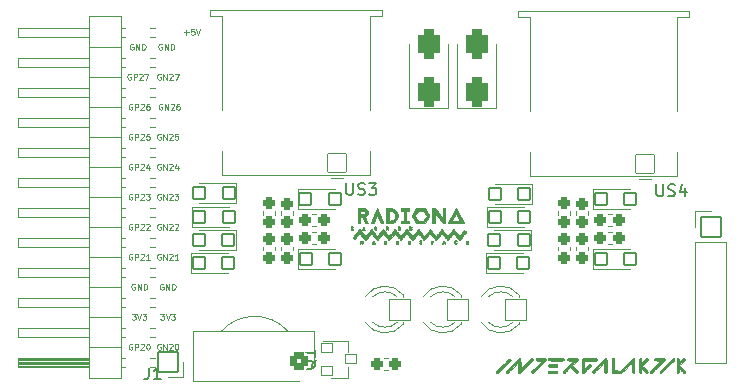
<source format=gto>
G04 #@! TF.GenerationSoftware,KiCad,Pcbnew,7.0.6+dfsg-1*
G04 #@! TF.CreationDate,2023-08-24T18:37:01+02:00*
G04 #@! TF.ProjectId,USB,5553422e-6b69-4636-9164-5f7063625858,rev?*
G04 #@! TF.SameCoordinates,Original*
G04 #@! TF.FileFunction,Legend,Top*
G04 #@! TF.FilePolarity,Positive*
%FSLAX46Y46*%
G04 Gerber Fmt 4.6, Leading zero omitted, Abs format (unit mm)*
G04 Created by KiCad (PCBNEW 7.0.6+dfsg-1) date 2023-08-24 18:37:01*
%MOMM*%
%LPD*%
G01*
G04 APERTURE LIST*
G04 Aperture macros list*
%AMRoundRect*
0 Rectangle with rounded corners*
0 $1 Rounding radius*
0 $2 $3 $4 $5 $6 $7 $8 $9 X,Y pos of 4 corners*
0 Add a 4 corners polygon primitive as box body*
4,1,4,$2,$3,$4,$5,$6,$7,$8,$9,$2,$3,0*
0 Add four circle primitives for the rounded corners*
1,1,$1+$1,$2,$3*
1,1,$1+$1,$4,$5*
1,1,$1+$1,$6,$7*
1,1,$1+$1,$8,$9*
0 Add four rect primitives between the rounded corners*
20,1,$1+$1,$2,$3,$4,$5,0*
20,1,$1+$1,$4,$5,$6,$7,0*
20,1,$1+$1,$6,$7,$8,$9,0*
20,1,$1+$1,$8,$9,$2,$3,0*%
G04 Aperture macros list end*
%ADD10C,0.125000*%
%ADD11C,0.150000*%
%ADD12C,0.120000*%
%ADD13C,0.010000*%
%ADD14C,1.200000*%
%ADD15C,0.100000*%
%ADD16RoundRect,0.051000X0.500000X0.500000X-0.500000X0.500000X-0.500000X-0.500000X0.500000X-0.500000X0*%
%ADD17RoundRect,0.051000X-0.500000X-0.500000X0.500000X-0.500000X0.500000X0.500000X-0.500000X0.500000X0*%
%ADD18RoundRect,0.269750X0.256250X-0.218750X0.256250X0.218750X-0.256250X0.218750X-0.256250X-0.218750X0*%
%ADD19RoundRect,0.269750X-0.256250X0.218750X-0.256250X-0.218750X0.256250X-0.218750X0.256250X0.218750X0*%
%ADD20RoundRect,0.269750X-0.218750X-0.256250X0.218750X-0.256250X0.218750X0.256250X-0.218750X0.256250X0*%
%ADD21RoundRect,0.501000X0.450000X-0.800000X0.450000X0.800000X-0.450000X0.800000X-0.450000X-0.800000X0*%
%ADD22RoundRect,0.051000X0.850000X0.850000X-0.850000X0.850000X-0.850000X-0.850000X0.850000X-0.850000X0*%
%ADD23O,1.802000X1.802000*%
%ADD24RoundRect,0.051000X0.800000X0.800000X-0.800000X0.800000X-0.800000X-0.800000X0.800000X-0.800000X0*%
%ADD25C,1.702000*%
%ADD26C,3.102000*%
%ADD27RoundRect,0.051000X0.900000X0.900000X-0.900000X0.900000X-0.900000X-0.900000X0.900000X-0.900000X0*%
%ADD28C,1.902000*%
%ADD29RoundRect,0.051000X-0.850000X-0.850000X0.850000X-0.850000X0.850000X0.850000X-0.850000X0.850000X0*%
%ADD30RoundRect,0.269750X0.218750X0.256250X-0.218750X0.256250X-0.218750X-0.256250X0.218750X-0.256250X0*%
%ADD31RoundRect,0.300200X0.450800X0.450800X-0.450800X0.450800X-0.450800X-0.450800X0.450800X-0.450800X0*%
%ADD32C,1.502000*%
%ADD33RoundRect,0.051000X-0.450000X-0.400000X0.450000X-0.400000X0.450000X0.400000X-0.450000X0.400000X0*%
G04 APERTURE END LIST*
D10*
X127627143Y-80044333D02*
X128008096Y-80044333D01*
X127817619Y-80234809D02*
X127817619Y-79853857D01*
X128484286Y-79734809D02*
X128246191Y-79734809D01*
X128246191Y-79734809D02*
X128222382Y-79972904D01*
X128222382Y-79972904D02*
X128246191Y-79949095D01*
X128246191Y-79949095D02*
X128293810Y-79925285D01*
X128293810Y-79925285D02*
X128412858Y-79925285D01*
X128412858Y-79925285D02*
X128460477Y-79949095D01*
X128460477Y-79949095D02*
X128484286Y-79972904D01*
X128484286Y-79972904D02*
X128508096Y-80020523D01*
X128508096Y-80020523D02*
X128508096Y-80139571D01*
X128508096Y-80139571D02*
X128484286Y-80187190D01*
X128484286Y-80187190D02*
X128460477Y-80211000D01*
X128460477Y-80211000D02*
X128412858Y-80234809D01*
X128412858Y-80234809D02*
X128293810Y-80234809D01*
X128293810Y-80234809D02*
X128246191Y-80211000D01*
X128246191Y-80211000D02*
X128222382Y-80187190D01*
X128650953Y-79734809D02*
X128817619Y-80234809D01*
X128817619Y-80234809D02*
X128984286Y-79734809D01*
X125730047Y-81028619D02*
X125682428Y-81004809D01*
X125682428Y-81004809D02*
X125610999Y-81004809D01*
X125610999Y-81004809D02*
X125539571Y-81028619D01*
X125539571Y-81028619D02*
X125491952Y-81076238D01*
X125491952Y-81076238D02*
X125468142Y-81123857D01*
X125468142Y-81123857D02*
X125444333Y-81219095D01*
X125444333Y-81219095D02*
X125444333Y-81290523D01*
X125444333Y-81290523D02*
X125468142Y-81385761D01*
X125468142Y-81385761D02*
X125491952Y-81433380D01*
X125491952Y-81433380D02*
X125539571Y-81481000D01*
X125539571Y-81481000D02*
X125610999Y-81504809D01*
X125610999Y-81504809D02*
X125658618Y-81504809D01*
X125658618Y-81504809D02*
X125730047Y-81481000D01*
X125730047Y-81481000D02*
X125753856Y-81457190D01*
X125753856Y-81457190D02*
X125753856Y-81290523D01*
X125753856Y-81290523D02*
X125658618Y-81290523D01*
X125968142Y-81504809D02*
X125968142Y-81004809D01*
X125968142Y-81004809D02*
X126253856Y-81504809D01*
X126253856Y-81504809D02*
X126253856Y-81004809D01*
X126491952Y-81504809D02*
X126491952Y-81004809D01*
X126491952Y-81004809D02*
X126611000Y-81004809D01*
X126611000Y-81004809D02*
X126682428Y-81028619D01*
X126682428Y-81028619D02*
X126730047Y-81076238D01*
X126730047Y-81076238D02*
X126753857Y-81123857D01*
X126753857Y-81123857D02*
X126777666Y-81219095D01*
X126777666Y-81219095D02*
X126777666Y-81290523D01*
X126777666Y-81290523D02*
X126753857Y-81385761D01*
X126753857Y-81385761D02*
X126730047Y-81433380D01*
X126730047Y-81433380D02*
X126682428Y-81481000D01*
X126682428Y-81481000D02*
X126611000Y-81504809D01*
X126611000Y-81504809D02*
X126491952Y-81504809D01*
X123317047Y-81028619D02*
X123269428Y-81004809D01*
X123269428Y-81004809D02*
X123197999Y-81004809D01*
X123197999Y-81004809D02*
X123126571Y-81028619D01*
X123126571Y-81028619D02*
X123078952Y-81076238D01*
X123078952Y-81076238D02*
X123055142Y-81123857D01*
X123055142Y-81123857D02*
X123031333Y-81219095D01*
X123031333Y-81219095D02*
X123031333Y-81290523D01*
X123031333Y-81290523D02*
X123055142Y-81385761D01*
X123055142Y-81385761D02*
X123078952Y-81433380D01*
X123078952Y-81433380D02*
X123126571Y-81481000D01*
X123126571Y-81481000D02*
X123197999Y-81504809D01*
X123197999Y-81504809D02*
X123245618Y-81504809D01*
X123245618Y-81504809D02*
X123317047Y-81481000D01*
X123317047Y-81481000D02*
X123340856Y-81457190D01*
X123340856Y-81457190D02*
X123340856Y-81290523D01*
X123340856Y-81290523D02*
X123245618Y-81290523D01*
X123555142Y-81504809D02*
X123555142Y-81004809D01*
X123555142Y-81004809D02*
X123840856Y-81504809D01*
X123840856Y-81504809D02*
X123840856Y-81004809D01*
X124078952Y-81504809D02*
X124078952Y-81004809D01*
X124078952Y-81004809D02*
X124198000Y-81004809D01*
X124198000Y-81004809D02*
X124269428Y-81028619D01*
X124269428Y-81028619D02*
X124317047Y-81076238D01*
X124317047Y-81076238D02*
X124340857Y-81123857D01*
X124340857Y-81123857D02*
X124364666Y-81219095D01*
X124364666Y-81219095D02*
X124364666Y-81290523D01*
X124364666Y-81290523D02*
X124340857Y-81385761D01*
X124340857Y-81385761D02*
X124317047Y-81433380D01*
X124317047Y-81433380D02*
X124269428Y-81481000D01*
X124269428Y-81481000D02*
X124198000Y-81504809D01*
X124198000Y-81504809D02*
X124078952Y-81504809D01*
X123102762Y-83568619D02*
X123055143Y-83544809D01*
X123055143Y-83544809D02*
X122983714Y-83544809D01*
X122983714Y-83544809D02*
X122912286Y-83568619D01*
X122912286Y-83568619D02*
X122864667Y-83616238D01*
X122864667Y-83616238D02*
X122840857Y-83663857D01*
X122840857Y-83663857D02*
X122817048Y-83759095D01*
X122817048Y-83759095D02*
X122817048Y-83830523D01*
X122817048Y-83830523D02*
X122840857Y-83925761D01*
X122840857Y-83925761D02*
X122864667Y-83973380D01*
X122864667Y-83973380D02*
X122912286Y-84021000D01*
X122912286Y-84021000D02*
X122983714Y-84044809D01*
X122983714Y-84044809D02*
X123031333Y-84044809D01*
X123031333Y-84044809D02*
X123102762Y-84021000D01*
X123102762Y-84021000D02*
X123126571Y-83997190D01*
X123126571Y-83997190D02*
X123126571Y-83830523D01*
X123126571Y-83830523D02*
X123031333Y-83830523D01*
X123340857Y-84044809D02*
X123340857Y-83544809D01*
X123340857Y-83544809D02*
X123531333Y-83544809D01*
X123531333Y-83544809D02*
X123578952Y-83568619D01*
X123578952Y-83568619D02*
X123602762Y-83592428D01*
X123602762Y-83592428D02*
X123626571Y-83640047D01*
X123626571Y-83640047D02*
X123626571Y-83711476D01*
X123626571Y-83711476D02*
X123602762Y-83759095D01*
X123602762Y-83759095D02*
X123578952Y-83782904D01*
X123578952Y-83782904D02*
X123531333Y-83806714D01*
X123531333Y-83806714D02*
X123340857Y-83806714D01*
X123817048Y-83592428D02*
X123840857Y-83568619D01*
X123840857Y-83568619D02*
X123888476Y-83544809D01*
X123888476Y-83544809D02*
X124007524Y-83544809D01*
X124007524Y-83544809D02*
X124055143Y-83568619D01*
X124055143Y-83568619D02*
X124078952Y-83592428D01*
X124078952Y-83592428D02*
X124102762Y-83640047D01*
X124102762Y-83640047D02*
X124102762Y-83687666D01*
X124102762Y-83687666D02*
X124078952Y-83759095D01*
X124078952Y-83759095D02*
X123793238Y-84044809D01*
X123793238Y-84044809D02*
X124102762Y-84044809D01*
X124269428Y-83544809D02*
X124602761Y-83544809D01*
X124602761Y-83544809D02*
X124388476Y-84044809D01*
X125630857Y-83568619D02*
X125583238Y-83544809D01*
X125583238Y-83544809D02*
X125511809Y-83544809D01*
X125511809Y-83544809D02*
X125440381Y-83568619D01*
X125440381Y-83568619D02*
X125392762Y-83616238D01*
X125392762Y-83616238D02*
X125368952Y-83663857D01*
X125368952Y-83663857D02*
X125345143Y-83759095D01*
X125345143Y-83759095D02*
X125345143Y-83830523D01*
X125345143Y-83830523D02*
X125368952Y-83925761D01*
X125368952Y-83925761D02*
X125392762Y-83973380D01*
X125392762Y-83973380D02*
X125440381Y-84021000D01*
X125440381Y-84021000D02*
X125511809Y-84044809D01*
X125511809Y-84044809D02*
X125559428Y-84044809D01*
X125559428Y-84044809D02*
X125630857Y-84021000D01*
X125630857Y-84021000D02*
X125654666Y-83997190D01*
X125654666Y-83997190D02*
X125654666Y-83830523D01*
X125654666Y-83830523D02*
X125559428Y-83830523D01*
X125868952Y-84044809D02*
X125868952Y-83544809D01*
X125868952Y-83544809D02*
X126154666Y-84044809D01*
X126154666Y-84044809D02*
X126154666Y-83544809D01*
X126368953Y-83592428D02*
X126392762Y-83568619D01*
X126392762Y-83568619D02*
X126440381Y-83544809D01*
X126440381Y-83544809D02*
X126559429Y-83544809D01*
X126559429Y-83544809D02*
X126607048Y-83568619D01*
X126607048Y-83568619D02*
X126630857Y-83592428D01*
X126630857Y-83592428D02*
X126654667Y-83640047D01*
X126654667Y-83640047D02*
X126654667Y-83687666D01*
X126654667Y-83687666D02*
X126630857Y-83759095D01*
X126630857Y-83759095D02*
X126345143Y-84044809D01*
X126345143Y-84044809D02*
X126654667Y-84044809D01*
X126821333Y-83544809D02*
X127154666Y-83544809D01*
X127154666Y-83544809D02*
X126940381Y-84044809D01*
X123229762Y-86108619D02*
X123182143Y-86084809D01*
X123182143Y-86084809D02*
X123110714Y-86084809D01*
X123110714Y-86084809D02*
X123039286Y-86108619D01*
X123039286Y-86108619D02*
X122991667Y-86156238D01*
X122991667Y-86156238D02*
X122967857Y-86203857D01*
X122967857Y-86203857D02*
X122944048Y-86299095D01*
X122944048Y-86299095D02*
X122944048Y-86370523D01*
X122944048Y-86370523D02*
X122967857Y-86465761D01*
X122967857Y-86465761D02*
X122991667Y-86513380D01*
X122991667Y-86513380D02*
X123039286Y-86561000D01*
X123039286Y-86561000D02*
X123110714Y-86584809D01*
X123110714Y-86584809D02*
X123158333Y-86584809D01*
X123158333Y-86584809D02*
X123229762Y-86561000D01*
X123229762Y-86561000D02*
X123253571Y-86537190D01*
X123253571Y-86537190D02*
X123253571Y-86370523D01*
X123253571Y-86370523D02*
X123158333Y-86370523D01*
X123467857Y-86584809D02*
X123467857Y-86084809D01*
X123467857Y-86084809D02*
X123658333Y-86084809D01*
X123658333Y-86084809D02*
X123705952Y-86108619D01*
X123705952Y-86108619D02*
X123729762Y-86132428D01*
X123729762Y-86132428D02*
X123753571Y-86180047D01*
X123753571Y-86180047D02*
X123753571Y-86251476D01*
X123753571Y-86251476D02*
X123729762Y-86299095D01*
X123729762Y-86299095D02*
X123705952Y-86322904D01*
X123705952Y-86322904D02*
X123658333Y-86346714D01*
X123658333Y-86346714D02*
X123467857Y-86346714D01*
X123944048Y-86132428D02*
X123967857Y-86108619D01*
X123967857Y-86108619D02*
X124015476Y-86084809D01*
X124015476Y-86084809D02*
X124134524Y-86084809D01*
X124134524Y-86084809D02*
X124182143Y-86108619D01*
X124182143Y-86108619D02*
X124205952Y-86132428D01*
X124205952Y-86132428D02*
X124229762Y-86180047D01*
X124229762Y-86180047D02*
X124229762Y-86227666D01*
X124229762Y-86227666D02*
X124205952Y-86299095D01*
X124205952Y-86299095D02*
X123920238Y-86584809D01*
X123920238Y-86584809D02*
X124229762Y-86584809D01*
X124658333Y-86084809D02*
X124563095Y-86084809D01*
X124563095Y-86084809D02*
X124515476Y-86108619D01*
X124515476Y-86108619D02*
X124491666Y-86132428D01*
X124491666Y-86132428D02*
X124444047Y-86203857D01*
X124444047Y-86203857D02*
X124420238Y-86299095D01*
X124420238Y-86299095D02*
X124420238Y-86489571D01*
X124420238Y-86489571D02*
X124444047Y-86537190D01*
X124444047Y-86537190D02*
X124467857Y-86561000D01*
X124467857Y-86561000D02*
X124515476Y-86584809D01*
X124515476Y-86584809D02*
X124610714Y-86584809D01*
X124610714Y-86584809D02*
X124658333Y-86561000D01*
X124658333Y-86561000D02*
X124682142Y-86537190D01*
X124682142Y-86537190D02*
X124705952Y-86489571D01*
X124705952Y-86489571D02*
X124705952Y-86370523D01*
X124705952Y-86370523D02*
X124682142Y-86322904D01*
X124682142Y-86322904D02*
X124658333Y-86299095D01*
X124658333Y-86299095D02*
X124610714Y-86275285D01*
X124610714Y-86275285D02*
X124515476Y-86275285D01*
X124515476Y-86275285D02*
X124467857Y-86299095D01*
X124467857Y-86299095D02*
X124444047Y-86322904D01*
X124444047Y-86322904D02*
X124420238Y-86370523D01*
X125757857Y-86108619D02*
X125710238Y-86084809D01*
X125710238Y-86084809D02*
X125638809Y-86084809D01*
X125638809Y-86084809D02*
X125567381Y-86108619D01*
X125567381Y-86108619D02*
X125519762Y-86156238D01*
X125519762Y-86156238D02*
X125495952Y-86203857D01*
X125495952Y-86203857D02*
X125472143Y-86299095D01*
X125472143Y-86299095D02*
X125472143Y-86370523D01*
X125472143Y-86370523D02*
X125495952Y-86465761D01*
X125495952Y-86465761D02*
X125519762Y-86513380D01*
X125519762Y-86513380D02*
X125567381Y-86561000D01*
X125567381Y-86561000D02*
X125638809Y-86584809D01*
X125638809Y-86584809D02*
X125686428Y-86584809D01*
X125686428Y-86584809D02*
X125757857Y-86561000D01*
X125757857Y-86561000D02*
X125781666Y-86537190D01*
X125781666Y-86537190D02*
X125781666Y-86370523D01*
X125781666Y-86370523D02*
X125686428Y-86370523D01*
X125995952Y-86584809D02*
X125995952Y-86084809D01*
X125995952Y-86084809D02*
X126281666Y-86584809D01*
X126281666Y-86584809D02*
X126281666Y-86084809D01*
X126495953Y-86132428D02*
X126519762Y-86108619D01*
X126519762Y-86108619D02*
X126567381Y-86084809D01*
X126567381Y-86084809D02*
X126686429Y-86084809D01*
X126686429Y-86084809D02*
X126734048Y-86108619D01*
X126734048Y-86108619D02*
X126757857Y-86132428D01*
X126757857Y-86132428D02*
X126781667Y-86180047D01*
X126781667Y-86180047D02*
X126781667Y-86227666D01*
X126781667Y-86227666D02*
X126757857Y-86299095D01*
X126757857Y-86299095D02*
X126472143Y-86584809D01*
X126472143Y-86584809D02*
X126781667Y-86584809D01*
X127210238Y-86084809D02*
X127115000Y-86084809D01*
X127115000Y-86084809D02*
X127067381Y-86108619D01*
X127067381Y-86108619D02*
X127043571Y-86132428D01*
X127043571Y-86132428D02*
X126995952Y-86203857D01*
X126995952Y-86203857D02*
X126972143Y-86299095D01*
X126972143Y-86299095D02*
X126972143Y-86489571D01*
X126972143Y-86489571D02*
X126995952Y-86537190D01*
X126995952Y-86537190D02*
X127019762Y-86561000D01*
X127019762Y-86561000D02*
X127067381Y-86584809D01*
X127067381Y-86584809D02*
X127162619Y-86584809D01*
X127162619Y-86584809D02*
X127210238Y-86561000D01*
X127210238Y-86561000D02*
X127234047Y-86537190D01*
X127234047Y-86537190D02*
X127257857Y-86489571D01*
X127257857Y-86489571D02*
X127257857Y-86370523D01*
X127257857Y-86370523D02*
X127234047Y-86322904D01*
X127234047Y-86322904D02*
X127210238Y-86299095D01*
X127210238Y-86299095D02*
X127162619Y-86275285D01*
X127162619Y-86275285D02*
X127067381Y-86275285D01*
X127067381Y-86275285D02*
X127019762Y-86299095D01*
X127019762Y-86299095D02*
X126995952Y-86322904D01*
X126995952Y-86322904D02*
X126972143Y-86370523D01*
X123229762Y-88648619D02*
X123182143Y-88624809D01*
X123182143Y-88624809D02*
X123110714Y-88624809D01*
X123110714Y-88624809D02*
X123039286Y-88648619D01*
X123039286Y-88648619D02*
X122991667Y-88696238D01*
X122991667Y-88696238D02*
X122967857Y-88743857D01*
X122967857Y-88743857D02*
X122944048Y-88839095D01*
X122944048Y-88839095D02*
X122944048Y-88910523D01*
X122944048Y-88910523D02*
X122967857Y-89005761D01*
X122967857Y-89005761D02*
X122991667Y-89053380D01*
X122991667Y-89053380D02*
X123039286Y-89101000D01*
X123039286Y-89101000D02*
X123110714Y-89124809D01*
X123110714Y-89124809D02*
X123158333Y-89124809D01*
X123158333Y-89124809D02*
X123229762Y-89101000D01*
X123229762Y-89101000D02*
X123253571Y-89077190D01*
X123253571Y-89077190D02*
X123253571Y-88910523D01*
X123253571Y-88910523D02*
X123158333Y-88910523D01*
X123467857Y-89124809D02*
X123467857Y-88624809D01*
X123467857Y-88624809D02*
X123658333Y-88624809D01*
X123658333Y-88624809D02*
X123705952Y-88648619D01*
X123705952Y-88648619D02*
X123729762Y-88672428D01*
X123729762Y-88672428D02*
X123753571Y-88720047D01*
X123753571Y-88720047D02*
X123753571Y-88791476D01*
X123753571Y-88791476D02*
X123729762Y-88839095D01*
X123729762Y-88839095D02*
X123705952Y-88862904D01*
X123705952Y-88862904D02*
X123658333Y-88886714D01*
X123658333Y-88886714D02*
X123467857Y-88886714D01*
X123944048Y-88672428D02*
X123967857Y-88648619D01*
X123967857Y-88648619D02*
X124015476Y-88624809D01*
X124015476Y-88624809D02*
X124134524Y-88624809D01*
X124134524Y-88624809D02*
X124182143Y-88648619D01*
X124182143Y-88648619D02*
X124205952Y-88672428D01*
X124205952Y-88672428D02*
X124229762Y-88720047D01*
X124229762Y-88720047D02*
X124229762Y-88767666D01*
X124229762Y-88767666D02*
X124205952Y-88839095D01*
X124205952Y-88839095D02*
X123920238Y-89124809D01*
X123920238Y-89124809D02*
X124229762Y-89124809D01*
X124682142Y-88624809D02*
X124444047Y-88624809D01*
X124444047Y-88624809D02*
X124420238Y-88862904D01*
X124420238Y-88862904D02*
X124444047Y-88839095D01*
X124444047Y-88839095D02*
X124491666Y-88815285D01*
X124491666Y-88815285D02*
X124610714Y-88815285D01*
X124610714Y-88815285D02*
X124658333Y-88839095D01*
X124658333Y-88839095D02*
X124682142Y-88862904D01*
X124682142Y-88862904D02*
X124705952Y-88910523D01*
X124705952Y-88910523D02*
X124705952Y-89029571D01*
X124705952Y-89029571D02*
X124682142Y-89077190D01*
X124682142Y-89077190D02*
X124658333Y-89101000D01*
X124658333Y-89101000D02*
X124610714Y-89124809D01*
X124610714Y-89124809D02*
X124491666Y-89124809D01*
X124491666Y-89124809D02*
X124444047Y-89101000D01*
X124444047Y-89101000D02*
X124420238Y-89077190D01*
X125630857Y-88648619D02*
X125583238Y-88624809D01*
X125583238Y-88624809D02*
X125511809Y-88624809D01*
X125511809Y-88624809D02*
X125440381Y-88648619D01*
X125440381Y-88648619D02*
X125392762Y-88696238D01*
X125392762Y-88696238D02*
X125368952Y-88743857D01*
X125368952Y-88743857D02*
X125345143Y-88839095D01*
X125345143Y-88839095D02*
X125345143Y-88910523D01*
X125345143Y-88910523D02*
X125368952Y-89005761D01*
X125368952Y-89005761D02*
X125392762Y-89053380D01*
X125392762Y-89053380D02*
X125440381Y-89101000D01*
X125440381Y-89101000D02*
X125511809Y-89124809D01*
X125511809Y-89124809D02*
X125559428Y-89124809D01*
X125559428Y-89124809D02*
X125630857Y-89101000D01*
X125630857Y-89101000D02*
X125654666Y-89077190D01*
X125654666Y-89077190D02*
X125654666Y-88910523D01*
X125654666Y-88910523D02*
X125559428Y-88910523D01*
X125868952Y-89124809D02*
X125868952Y-88624809D01*
X125868952Y-88624809D02*
X126154666Y-89124809D01*
X126154666Y-89124809D02*
X126154666Y-88624809D01*
X126368953Y-88672428D02*
X126392762Y-88648619D01*
X126392762Y-88648619D02*
X126440381Y-88624809D01*
X126440381Y-88624809D02*
X126559429Y-88624809D01*
X126559429Y-88624809D02*
X126607048Y-88648619D01*
X126607048Y-88648619D02*
X126630857Y-88672428D01*
X126630857Y-88672428D02*
X126654667Y-88720047D01*
X126654667Y-88720047D02*
X126654667Y-88767666D01*
X126654667Y-88767666D02*
X126630857Y-88839095D01*
X126630857Y-88839095D02*
X126345143Y-89124809D01*
X126345143Y-89124809D02*
X126654667Y-89124809D01*
X127107047Y-88624809D02*
X126868952Y-88624809D01*
X126868952Y-88624809D02*
X126845143Y-88862904D01*
X126845143Y-88862904D02*
X126868952Y-88839095D01*
X126868952Y-88839095D02*
X126916571Y-88815285D01*
X126916571Y-88815285D02*
X127035619Y-88815285D01*
X127035619Y-88815285D02*
X127083238Y-88839095D01*
X127083238Y-88839095D02*
X127107047Y-88862904D01*
X127107047Y-88862904D02*
X127130857Y-88910523D01*
X127130857Y-88910523D02*
X127130857Y-89029571D01*
X127130857Y-89029571D02*
X127107047Y-89077190D01*
X127107047Y-89077190D02*
X127083238Y-89101000D01*
X127083238Y-89101000D02*
X127035619Y-89124809D01*
X127035619Y-89124809D02*
X126916571Y-89124809D01*
X126916571Y-89124809D02*
X126868952Y-89101000D01*
X126868952Y-89101000D02*
X126845143Y-89077190D01*
X125630857Y-91188619D02*
X125583238Y-91164809D01*
X125583238Y-91164809D02*
X125511809Y-91164809D01*
X125511809Y-91164809D02*
X125440381Y-91188619D01*
X125440381Y-91188619D02*
X125392762Y-91236238D01*
X125392762Y-91236238D02*
X125368952Y-91283857D01*
X125368952Y-91283857D02*
X125345143Y-91379095D01*
X125345143Y-91379095D02*
X125345143Y-91450523D01*
X125345143Y-91450523D02*
X125368952Y-91545761D01*
X125368952Y-91545761D02*
X125392762Y-91593380D01*
X125392762Y-91593380D02*
X125440381Y-91641000D01*
X125440381Y-91641000D02*
X125511809Y-91664809D01*
X125511809Y-91664809D02*
X125559428Y-91664809D01*
X125559428Y-91664809D02*
X125630857Y-91641000D01*
X125630857Y-91641000D02*
X125654666Y-91617190D01*
X125654666Y-91617190D02*
X125654666Y-91450523D01*
X125654666Y-91450523D02*
X125559428Y-91450523D01*
X125868952Y-91664809D02*
X125868952Y-91164809D01*
X125868952Y-91164809D02*
X126154666Y-91664809D01*
X126154666Y-91664809D02*
X126154666Y-91164809D01*
X126368953Y-91212428D02*
X126392762Y-91188619D01*
X126392762Y-91188619D02*
X126440381Y-91164809D01*
X126440381Y-91164809D02*
X126559429Y-91164809D01*
X126559429Y-91164809D02*
X126607048Y-91188619D01*
X126607048Y-91188619D02*
X126630857Y-91212428D01*
X126630857Y-91212428D02*
X126654667Y-91260047D01*
X126654667Y-91260047D02*
X126654667Y-91307666D01*
X126654667Y-91307666D02*
X126630857Y-91379095D01*
X126630857Y-91379095D02*
X126345143Y-91664809D01*
X126345143Y-91664809D02*
X126654667Y-91664809D01*
X127083238Y-91331476D02*
X127083238Y-91664809D01*
X126964190Y-91141000D02*
X126845143Y-91498142D01*
X126845143Y-91498142D02*
X127154666Y-91498142D01*
X123229762Y-91188619D02*
X123182143Y-91164809D01*
X123182143Y-91164809D02*
X123110714Y-91164809D01*
X123110714Y-91164809D02*
X123039286Y-91188619D01*
X123039286Y-91188619D02*
X122991667Y-91236238D01*
X122991667Y-91236238D02*
X122967857Y-91283857D01*
X122967857Y-91283857D02*
X122944048Y-91379095D01*
X122944048Y-91379095D02*
X122944048Y-91450523D01*
X122944048Y-91450523D02*
X122967857Y-91545761D01*
X122967857Y-91545761D02*
X122991667Y-91593380D01*
X122991667Y-91593380D02*
X123039286Y-91641000D01*
X123039286Y-91641000D02*
X123110714Y-91664809D01*
X123110714Y-91664809D02*
X123158333Y-91664809D01*
X123158333Y-91664809D02*
X123229762Y-91641000D01*
X123229762Y-91641000D02*
X123253571Y-91617190D01*
X123253571Y-91617190D02*
X123253571Y-91450523D01*
X123253571Y-91450523D02*
X123158333Y-91450523D01*
X123467857Y-91664809D02*
X123467857Y-91164809D01*
X123467857Y-91164809D02*
X123658333Y-91164809D01*
X123658333Y-91164809D02*
X123705952Y-91188619D01*
X123705952Y-91188619D02*
X123729762Y-91212428D01*
X123729762Y-91212428D02*
X123753571Y-91260047D01*
X123753571Y-91260047D02*
X123753571Y-91331476D01*
X123753571Y-91331476D02*
X123729762Y-91379095D01*
X123729762Y-91379095D02*
X123705952Y-91402904D01*
X123705952Y-91402904D02*
X123658333Y-91426714D01*
X123658333Y-91426714D02*
X123467857Y-91426714D01*
X123944048Y-91212428D02*
X123967857Y-91188619D01*
X123967857Y-91188619D02*
X124015476Y-91164809D01*
X124015476Y-91164809D02*
X124134524Y-91164809D01*
X124134524Y-91164809D02*
X124182143Y-91188619D01*
X124182143Y-91188619D02*
X124205952Y-91212428D01*
X124205952Y-91212428D02*
X124229762Y-91260047D01*
X124229762Y-91260047D02*
X124229762Y-91307666D01*
X124229762Y-91307666D02*
X124205952Y-91379095D01*
X124205952Y-91379095D02*
X123920238Y-91664809D01*
X123920238Y-91664809D02*
X124229762Y-91664809D01*
X124658333Y-91331476D02*
X124658333Y-91664809D01*
X124539285Y-91141000D02*
X124420238Y-91498142D01*
X124420238Y-91498142D02*
X124729761Y-91498142D01*
X125630857Y-93728619D02*
X125583238Y-93704809D01*
X125583238Y-93704809D02*
X125511809Y-93704809D01*
X125511809Y-93704809D02*
X125440381Y-93728619D01*
X125440381Y-93728619D02*
X125392762Y-93776238D01*
X125392762Y-93776238D02*
X125368952Y-93823857D01*
X125368952Y-93823857D02*
X125345143Y-93919095D01*
X125345143Y-93919095D02*
X125345143Y-93990523D01*
X125345143Y-93990523D02*
X125368952Y-94085761D01*
X125368952Y-94085761D02*
X125392762Y-94133380D01*
X125392762Y-94133380D02*
X125440381Y-94181000D01*
X125440381Y-94181000D02*
X125511809Y-94204809D01*
X125511809Y-94204809D02*
X125559428Y-94204809D01*
X125559428Y-94204809D02*
X125630857Y-94181000D01*
X125630857Y-94181000D02*
X125654666Y-94157190D01*
X125654666Y-94157190D02*
X125654666Y-93990523D01*
X125654666Y-93990523D02*
X125559428Y-93990523D01*
X125868952Y-94204809D02*
X125868952Y-93704809D01*
X125868952Y-93704809D02*
X126154666Y-94204809D01*
X126154666Y-94204809D02*
X126154666Y-93704809D01*
X126368953Y-93752428D02*
X126392762Y-93728619D01*
X126392762Y-93728619D02*
X126440381Y-93704809D01*
X126440381Y-93704809D02*
X126559429Y-93704809D01*
X126559429Y-93704809D02*
X126607048Y-93728619D01*
X126607048Y-93728619D02*
X126630857Y-93752428D01*
X126630857Y-93752428D02*
X126654667Y-93800047D01*
X126654667Y-93800047D02*
X126654667Y-93847666D01*
X126654667Y-93847666D02*
X126630857Y-93919095D01*
X126630857Y-93919095D02*
X126345143Y-94204809D01*
X126345143Y-94204809D02*
X126654667Y-94204809D01*
X126821333Y-93704809D02*
X127130857Y-93704809D01*
X127130857Y-93704809D02*
X126964190Y-93895285D01*
X126964190Y-93895285D02*
X127035619Y-93895285D01*
X127035619Y-93895285D02*
X127083238Y-93919095D01*
X127083238Y-93919095D02*
X127107047Y-93942904D01*
X127107047Y-93942904D02*
X127130857Y-93990523D01*
X127130857Y-93990523D02*
X127130857Y-94109571D01*
X127130857Y-94109571D02*
X127107047Y-94157190D01*
X127107047Y-94157190D02*
X127083238Y-94181000D01*
X127083238Y-94181000D02*
X127035619Y-94204809D01*
X127035619Y-94204809D02*
X126892762Y-94204809D01*
X126892762Y-94204809D02*
X126845143Y-94181000D01*
X126845143Y-94181000D02*
X126821333Y-94157190D01*
X123229762Y-93728619D02*
X123182143Y-93704809D01*
X123182143Y-93704809D02*
X123110714Y-93704809D01*
X123110714Y-93704809D02*
X123039286Y-93728619D01*
X123039286Y-93728619D02*
X122991667Y-93776238D01*
X122991667Y-93776238D02*
X122967857Y-93823857D01*
X122967857Y-93823857D02*
X122944048Y-93919095D01*
X122944048Y-93919095D02*
X122944048Y-93990523D01*
X122944048Y-93990523D02*
X122967857Y-94085761D01*
X122967857Y-94085761D02*
X122991667Y-94133380D01*
X122991667Y-94133380D02*
X123039286Y-94181000D01*
X123039286Y-94181000D02*
X123110714Y-94204809D01*
X123110714Y-94204809D02*
X123158333Y-94204809D01*
X123158333Y-94204809D02*
X123229762Y-94181000D01*
X123229762Y-94181000D02*
X123253571Y-94157190D01*
X123253571Y-94157190D02*
X123253571Y-93990523D01*
X123253571Y-93990523D02*
X123158333Y-93990523D01*
X123467857Y-94204809D02*
X123467857Y-93704809D01*
X123467857Y-93704809D02*
X123658333Y-93704809D01*
X123658333Y-93704809D02*
X123705952Y-93728619D01*
X123705952Y-93728619D02*
X123729762Y-93752428D01*
X123729762Y-93752428D02*
X123753571Y-93800047D01*
X123753571Y-93800047D02*
X123753571Y-93871476D01*
X123753571Y-93871476D02*
X123729762Y-93919095D01*
X123729762Y-93919095D02*
X123705952Y-93942904D01*
X123705952Y-93942904D02*
X123658333Y-93966714D01*
X123658333Y-93966714D02*
X123467857Y-93966714D01*
X123944048Y-93752428D02*
X123967857Y-93728619D01*
X123967857Y-93728619D02*
X124015476Y-93704809D01*
X124015476Y-93704809D02*
X124134524Y-93704809D01*
X124134524Y-93704809D02*
X124182143Y-93728619D01*
X124182143Y-93728619D02*
X124205952Y-93752428D01*
X124205952Y-93752428D02*
X124229762Y-93800047D01*
X124229762Y-93800047D02*
X124229762Y-93847666D01*
X124229762Y-93847666D02*
X124205952Y-93919095D01*
X124205952Y-93919095D02*
X123920238Y-94204809D01*
X123920238Y-94204809D02*
X124229762Y-94204809D01*
X124396428Y-93704809D02*
X124705952Y-93704809D01*
X124705952Y-93704809D02*
X124539285Y-93895285D01*
X124539285Y-93895285D02*
X124610714Y-93895285D01*
X124610714Y-93895285D02*
X124658333Y-93919095D01*
X124658333Y-93919095D02*
X124682142Y-93942904D01*
X124682142Y-93942904D02*
X124705952Y-93990523D01*
X124705952Y-93990523D02*
X124705952Y-94109571D01*
X124705952Y-94109571D02*
X124682142Y-94157190D01*
X124682142Y-94157190D02*
X124658333Y-94181000D01*
X124658333Y-94181000D02*
X124610714Y-94204809D01*
X124610714Y-94204809D02*
X124467857Y-94204809D01*
X124467857Y-94204809D02*
X124420238Y-94181000D01*
X124420238Y-94181000D02*
X124396428Y-94157190D01*
X125630857Y-96268619D02*
X125583238Y-96244809D01*
X125583238Y-96244809D02*
X125511809Y-96244809D01*
X125511809Y-96244809D02*
X125440381Y-96268619D01*
X125440381Y-96268619D02*
X125392762Y-96316238D01*
X125392762Y-96316238D02*
X125368952Y-96363857D01*
X125368952Y-96363857D02*
X125345143Y-96459095D01*
X125345143Y-96459095D02*
X125345143Y-96530523D01*
X125345143Y-96530523D02*
X125368952Y-96625761D01*
X125368952Y-96625761D02*
X125392762Y-96673380D01*
X125392762Y-96673380D02*
X125440381Y-96721000D01*
X125440381Y-96721000D02*
X125511809Y-96744809D01*
X125511809Y-96744809D02*
X125559428Y-96744809D01*
X125559428Y-96744809D02*
X125630857Y-96721000D01*
X125630857Y-96721000D02*
X125654666Y-96697190D01*
X125654666Y-96697190D02*
X125654666Y-96530523D01*
X125654666Y-96530523D02*
X125559428Y-96530523D01*
X125868952Y-96744809D02*
X125868952Y-96244809D01*
X125868952Y-96244809D02*
X126154666Y-96744809D01*
X126154666Y-96744809D02*
X126154666Y-96244809D01*
X126368953Y-96292428D02*
X126392762Y-96268619D01*
X126392762Y-96268619D02*
X126440381Y-96244809D01*
X126440381Y-96244809D02*
X126559429Y-96244809D01*
X126559429Y-96244809D02*
X126607048Y-96268619D01*
X126607048Y-96268619D02*
X126630857Y-96292428D01*
X126630857Y-96292428D02*
X126654667Y-96340047D01*
X126654667Y-96340047D02*
X126654667Y-96387666D01*
X126654667Y-96387666D02*
X126630857Y-96459095D01*
X126630857Y-96459095D02*
X126345143Y-96744809D01*
X126345143Y-96744809D02*
X126654667Y-96744809D01*
X126845143Y-96292428D02*
X126868952Y-96268619D01*
X126868952Y-96268619D02*
X126916571Y-96244809D01*
X126916571Y-96244809D02*
X127035619Y-96244809D01*
X127035619Y-96244809D02*
X127083238Y-96268619D01*
X127083238Y-96268619D02*
X127107047Y-96292428D01*
X127107047Y-96292428D02*
X127130857Y-96340047D01*
X127130857Y-96340047D02*
X127130857Y-96387666D01*
X127130857Y-96387666D02*
X127107047Y-96459095D01*
X127107047Y-96459095D02*
X126821333Y-96744809D01*
X126821333Y-96744809D02*
X127130857Y-96744809D01*
X123229762Y-96268619D02*
X123182143Y-96244809D01*
X123182143Y-96244809D02*
X123110714Y-96244809D01*
X123110714Y-96244809D02*
X123039286Y-96268619D01*
X123039286Y-96268619D02*
X122991667Y-96316238D01*
X122991667Y-96316238D02*
X122967857Y-96363857D01*
X122967857Y-96363857D02*
X122944048Y-96459095D01*
X122944048Y-96459095D02*
X122944048Y-96530523D01*
X122944048Y-96530523D02*
X122967857Y-96625761D01*
X122967857Y-96625761D02*
X122991667Y-96673380D01*
X122991667Y-96673380D02*
X123039286Y-96721000D01*
X123039286Y-96721000D02*
X123110714Y-96744809D01*
X123110714Y-96744809D02*
X123158333Y-96744809D01*
X123158333Y-96744809D02*
X123229762Y-96721000D01*
X123229762Y-96721000D02*
X123253571Y-96697190D01*
X123253571Y-96697190D02*
X123253571Y-96530523D01*
X123253571Y-96530523D02*
X123158333Y-96530523D01*
X123467857Y-96744809D02*
X123467857Y-96244809D01*
X123467857Y-96244809D02*
X123658333Y-96244809D01*
X123658333Y-96244809D02*
X123705952Y-96268619D01*
X123705952Y-96268619D02*
X123729762Y-96292428D01*
X123729762Y-96292428D02*
X123753571Y-96340047D01*
X123753571Y-96340047D02*
X123753571Y-96411476D01*
X123753571Y-96411476D02*
X123729762Y-96459095D01*
X123729762Y-96459095D02*
X123705952Y-96482904D01*
X123705952Y-96482904D02*
X123658333Y-96506714D01*
X123658333Y-96506714D02*
X123467857Y-96506714D01*
X123944048Y-96292428D02*
X123967857Y-96268619D01*
X123967857Y-96268619D02*
X124015476Y-96244809D01*
X124015476Y-96244809D02*
X124134524Y-96244809D01*
X124134524Y-96244809D02*
X124182143Y-96268619D01*
X124182143Y-96268619D02*
X124205952Y-96292428D01*
X124205952Y-96292428D02*
X124229762Y-96340047D01*
X124229762Y-96340047D02*
X124229762Y-96387666D01*
X124229762Y-96387666D02*
X124205952Y-96459095D01*
X124205952Y-96459095D02*
X123920238Y-96744809D01*
X123920238Y-96744809D02*
X124229762Y-96744809D01*
X124420238Y-96292428D02*
X124444047Y-96268619D01*
X124444047Y-96268619D02*
X124491666Y-96244809D01*
X124491666Y-96244809D02*
X124610714Y-96244809D01*
X124610714Y-96244809D02*
X124658333Y-96268619D01*
X124658333Y-96268619D02*
X124682142Y-96292428D01*
X124682142Y-96292428D02*
X124705952Y-96340047D01*
X124705952Y-96340047D02*
X124705952Y-96387666D01*
X124705952Y-96387666D02*
X124682142Y-96459095D01*
X124682142Y-96459095D02*
X124396428Y-96744809D01*
X124396428Y-96744809D02*
X124705952Y-96744809D01*
X123229762Y-98808619D02*
X123182143Y-98784809D01*
X123182143Y-98784809D02*
X123110714Y-98784809D01*
X123110714Y-98784809D02*
X123039286Y-98808619D01*
X123039286Y-98808619D02*
X122991667Y-98856238D01*
X122991667Y-98856238D02*
X122967857Y-98903857D01*
X122967857Y-98903857D02*
X122944048Y-98999095D01*
X122944048Y-98999095D02*
X122944048Y-99070523D01*
X122944048Y-99070523D02*
X122967857Y-99165761D01*
X122967857Y-99165761D02*
X122991667Y-99213380D01*
X122991667Y-99213380D02*
X123039286Y-99261000D01*
X123039286Y-99261000D02*
X123110714Y-99284809D01*
X123110714Y-99284809D02*
X123158333Y-99284809D01*
X123158333Y-99284809D02*
X123229762Y-99261000D01*
X123229762Y-99261000D02*
X123253571Y-99237190D01*
X123253571Y-99237190D02*
X123253571Y-99070523D01*
X123253571Y-99070523D02*
X123158333Y-99070523D01*
X123467857Y-99284809D02*
X123467857Y-98784809D01*
X123467857Y-98784809D02*
X123658333Y-98784809D01*
X123658333Y-98784809D02*
X123705952Y-98808619D01*
X123705952Y-98808619D02*
X123729762Y-98832428D01*
X123729762Y-98832428D02*
X123753571Y-98880047D01*
X123753571Y-98880047D02*
X123753571Y-98951476D01*
X123753571Y-98951476D02*
X123729762Y-98999095D01*
X123729762Y-98999095D02*
X123705952Y-99022904D01*
X123705952Y-99022904D02*
X123658333Y-99046714D01*
X123658333Y-99046714D02*
X123467857Y-99046714D01*
X123944048Y-98832428D02*
X123967857Y-98808619D01*
X123967857Y-98808619D02*
X124015476Y-98784809D01*
X124015476Y-98784809D02*
X124134524Y-98784809D01*
X124134524Y-98784809D02*
X124182143Y-98808619D01*
X124182143Y-98808619D02*
X124205952Y-98832428D01*
X124205952Y-98832428D02*
X124229762Y-98880047D01*
X124229762Y-98880047D02*
X124229762Y-98927666D01*
X124229762Y-98927666D02*
X124205952Y-98999095D01*
X124205952Y-98999095D02*
X123920238Y-99284809D01*
X123920238Y-99284809D02*
X124229762Y-99284809D01*
X124705952Y-99284809D02*
X124420238Y-99284809D01*
X124563095Y-99284809D02*
X124563095Y-98784809D01*
X124563095Y-98784809D02*
X124515476Y-98856238D01*
X124515476Y-98856238D02*
X124467857Y-98903857D01*
X124467857Y-98903857D02*
X124420238Y-98927666D01*
X125630857Y-98808619D02*
X125583238Y-98784809D01*
X125583238Y-98784809D02*
X125511809Y-98784809D01*
X125511809Y-98784809D02*
X125440381Y-98808619D01*
X125440381Y-98808619D02*
X125392762Y-98856238D01*
X125392762Y-98856238D02*
X125368952Y-98903857D01*
X125368952Y-98903857D02*
X125345143Y-98999095D01*
X125345143Y-98999095D02*
X125345143Y-99070523D01*
X125345143Y-99070523D02*
X125368952Y-99165761D01*
X125368952Y-99165761D02*
X125392762Y-99213380D01*
X125392762Y-99213380D02*
X125440381Y-99261000D01*
X125440381Y-99261000D02*
X125511809Y-99284809D01*
X125511809Y-99284809D02*
X125559428Y-99284809D01*
X125559428Y-99284809D02*
X125630857Y-99261000D01*
X125630857Y-99261000D02*
X125654666Y-99237190D01*
X125654666Y-99237190D02*
X125654666Y-99070523D01*
X125654666Y-99070523D02*
X125559428Y-99070523D01*
X125868952Y-99284809D02*
X125868952Y-98784809D01*
X125868952Y-98784809D02*
X126154666Y-99284809D01*
X126154666Y-99284809D02*
X126154666Y-98784809D01*
X126368953Y-98832428D02*
X126392762Y-98808619D01*
X126392762Y-98808619D02*
X126440381Y-98784809D01*
X126440381Y-98784809D02*
X126559429Y-98784809D01*
X126559429Y-98784809D02*
X126607048Y-98808619D01*
X126607048Y-98808619D02*
X126630857Y-98832428D01*
X126630857Y-98832428D02*
X126654667Y-98880047D01*
X126654667Y-98880047D02*
X126654667Y-98927666D01*
X126654667Y-98927666D02*
X126630857Y-98999095D01*
X126630857Y-98999095D02*
X126345143Y-99284809D01*
X126345143Y-99284809D02*
X126654667Y-99284809D01*
X127130857Y-99284809D02*
X126845143Y-99284809D01*
X126988000Y-99284809D02*
X126988000Y-98784809D01*
X126988000Y-98784809D02*
X126940381Y-98856238D01*
X126940381Y-98856238D02*
X126892762Y-98903857D01*
X126892762Y-98903857D02*
X126845143Y-98927666D01*
X125857047Y-101348619D02*
X125809428Y-101324809D01*
X125809428Y-101324809D02*
X125737999Y-101324809D01*
X125737999Y-101324809D02*
X125666571Y-101348619D01*
X125666571Y-101348619D02*
X125618952Y-101396238D01*
X125618952Y-101396238D02*
X125595142Y-101443857D01*
X125595142Y-101443857D02*
X125571333Y-101539095D01*
X125571333Y-101539095D02*
X125571333Y-101610523D01*
X125571333Y-101610523D02*
X125595142Y-101705761D01*
X125595142Y-101705761D02*
X125618952Y-101753380D01*
X125618952Y-101753380D02*
X125666571Y-101801000D01*
X125666571Y-101801000D02*
X125737999Y-101824809D01*
X125737999Y-101824809D02*
X125785618Y-101824809D01*
X125785618Y-101824809D02*
X125857047Y-101801000D01*
X125857047Y-101801000D02*
X125880856Y-101777190D01*
X125880856Y-101777190D02*
X125880856Y-101610523D01*
X125880856Y-101610523D02*
X125785618Y-101610523D01*
X126095142Y-101824809D02*
X126095142Y-101324809D01*
X126095142Y-101324809D02*
X126380856Y-101824809D01*
X126380856Y-101824809D02*
X126380856Y-101324809D01*
X126618952Y-101824809D02*
X126618952Y-101324809D01*
X126618952Y-101324809D02*
X126738000Y-101324809D01*
X126738000Y-101324809D02*
X126809428Y-101348619D01*
X126809428Y-101348619D02*
X126857047Y-101396238D01*
X126857047Y-101396238D02*
X126880857Y-101443857D01*
X126880857Y-101443857D02*
X126904666Y-101539095D01*
X126904666Y-101539095D02*
X126904666Y-101610523D01*
X126904666Y-101610523D02*
X126880857Y-101705761D01*
X126880857Y-101705761D02*
X126857047Y-101753380D01*
X126857047Y-101753380D02*
X126809428Y-101801000D01*
X126809428Y-101801000D02*
X126738000Y-101824809D01*
X126738000Y-101824809D02*
X126618952Y-101824809D01*
X123444047Y-101348619D02*
X123396428Y-101324809D01*
X123396428Y-101324809D02*
X123324999Y-101324809D01*
X123324999Y-101324809D02*
X123253571Y-101348619D01*
X123253571Y-101348619D02*
X123205952Y-101396238D01*
X123205952Y-101396238D02*
X123182142Y-101443857D01*
X123182142Y-101443857D02*
X123158333Y-101539095D01*
X123158333Y-101539095D02*
X123158333Y-101610523D01*
X123158333Y-101610523D02*
X123182142Y-101705761D01*
X123182142Y-101705761D02*
X123205952Y-101753380D01*
X123205952Y-101753380D02*
X123253571Y-101801000D01*
X123253571Y-101801000D02*
X123324999Y-101824809D01*
X123324999Y-101824809D02*
X123372618Y-101824809D01*
X123372618Y-101824809D02*
X123444047Y-101801000D01*
X123444047Y-101801000D02*
X123467856Y-101777190D01*
X123467856Y-101777190D02*
X123467856Y-101610523D01*
X123467856Y-101610523D02*
X123372618Y-101610523D01*
X123682142Y-101824809D02*
X123682142Y-101324809D01*
X123682142Y-101324809D02*
X123967856Y-101824809D01*
X123967856Y-101824809D02*
X123967856Y-101324809D01*
X124205952Y-101824809D02*
X124205952Y-101324809D01*
X124205952Y-101324809D02*
X124325000Y-101324809D01*
X124325000Y-101324809D02*
X124396428Y-101348619D01*
X124396428Y-101348619D02*
X124444047Y-101396238D01*
X124444047Y-101396238D02*
X124467857Y-101443857D01*
X124467857Y-101443857D02*
X124491666Y-101539095D01*
X124491666Y-101539095D02*
X124491666Y-101610523D01*
X124491666Y-101610523D02*
X124467857Y-101705761D01*
X124467857Y-101705761D02*
X124444047Y-101753380D01*
X124444047Y-101753380D02*
X124396428Y-101801000D01*
X124396428Y-101801000D02*
X124325000Y-101824809D01*
X124325000Y-101824809D02*
X124205952Y-101824809D01*
X125618953Y-103864809D02*
X125928477Y-103864809D01*
X125928477Y-103864809D02*
X125761810Y-104055285D01*
X125761810Y-104055285D02*
X125833239Y-104055285D01*
X125833239Y-104055285D02*
X125880858Y-104079095D01*
X125880858Y-104079095D02*
X125904667Y-104102904D01*
X125904667Y-104102904D02*
X125928477Y-104150523D01*
X125928477Y-104150523D02*
X125928477Y-104269571D01*
X125928477Y-104269571D02*
X125904667Y-104317190D01*
X125904667Y-104317190D02*
X125880858Y-104341000D01*
X125880858Y-104341000D02*
X125833239Y-104364809D01*
X125833239Y-104364809D02*
X125690382Y-104364809D01*
X125690382Y-104364809D02*
X125642763Y-104341000D01*
X125642763Y-104341000D02*
X125618953Y-104317190D01*
X126071334Y-103864809D02*
X126238000Y-104364809D01*
X126238000Y-104364809D02*
X126404667Y-103864809D01*
X126523714Y-103864809D02*
X126833238Y-103864809D01*
X126833238Y-103864809D02*
X126666571Y-104055285D01*
X126666571Y-104055285D02*
X126738000Y-104055285D01*
X126738000Y-104055285D02*
X126785619Y-104079095D01*
X126785619Y-104079095D02*
X126809428Y-104102904D01*
X126809428Y-104102904D02*
X126833238Y-104150523D01*
X126833238Y-104150523D02*
X126833238Y-104269571D01*
X126833238Y-104269571D02*
X126809428Y-104317190D01*
X126809428Y-104317190D02*
X126785619Y-104341000D01*
X126785619Y-104341000D02*
X126738000Y-104364809D01*
X126738000Y-104364809D02*
X126595143Y-104364809D01*
X126595143Y-104364809D02*
X126547524Y-104341000D01*
X126547524Y-104341000D02*
X126523714Y-104317190D01*
X123205953Y-103864809D02*
X123515477Y-103864809D01*
X123515477Y-103864809D02*
X123348810Y-104055285D01*
X123348810Y-104055285D02*
X123420239Y-104055285D01*
X123420239Y-104055285D02*
X123467858Y-104079095D01*
X123467858Y-104079095D02*
X123491667Y-104102904D01*
X123491667Y-104102904D02*
X123515477Y-104150523D01*
X123515477Y-104150523D02*
X123515477Y-104269571D01*
X123515477Y-104269571D02*
X123491667Y-104317190D01*
X123491667Y-104317190D02*
X123467858Y-104341000D01*
X123467858Y-104341000D02*
X123420239Y-104364809D01*
X123420239Y-104364809D02*
X123277382Y-104364809D01*
X123277382Y-104364809D02*
X123229763Y-104341000D01*
X123229763Y-104341000D02*
X123205953Y-104317190D01*
X123658334Y-103864809D02*
X123825000Y-104364809D01*
X123825000Y-104364809D02*
X123991667Y-103864809D01*
X124110714Y-103864809D02*
X124420238Y-103864809D01*
X124420238Y-103864809D02*
X124253571Y-104055285D01*
X124253571Y-104055285D02*
X124325000Y-104055285D01*
X124325000Y-104055285D02*
X124372619Y-104079095D01*
X124372619Y-104079095D02*
X124396428Y-104102904D01*
X124396428Y-104102904D02*
X124420238Y-104150523D01*
X124420238Y-104150523D02*
X124420238Y-104269571D01*
X124420238Y-104269571D02*
X124396428Y-104317190D01*
X124396428Y-104317190D02*
X124372619Y-104341000D01*
X124372619Y-104341000D02*
X124325000Y-104364809D01*
X124325000Y-104364809D02*
X124182143Y-104364809D01*
X124182143Y-104364809D02*
X124134524Y-104341000D01*
X124134524Y-104341000D02*
X124110714Y-104317190D01*
X125630857Y-106428619D02*
X125583238Y-106404809D01*
X125583238Y-106404809D02*
X125511809Y-106404809D01*
X125511809Y-106404809D02*
X125440381Y-106428619D01*
X125440381Y-106428619D02*
X125392762Y-106476238D01*
X125392762Y-106476238D02*
X125368952Y-106523857D01*
X125368952Y-106523857D02*
X125345143Y-106619095D01*
X125345143Y-106619095D02*
X125345143Y-106690523D01*
X125345143Y-106690523D02*
X125368952Y-106785761D01*
X125368952Y-106785761D02*
X125392762Y-106833380D01*
X125392762Y-106833380D02*
X125440381Y-106881000D01*
X125440381Y-106881000D02*
X125511809Y-106904809D01*
X125511809Y-106904809D02*
X125559428Y-106904809D01*
X125559428Y-106904809D02*
X125630857Y-106881000D01*
X125630857Y-106881000D02*
X125654666Y-106857190D01*
X125654666Y-106857190D02*
X125654666Y-106690523D01*
X125654666Y-106690523D02*
X125559428Y-106690523D01*
X125868952Y-106904809D02*
X125868952Y-106404809D01*
X125868952Y-106404809D02*
X126154666Y-106904809D01*
X126154666Y-106904809D02*
X126154666Y-106404809D01*
X126368953Y-106452428D02*
X126392762Y-106428619D01*
X126392762Y-106428619D02*
X126440381Y-106404809D01*
X126440381Y-106404809D02*
X126559429Y-106404809D01*
X126559429Y-106404809D02*
X126607048Y-106428619D01*
X126607048Y-106428619D02*
X126630857Y-106452428D01*
X126630857Y-106452428D02*
X126654667Y-106500047D01*
X126654667Y-106500047D02*
X126654667Y-106547666D01*
X126654667Y-106547666D02*
X126630857Y-106619095D01*
X126630857Y-106619095D02*
X126345143Y-106904809D01*
X126345143Y-106904809D02*
X126654667Y-106904809D01*
X126964190Y-106404809D02*
X127011809Y-106404809D01*
X127011809Y-106404809D02*
X127059428Y-106428619D01*
X127059428Y-106428619D02*
X127083238Y-106452428D01*
X127083238Y-106452428D02*
X127107047Y-106500047D01*
X127107047Y-106500047D02*
X127130857Y-106595285D01*
X127130857Y-106595285D02*
X127130857Y-106714333D01*
X127130857Y-106714333D02*
X127107047Y-106809571D01*
X127107047Y-106809571D02*
X127083238Y-106857190D01*
X127083238Y-106857190D02*
X127059428Y-106881000D01*
X127059428Y-106881000D02*
X127011809Y-106904809D01*
X127011809Y-106904809D02*
X126964190Y-106904809D01*
X126964190Y-106904809D02*
X126916571Y-106881000D01*
X126916571Y-106881000D02*
X126892762Y-106857190D01*
X126892762Y-106857190D02*
X126868952Y-106809571D01*
X126868952Y-106809571D02*
X126845143Y-106714333D01*
X126845143Y-106714333D02*
X126845143Y-106595285D01*
X126845143Y-106595285D02*
X126868952Y-106500047D01*
X126868952Y-106500047D02*
X126892762Y-106452428D01*
X126892762Y-106452428D02*
X126916571Y-106428619D01*
X126916571Y-106428619D02*
X126964190Y-106404809D01*
X123229762Y-106428619D02*
X123182143Y-106404809D01*
X123182143Y-106404809D02*
X123110714Y-106404809D01*
X123110714Y-106404809D02*
X123039286Y-106428619D01*
X123039286Y-106428619D02*
X122991667Y-106476238D01*
X122991667Y-106476238D02*
X122967857Y-106523857D01*
X122967857Y-106523857D02*
X122944048Y-106619095D01*
X122944048Y-106619095D02*
X122944048Y-106690523D01*
X122944048Y-106690523D02*
X122967857Y-106785761D01*
X122967857Y-106785761D02*
X122991667Y-106833380D01*
X122991667Y-106833380D02*
X123039286Y-106881000D01*
X123039286Y-106881000D02*
X123110714Y-106904809D01*
X123110714Y-106904809D02*
X123158333Y-106904809D01*
X123158333Y-106904809D02*
X123229762Y-106881000D01*
X123229762Y-106881000D02*
X123253571Y-106857190D01*
X123253571Y-106857190D02*
X123253571Y-106690523D01*
X123253571Y-106690523D02*
X123158333Y-106690523D01*
X123467857Y-106904809D02*
X123467857Y-106404809D01*
X123467857Y-106404809D02*
X123658333Y-106404809D01*
X123658333Y-106404809D02*
X123705952Y-106428619D01*
X123705952Y-106428619D02*
X123729762Y-106452428D01*
X123729762Y-106452428D02*
X123753571Y-106500047D01*
X123753571Y-106500047D02*
X123753571Y-106571476D01*
X123753571Y-106571476D02*
X123729762Y-106619095D01*
X123729762Y-106619095D02*
X123705952Y-106642904D01*
X123705952Y-106642904D02*
X123658333Y-106666714D01*
X123658333Y-106666714D02*
X123467857Y-106666714D01*
X123944048Y-106452428D02*
X123967857Y-106428619D01*
X123967857Y-106428619D02*
X124015476Y-106404809D01*
X124015476Y-106404809D02*
X124134524Y-106404809D01*
X124134524Y-106404809D02*
X124182143Y-106428619D01*
X124182143Y-106428619D02*
X124205952Y-106452428D01*
X124205952Y-106452428D02*
X124229762Y-106500047D01*
X124229762Y-106500047D02*
X124229762Y-106547666D01*
X124229762Y-106547666D02*
X124205952Y-106619095D01*
X124205952Y-106619095D02*
X123920238Y-106904809D01*
X123920238Y-106904809D02*
X124229762Y-106904809D01*
X124539285Y-106404809D02*
X124586904Y-106404809D01*
X124586904Y-106404809D02*
X124634523Y-106428619D01*
X124634523Y-106428619D02*
X124658333Y-106452428D01*
X124658333Y-106452428D02*
X124682142Y-106500047D01*
X124682142Y-106500047D02*
X124705952Y-106595285D01*
X124705952Y-106595285D02*
X124705952Y-106714333D01*
X124705952Y-106714333D02*
X124682142Y-106809571D01*
X124682142Y-106809571D02*
X124658333Y-106857190D01*
X124658333Y-106857190D02*
X124634523Y-106881000D01*
X124634523Y-106881000D02*
X124586904Y-106904809D01*
X124586904Y-106904809D02*
X124539285Y-106904809D01*
X124539285Y-106904809D02*
X124491666Y-106881000D01*
X124491666Y-106881000D02*
X124467857Y-106857190D01*
X124467857Y-106857190D02*
X124444047Y-106809571D01*
X124444047Y-106809571D02*
X124420238Y-106714333D01*
X124420238Y-106714333D02*
X124420238Y-106595285D01*
X124420238Y-106595285D02*
X124444047Y-106500047D01*
X124444047Y-106500047D02*
X124467857Y-106452428D01*
X124467857Y-106452428D02*
X124491666Y-106428619D01*
X124491666Y-106428619D02*
X124539285Y-106404809D01*
D11*
X124634666Y-108420819D02*
X124634666Y-109135104D01*
X124634666Y-109135104D02*
X124587047Y-109277961D01*
X124587047Y-109277961D02*
X124491809Y-109373200D01*
X124491809Y-109373200D02*
X124348952Y-109420819D01*
X124348952Y-109420819D02*
X124253714Y-109420819D01*
X125634666Y-109420819D02*
X125063238Y-109420819D01*
X125348952Y-109420819D02*
X125348952Y-108420819D01*
X125348952Y-108420819D02*
X125253714Y-108563676D01*
X125253714Y-108563676D02*
X125158476Y-108658914D01*
X125158476Y-108658914D02*
X125063238Y-108706533D01*
X141355905Y-92792819D02*
X141355905Y-93602342D01*
X141355905Y-93602342D02*
X141403524Y-93697580D01*
X141403524Y-93697580D02*
X141451143Y-93745200D01*
X141451143Y-93745200D02*
X141546381Y-93792819D01*
X141546381Y-93792819D02*
X141736857Y-93792819D01*
X141736857Y-93792819D02*
X141832095Y-93745200D01*
X141832095Y-93745200D02*
X141879714Y-93697580D01*
X141879714Y-93697580D02*
X141927333Y-93602342D01*
X141927333Y-93602342D02*
X141927333Y-92792819D01*
X142355905Y-93745200D02*
X142498762Y-93792819D01*
X142498762Y-93792819D02*
X142736857Y-93792819D01*
X142736857Y-93792819D02*
X142832095Y-93745200D01*
X142832095Y-93745200D02*
X142879714Y-93697580D01*
X142879714Y-93697580D02*
X142927333Y-93602342D01*
X142927333Y-93602342D02*
X142927333Y-93507104D01*
X142927333Y-93507104D02*
X142879714Y-93411866D01*
X142879714Y-93411866D02*
X142832095Y-93364247D01*
X142832095Y-93364247D02*
X142736857Y-93316628D01*
X142736857Y-93316628D02*
X142546381Y-93269009D01*
X142546381Y-93269009D02*
X142451143Y-93221390D01*
X142451143Y-93221390D02*
X142403524Y-93173771D01*
X142403524Y-93173771D02*
X142355905Y-93078533D01*
X142355905Y-93078533D02*
X142355905Y-92983295D01*
X142355905Y-92983295D02*
X142403524Y-92888057D01*
X142403524Y-92888057D02*
X142451143Y-92840438D01*
X142451143Y-92840438D02*
X142546381Y-92792819D01*
X142546381Y-92792819D02*
X142784476Y-92792819D01*
X142784476Y-92792819D02*
X142927333Y-92840438D01*
X143260667Y-92792819D02*
X143879714Y-92792819D01*
X143879714Y-92792819D02*
X143546381Y-93173771D01*
X143546381Y-93173771D02*
X143689238Y-93173771D01*
X143689238Y-93173771D02*
X143784476Y-93221390D01*
X143784476Y-93221390D02*
X143832095Y-93269009D01*
X143832095Y-93269009D02*
X143879714Y-93364247D01*
X143879714Y-93364247D02*
X143879714Y-93602342D01*
X143879714Y-93602342D02*
X143832095Y-93697580D01*
X143832095Y-93697580D02*
X143784476Y-93745200D01*
X143784476Y-93745200D02*
X143689238Y-93792819D01*
X143689238Y-93792819D02*
X143403524Y-93792819D01*
X143403524Y-93792819D02*
X143308286Y-93745200D01*
X143308286Y-93745200D02*
X143260667Y-93697580D01*
X167615905Y-92902819D02*
X167615905Y-93712342D01*
X167615905Y-93712342D02*
X167663524Y-93807580D01*
X167663524Y-93807580D02*
X167711143Y-93855200D01*
X167711143Y-93855200D02*
X167806381Y-93902819D01*
X167806381Y-93902819D02*
X167996857Y-93902819D01*
X167996857Y-93902819D02*
X168092095Y-93855200D01*
X168092095Y-93855200D02*
X168139714Y-93807580D01*
X168139714Y-93807580D02*
X168187333Y-93712342D01*
X168187333Y-93712342D02*
X168187333Y-92902819D01*
X168615905Y-93855200D02*
X168758762Y-93902819D01*
X168758762Y-93902819D02*
X168996857Y-93902819D01*
X168996857Y-93902819D02*
X169092095Y-93855200D01*
X169092095Y-93855200D02*
X169139714Y-93807580D01*
X169139714Y-93807580D02*
X169187333Y-93712342D01*
X169187333Y-93712342D02*
X169187333Y-93617104D01*
X169187333Y-93617104D02*
X169139714Y-93521866D01*
X169139714Y-93521866D02*
X169092095Y-93474247D01*
X169092095Y-93474247D02*
X168996857Y-93426628D01*
X168996857Y-93426628D02*
X168806381Y-93379009D01*
X168806381Y-93379009D02*
X168711143Y-93331390D01*
X168711143Y-93331390D02*
X168663524Y-93283771D01*
X168663524Y-93283771D02*
X168615905Y-93188533D01*
X168615905Y-93188533D02*
X168615905Y-93093295D01*
X168615905Y-93093295D02*
X168663524Y-92998057D01*
X168663524Y-92998057D02*
X168711143Y-92950438D01*
X168711143Y-92950438D02*
X168806381Y-92902819D01*
X168806381Y-92902819D02*
X169044476Y-92902819D01*
X169044476Y-92902819D02*
X169187333Y-92950438D01*
X170044476Y-93236152D02*
X170044476Y-93902819D01*
X169806381Y-92855200D02*
X169568286Y-93569485D01*
X169568286Y-93569485D02*
X170187333Y-93569485D01*
X138774057Y-107813238D02*
X138726438Y-107908476D01*
X138726438Y-107908476D02*
X138631200Y-108003714D01*
X138631200Y-108003714D02*
X138488342Y-108146571D01*
X138488342Y-108146571D02*
X138440723Y-108241809D01*
X138440723Y-108241809D02*
X138440723Y-108337047D01*
X138678819Y-108289428D02*
X138631200Y-108384666D01*
X138631200Y-108384666D02*
X138535961Y-108479904D01*
X138535961Y-108479904D02*
X138345485Y-108527523D01*
X138345485Y-108527523D02*
X138012152Y-108527523D01*
X138012152Y-108527523D02*
X137821676Y-108479904D01*
X137821676Y-108479904D02*
X137726438Y-108384666D01*
X137726438Y-108384666D02*
X137678819Y-108289428D01*
X137678819Y-108289428D02*
X137678819Y-108098952D01*
X137678819Y-108098952D02*
X137726438Y-108003714D01*
X137726438Y-108003714D02*
X137821676Y-107908476D01*
X137821676Y-107908476D02*
X138012152Y-107860857D01*
X138012152Y-107860857D02*
X138345485Y-107860857D01*
X138345485Y-107860857D02*
X138535961Y-107908476D01*
X138535961Y-107908476D02*
X138631200Y-108003714D01*
X138631200Y-108003714D02*
X138678819Y-108098952D01*
X138678819Y-108098952D02*
X138678819Y-108289428D01*
X138678819Y-106908476D02*
X138678819Y-107479904D01*
X138678819Y-107194190D02*
X137678819Y-107194190D01*
X137678819Y-107194190D02*
X137821676Y-107289428D01*
X137821676Y-107289428D02*
X137916914Y-107384666D01*
X137916914Y-107384666D02*
X137964533Y-107479904D01*
D12*
X132014000Y-98458000D02*
X132014000Y-96758000D01*
X132014000Y-98458000D02*
X128864000Y-98458000D01*
X132014000Y-96758000D02*
X128864000Y-96758000D01*
X128194000Y-98718000D02*
X128194000Y-100418000D01*
X128194000Y-98718000D02*
X131344000Y-98718000D01*
X128194000Y-100418000D02*
X131344000Y-100418000D01*
X132054000Y-94488000D02*
X132054000Y-92788000D01*
X132054000Y-94488000D02*
X128904000Y-94488000D01*
X132054000Y-92788000D02*
X128904000Y-92788000D01*
X137249000Y-93313000D02*
X137249000Y-95013000D01*
X137249000Y-93313000D02*
X140399000Y-93313000D01*
X137249000Y-95013000D02*
X140399000Y-95013000D01*
X157014000Y-98458000D02*
X157014000Y-96758000D01*
X157014000Y-98458000D02*
X153864000Y-98458000D01*
X157014000Y-96758000D02*
X153864000Y-96758000D01*
X153194000Y-98718000D02*
X153194000Y-100418000D01*
X153194000Y-98718000D02*
X156344000Y-98718000D01*
X153194000Y-100418000D02*
X156344000Y-100418000D01*
X153254000Y-94778000D02*
X153254000Y-96478000D01*
X153254000Y-94778000D02*
X156404000Y-94778000D01*
X153254000Y-96478000D02*
X156404000Y-96478000D01*
X162249000Y-93313000D02*
X162249000Y-95013000D01*
X162249000Y-93313000D02*
X165399000Y-93313000D01*
X162249000Y-95013000D02*
X165399000Y-95013000D01*
X134279000Y-98490779D02*
X134279000Y-98165221D01*
X135299000Y-98490779D02*
X135299000Y-98165221D01*
X135299000Y-95145221D02*
X135299000Y-95470779D01*
X134279000Y-95145221D02*
X134279000Y-95470779D01*
X138488721Y-95410500D02*
X138814279Y-95410500D01*
X138488721Y-96430500D02*
X138814279Y-96430500D01*
X159279000Y-98490779D02*
X159279000Y-98165221D01*
X160299000Y-98490779D02*
X160299000Y-98165221D01*
X160824000Y-98498279D02*
X160824000Y-98172721D01*
X161844000Y-98498279D02*
X161844000Y-98172721D01*
X163488721Y-95410500D02*
X163814279Y-95410500D01*
X163488721Y-96430500D02*
X163814279Y-96430500D01*
X146686000Y-86458000D02*
X149986000Y-86458000D01*
X146686000Y-86458000D02*
X146686000Y-81058000D01*
X149986000Y-86458000D02*
X149986000Y-81058000D01*
X135829000Y-98500779D02*
X135829000Y-98175221D01*
X136849000Y-98500779D02*
X136849000Y-98175221D01*
X127508000Y-109220000D02*
X126238000Y-109220000D01*
X127508000Y-107950000D02*
X127508000Y-109220000D01*
X125195071Y-105790000D02*
X124740929Y-105790000D01*
X125195071Y-105030000D02*
X124740929Y-105030000D01*
X125195071Y-103250000D02*
X124740929Y-103250000D01*
X125195071Y-102490000D02*
X124740929Y-102490000D01*
X125195071Y-100710000D02*
X124740929Y-100710000D01*
X125195071Y-99950000D02*
X124740929Y-99950000D01*
X125195071Y-98170000D02*
X124740929Y-98170000D01*
X125195071Y-97410000D02*
X124740929Y-97410000D01*
X125195071Y-95630000D02*
X124740929Y-95630000D01*
X125195071Y-94870000D02*
X124740929Y-94870000D01*
X125195071Y-93090000D02*
X124740929Y-93090000D01*
X125195071Y-92330000D02*
X124740929Y-92330000D01*
X125195071Y-90550000D02*
X124740929Y-90550000D01*
X125195071Y-89790000D02*
X124740929Y-89790000D01*
X125195071Y-88010000D02*
X124740929Y-88010000D01*
X125195071Y-87250000D02*
X124740929Y-87250000D01*
X125195071Y-85470000D02*
X124740929Y-85470000D01*
X125195071Y-84710000D02*
X124740929Y-84710000D01*
X125195071Y-82930000D02*
X124740929Y-82930000D01*
X125195071Y-82170000D02*
X124740929Y-82170000D01*
X125195071Y-80390000D02*
X124740929Y-80390000D01*
X125195071Y-79630000D02*
X124740929Y-79630000D01*
X125128000Y-108330000D02*
X124740929Y-108330000D01*
X125128000Y-107570000D02*
X124740929Y-107570000D01*
X122655071Y-108330000D02*
X122258000Y-108330000D01*
X122655071Y-107570000D02*
X122258000Y-107570000D01*
X122655071Y-105790000D02*
X122258000Y-105790000D01*
X122655071Y-105030000D02*
X122258000Y-105030000D01*
X122655071Y-103250000D02*
X122258000Y-103250000D01*
X122655071Y-102490000D02*
X122258000Y-102490000D01*
X122655071Y-100710000D02*
X122258000Y-100710000D01*
X122655071Y-99950000D02*
X122258000Y-99950000D01*
X122655071Y-98170000D02*
X122258000Y-98170000D01*
X122655071Y-97410000D02*
X122258000Y-97410000D01*
X122655071Y-95630000D02*
X122258000Y-95630000D01*
X122655071Y-94870000D02*
X122258000Y-94870000D01*
X122655071Y-93090000D02*
X122258000Y-93090000D01*
X122655071Y-92330000D02*
X122258000Y-92330000D01*
X122655071Y-90550000D02*
X122258000Y-90550000D01*
X122655071Y-89790000D02*
X122258000Y-89790000D01*
X122655071Y-88010000D02*
X122258000Y-88010000D01*
X122655071Y-87250000D02*
X122258000Y-87250000D01*
X122655071Y-85470000D02*
X122258000Y-85470000D01*
X122655071Y-84710000D02*
X122258000Y-84710000D01*
X122655071Y-82930000D02*
X122258000Y-82930000D01*
X122655071Y-82170000D02*
X122258000Y-82170000D01*
X122655071Y-80390000D02*
X122258000Y-80390000D01*
X122655071Y-79630000D02*
X122258000Y-79630000D01*
X122258000Y-109280000D02*
X122258000Y-78680000D01*
X122258000Y-106680000D02*
X119598000Y-106680000D01*
X122258000Y-104140000D02*
X119598000Y-104140000D01*
X122258000Y-101600000D02*
X119598000Y-101600000D01*
X122258000Y-99060000D02*
X119598000Y-99060000D01*
X122258000Y-96520000D02*
X119598000Y-96520000D01*
X122258000Y-93980000D02*
X119598000Y-93980000D01*
X122258000Y-91440000D02*
X119598000Y-91440000D01*
X122258000Y-88900000D02*
X119598000Y-88900000D01*
X122258000Y-86360000D02*
X119598000Y-86360000D01*
X122258000Y-83820000D02*
X119598000Y-83820000D01*
X122258000Y-81280000D02*
X119598000Y-81280000D01*
X122258000Y-78680000D02*
X119598000Y-78680000D01*
X119598000Y-109280000D02*
X122258000Y-109280000D01*
X119598000Y-108330000D02*
X113598000Y-108330000D01*
X119598000Y-108270000D02*
X113598000Y-108270000D01*
X119598000Y-108150000D02*
X113598000Y-108150000D01*
X119598000Y-108030000D02*
X113598000Y-108030000D01*
X119598000Y-107910000D02*
X113598000Y-107910000D01*
X119598000Y-107790000D02*
X113598000Y-107790000D01*
X119598000Y-107670000D02*
X113598000Y-107670000D01*
X119598000Y-105790000D02*
X113598000Y-105790000D01*
X119598000Y-103250000D02*
X113598000Y-103250000D01*
X119598000Y-100710000D02*
X113598000Y-100710000D01*
X119598000Y-98170000D02*
X113598000Y-98170000D01*
X119598000Y-95630000D02*
X113598000Y-95630000D01*
X119598000Y-93090000D02*
X113598000Y-93090000D01*
X119598000Y-90550000D02*
X113598000Y-90550000D01*
X119598000Y-88010000D02*
X113598000Y-88010000D01*
X119598000Y-85470000D02*
X113598000Y-85470000D01*
X119598000Y-82930000D02*
X113598000Y-82930000D01*
X119598000Y-80390000D02*
X113598000Y-80390000D01*
X119598000Y-78680000D02*
X119598000Y-109280000D01*
X113598000Y-108330000D02*
X113598000Y-107570000D01*
X113598000Y-107570000D02*
X119598000Y-107570000D01*
X113598000Y-105790000D02*
X113598000Y-105030000D01*
X113598000Y-105030000D02*
X119598000Y-105030000D01*
X113598000Y-103250000D02*
X113598000Y-102490000D01*
X113598000Y-102490000D02*
X119598000Y-102490000D01*
X113598000Y-100710000D02*
X113598000Y-99950000D01*
X113598000Y-99950000D02*
X119598000Y-99950000D01*
X113598000Y-98170000D02*
X113598000Y-97410000D01*
X113598000Y-97410000D02*
X119598000Y-97410000D01*
X113598000Y-95630000D02*
X113598000Y-94870000D01*
X113598000Y-94870000D02*
X119598000Y-94870000D01*
X113598000Y-93090000D02*
X113598000Y-92330000D01*
X113598000Y-92330000D02*
X119598000Y-92330000D01*
X113598000Y-90550000D02*
X113598000Y-89790000D01*
X113598000Y-89790000D02*
X119598000Y-89790000D01*
X113598000Y-88010000D02*
X113598000Y-87250000D01*
X113598000Y-87250000D02*
X119598000Y-87250000D01*
X113598000Y-85470000D02*
X113598000Y-84710000D01*
X113598000Y-84710000D02*
X119598000Y-84710000D01*
X113598000Y-82930000D02*
X113598000Y-82170000D01*
X113598000Y-82170000D02*
X119598000Y-82170000D01*
X113598000Y-80390000D02*
X113598000Y-79630000D01*
X113598000Y-79630000D02*
X119598000Y-79630000D01*
X162261500Y-98340500D02*
X162261500Y-100040500D01*
X162261500Y-98340500D02*
X165411500Y-98340500D01*
X162261500Y-100040500D02*
X165411500Y-100040500D01*
X150750000Y-86458000D02*
X154050000Y-86458000D01*
X150750000Y-86458000D02*
X150750000Y-81058000D01*
X154050000Y-86458000D02*
X154050000Y-81058000D01*
X135829000Y-95473279D02*
X135829000Y-95147721D01*
X136849000Y-95473279D02*
X136849000Y-95147721D01*
X163488721Y-96940500D02*
X163814279Y-96940500D01*
X163488721Y-97960500D02*
X163814279Y-97960500D01*
X144350000Y-78610000D02*
X144350000Y-78110000D01*
X144350000Y-78110000D02*
X129850000Y-78110000D01*
X143350000Y-92110000D02*
X143350000Y-90110000D01*
X143350000Y-86610000D02*
X143350000Y-78610000D01*
X143350000Y-78610000D02*
X144350000Y-78610000D01*
X141100000Y-92360000D02*
X140100000Y-92360000D01*
X130850000Y-92110000D02*
X143350000Y-92110000D01*
X130850000Y-90110000D02*
X130850000Y-92110000D01*
X130850000Y-78610000D02*
X130850000Y-86610000D01*
X129850000Y-78610000D02*
X130850000Y-78610000D01*
X129850000Y-78110000D02*
X129850000Y-78610000D01*
X170374000Y-78696000D02*
X170374000Y-78196000D01*
X170374000Y-78196000D02*
X155874000Y-78196000D01*
X169374000Y-92196000D02*
X169374000Y-90196000D01*
X169374000Y-86696000D02*
X169374000Y-78696000D01*
X169374000Y-78696000D02*
X170374000Y-78696000D01*
X167124000Y-92446000D02*
X166124000Y-92446000D01*
X156874000Y-92196000D02*
X169374000Y-92196000D01*
X156874000Y-90196000D02*
X156874000Y-92196000D01*
X156874000Y-78696000D02*
X156874000Y-86696000D01*
X155874000Y-78696000D02*
X156874000Y-78696000D01*
X155874000Y-78196000D02*
X155874000Y-78696000D01*
X137261500Y-98340500D02*
X137261500Y-100040500D01*
X137261500Y-98340500D02*
X140411500Y-98340500D01*
X137261500Y-100040500D02*
X140411500Y-100040500D01*
X128254000Y-94778000D02*
X128254000Y-96478000D01*
X128254000Y-94778000D02*
X131404000Y-94778000D01*
X128254000Y-96478000D02*
X131404000Y-96478000D01*
X157054000Y-94548000D02*
X157054000Y-92848000D01*
X157054000Y-94548000D02*
X153904000Y-94548000D01*
X157054000Y-92848000D02*
X153904000Y-92848000D01*
X138488721Y-96940500D02*
X138814279Y-96940500D01*
X138488721Y-97960500D02*
X138814279Y-97960500D01*
X151090000Y-104736000D02*
X151090000Y-104580000D01*
X151090000Y-102420000D02*
X151090000Y-102264000D01*
X147857666Y-104578608D02*
G75*
G03*
X151089999Y-104735515I1672334J1078608D01*
G01*
X148488871Y-104579836D02*
G75*
G03*
X150570960Y-104579999I1041129J1079836D01*
G01*
X150570960Y-102420001D02*
G75*
G03*
X148488871Y-102420164I-1040960J-1079999D01*
G01*
X151089999Y-102264485D02*
G75*
G03*
X147857666Y-102421392I-1559999J-1235515D01*
G01*
X170882000Y-95190000D02*
X172212000Y-95190000D01*
X170882000Y-96520000D02*
X170882000Y-95190000D01*
X170882000Y-97790000D02*
X170882000Y-108010000D01*
X170882000Y-97790000D02*
X173542000Y-97790000D01*
X170882000Y-108010000D02*
X173542000Y-108010000D01*
X173542000Y-97790000D02*
X173542000Y-108010000D01*
X144876779Y-108618000D02*
X144551221Y-108618000D01*
X144876779Y-107598000D02*
X144551221Y-107598000D01*
X138614000Y-107848000D02*
X138614000Y-105348000D01*
X138614000Y-105348000D02*
X136414000Y-105348000D01*
X136414000Y-105348000D02*
X130714000Y-105348000D01*
X130814000Y-105348000D02*
X128414000Y-105348000D01*
X128414000Y-109548000D02*
X137314000Y-109548000D01*
X128414000Y-105348000D02*
X128414000Y-109548000D01*
X136420255Y-105343769D02*
G75*
G03*
X130764001Y-105348001I-2826255J-2504231D01*
G01*
X155990000Y-104736000D02*
X155990000Y-104580000D01*
X155990000Y-102420000D02*
X155990000Y-102264000D01*
X152757666Y-104578608D02*
G75*
G03*
X155989999Y-104735515I1672334J1078608D01*
G01*
X153388871Y-104579836D02*
G75*
G03*
X155470960Y-104579999I1041129J1079836D01*
G01*
X155470960Y-102420001D02*
G75*
G03*
X153388871Y-102420164I-1040960J-1079999D01*
G01*
X155989999Y-102264485D02*
G75*
G03*
X152757666Y-102421392I-1559999J-1235515D01*
G01*
X146190000Y-104736000D02*
X146190000Y-104580000D01*
X146190000Y-102420000D02*
X146190000Y-102264000D01*
X142957666Y-104578608D02*
G75*
G03*
X146189999Y-104735515I1672334J1078608D01*
G01*
X143588871Y-104579836D02*
G75*
G03*
X145670960Y-104579999I1041129J1079836D01*
G01*
X145670960Y-102420001D02*
G75*
G03*
X143588871Y-102420164I-1040960J-1079999D01*
G01*
X146189999Y-102264485D02*
G75*
G03*
X142957666Y-102421392I-1559999J-1235515D01*
G01*
X141524000Y-106138000D02*
X139364000Y-106138000D01*
X141524000Y-106138000D02*
X141524000Y-107068000D01*
X141524000Y-109298000D02*
X140064000Y-109298000D01*
X141524000Y-109298000D02*
X141524000Y-108368000D01*
X160834000Y-95473279D02*
X160834000Y-95147721D01*
X161854000Y-95473279D02*
X161854000Y-95147721D01*
X160299000Y-95145221D02*
X160299000Y-95470779D01*
X159279000Y-95145221D02*
X159279000Y-95470779D01*
D13*
X146704160Y-95117840D02*
X146440000Y-95117840D01*
X146440000Y-95981440D01*
X146704160Y-95981440D01*
X146704160Y-96204960D01*
X145951632Y-96204960D01*
X145957400Y-95986520D01*
X146216480Y-95980832D01*
X146216480Y-95117840D01*
X145952320Y-95117840D01*
X145952320Y-94904480D01*
X146704160Y-94904480D01*
X146704160Y-95117840D01*
G36*
X146704160Y-95117840D02*
G01*
X146440000Y-95117840D01*
X146440000Y-95981440D01*
X146704160Y-95981440D01*
X146704160Y-96204960D01*
X145951632Y-96204960D01*
X145957400Y-95986520D01*
X146216480Y-95980832D01*
X146216480Y-95117840D01*
X145952320Y-95117840D01*
X145952320Y-94904480D01*
X146704160Y-94904480D01*
X146704160Y-95117840D01*
G37*
X148758214Y-94906687D02*
X148871709Y-94909560D01*
X149192554Y-95366760D01*
X149513400Y-95823960D01*
X149516043Y-95364220D01*
X149518687Y-94904480D01*
X149731840Y-94904480D01*
X149731840Y-96204960D01*
X149513062Y-96204960D01*
X149193191Y-95747513D01*
X148873320Y-95290067D01*
X148870676Y-95747513D01*
X148868032Y-96204960D01*
X148644720Y-96204960D01*
X148644720Y-94903814D01*
X148758214Y-94906687D01*
G36*
X148758214Y-94906687D02*
G01*
X148871709Y-94909560D01*
X149192554Y-95366760D01*
X149513400Y-95823960D01*
X149516043Y-95364220D01*
X149518687Y-94904480D01*
X149731840Y-94904480D01*
X149731840Y-96204960D01*
X149513062Y-96204960D01*
X149193191Y-95747513D01*
X148873320Y-95290067D01*
X148870676Y-95747513D01*
X148868032Y-96204960D01*
X148644720Y-96204960D01*
X148644720Y-94903814D01*
X148758214Y-94906687D01*
G37*
X145840417Y-96469544D02*
X145864688Y-96471498D01*
X145876820Y-96476003D01*
X145880900Y-96484082D01*
X145881200Y-96489440D01*
X145878802Y-96501130D01*
X145868413Y-96507250D01*
X145845240Y-96509524D01*
X145824676Y-96509760D01*
X145768152Y-96509760D01*
X145771336Y-96542780D01*
X145775003Y-96563688D01*
X145784707Y-96573850D01*
X145806560Y-96578029D01*
X145817700Y-96578924D01*
X145845690Y-96582767D01*
X145858388Y-96590655D01*
X145860880Y-96601784D01*
X145857693Y-96614152D01*
X145844731Y-96619995D01*
X145816890Y-96621517D01*
X145815160Y-96621520D01*
X145787067Y-96622279D01*
X145773765Y-96627423D01*
X145769722Y-96641255D01*
X145769440Y-96657080D01*
X145769440Y-96692640D01*
X145825320Y-96692640D01*
X145857612Y-96693521D01*
X145874435Y-96697335D01*
X145880604Y-96705831D01*
X145881200Y-96712960D01*
X145879503Y-96723084D01*
X145871687Y-96729152D01*
X145853665Y-96732185D01*
X145821350Y-96733205D01*
X145799920Y-96733280D01*
X145718640Y-96733280D01*
X145718640Y-96469120D01*
X145799920Y-96469120D01*
X145840417Y-96469544D01*
G36*
X145840417Y-96469544D02*
G01*
X145864688Y-96471498D01*
X145876820Y-96476003D01*
X145880900Y-96484082D01*
X145881200Y-96489440D01*
X145878802Y-96501130D01*
X145868413Y-96507250D01*
X145845240Y-96509524D01*
X145824676Y-96509760D01*
X145768152Y-96509760D01*
X145771336Y-96542780D01*
X145775003Y-96563688D01*
X145784707Y-96573850D01*
X145806560Y-96578029D01*
X145817700Y-96578924D01*
X145845690Y-96582767D01*
X145858388Y-96590655D01*
X145860880Y-96601784D01*
X145857693Y-96614152D01*
X145844731Y-96619995D01*
X145816890Y-96621517D01*
X145815160Y-96621520D01*
X145787067Y-96622279D01*
X145773765Y-96627423D01*
X145769722Y-96641255D01*
X145769440Y-96657080D01*
X145769440Y-96692640D01*
X145825320Y-96692640D01*
X145857612Y-96693521D01*
X145874435Y-96697335D01*
X145880604Y-96705831D01*
X145881200Y-96712960D01*
X145879503Y-96723084D01*
X145871687Y-96729152D01*
X145853665Y-96732185D01*
X145821350Y-96733205D01*
X145799920Y-96733280D01*
X145718640Y-96733280D01*
X145718640Y-96469120D01*
X145799920Y-96469120D01*
X145840417Y-96469544D01*
G37*
X147662280Y-97652620D02*
X147679689Y-97657910D01*
X147703409Y-97670450D01*
X147708447Y-97682510D01*
X147696091Y-97697371D01*
X147695409Y-97697941D01*
X147677654Y-97704868D01*
X147659465Y-97698622D01*
X147634274Y-97692016D01*
X147618176Y-97693521D01*
X147600886Y-97705994D01*
X147600132Y-97723630D01*
X147614858Y-97741422D01*
X147630069Y-97749839D01*
X147678300Y-97776398D01*
X147708353Y-97808070D01*
X147719508Y-97843771D01*
X147713848Y-97875824D01*
X147695959Y-97897111D01*
X147664866Y-97912562D01*
X147627305Y-97920246D01*
X147590015Y-97918235D01*
X147577920Y-97914753D01*
X147551214Y-97900285D01*
X147543657Y-97882931D01*
X147547606Y-97870888D01*
X147555986Y-97859258D01*
X147567528Y-97858591D01*
X147588962Y-97868082D01*
X147616678Y-97877919D01*
X147640007Y-97874686D01*
X147644888Y-97872625D01*
X147665329Y-97857212D01*
X147666155Y-97839722D01*
X147647735Y-97821765D01*
X147631260Y-97813040D01*
X147583520Y-97785531D01*
X147555393Y-97755134D01*
X147547080Y-97722239D01*
X147558782Y-97687237D01*
X147562972Y-97680826D01*
X147587936Y-97660995D01*
X147623631Y-97651084D01*
X147662280Y-97652620D01*
G36*
X147662280Y-97652620D02*
G01*
X147679689Y-97657910D01*
X147703409Y-97670450D01*
X147708447Y-97682510D01*
X147696091Y-97697371D01*
X147695409Y-97697941D01*
X147677654Y-97704868D01*
X147659465Y-97698622D01*
X147634274Y-97692016D01*
X147618176Y-97693521D01*
X147600886Y-97705994D01*
X147600132Y-97723630D01*
X147614858Y-97741422D01*
X147630069Y-97749839D01*
X147678300Y-97776398D01*
X147708353Y-97808070D01*
X147719508Y-97843771D01*
X147713848Y-97875824D01*
X147695959Y-97897111D01*
X147664866Y-97912562D01*
X147627305Y-97920246D01*
X147590015Y-97918235D01*
X147577920Y-97914753D01*
X147551214Y-97900285D01*
X147543657Y-97882931D01*
X147547606Y-97870888D01*
X147555986Y-97859258D01*
X147567528Y-97858591D01*
X147588962Y-97868082D01*
X147616678Y-97877919D01*
X147640007Y-97874686D01*
X147644888Y-97872625D01*
X147665329Y-97857212D01*
X147666155Y-97839722D01*
X147647735Y-97821765D01*
X147631260Y-97813040D01*
X147583520Y-97785531D01*
X147555393Y-97755134D01*
X147547080Y-97722239D01*
X147558782Y-97687237D01*
X147562972Y-97680826D01*
X147587936Y-97660995D01*
X147623631Y-97651084D01*
X147662280Y-97652620D01*
G37*
X148601540Y-97657995D02*
X148643645Y-97658996D01*
X148670633Y-97663019D01*
X148687674Y-97671941D01*
X148699939Y-97687640D01*
X148704159Y-97695272D01*
X148714873Y-97733996D01*
X148708368Y-97770281D01*
X148687333Y-97799556D01*
X148654462Y-97817247D01*
X148630498Y-97820400D01*
X148609067Y-97821401D01*
X148598240Y-97827983D01*
X148593729Y-97845517D01*
X148591936Y-97868660D01*
X148588408Y-97899007D01*
X148581274Y-97914330D01*
X148568101Y-97919888D01*
X148547913Y-97919208D01*
X148540161Y-97915655D01*
X148537400Y-97903261D01*
X148535128Y-97874723D01*
X148533573Y-97834217D01*
X148532961Y-97785919D01*
X148532960Y-97783146D01*
X148532960Y-97739120D01*
X148593920Y-97739120D01*
X148594970Y-97765581D01*
X148600550Y-97776986D01*
X148614299Y-97778579D01*
X148620835Y-97777894D01*
X148645339Y-97769115D01*
X148658883Y-97756900D01*
X148663809Y-97733628D01*
X148651919Y-97713403D01*
X148626619Y-97701283D01*
X148620835Y-97700345D01*
X148603792Y-97699949D01*
X148596055Y-97707729D01*
X148593981Y-97728930D01*
X148593920Y-97739120D01*
X148532960Y-97739120D01*
X148532960Y-97657840D01*
X148601540Y-97657995D01*
G36*
X148601540Y-97657995D02*
G01*
X148643645Y-97658996D01*
X148670633Y-97663019D01*
X148687674Y-97671941D01*
X148699939Y-97687640D01*
X148704159Y-97695272D01*
X148714873Y-97733996D01*
X148708368Y-97770281D01*
X148687333Y-97799556D01*
X148654462Y-97817247D01*
X148630498Y-97820400D01*
X148609067Y-97821401D01*
X148598240Y-97827983D01*
X148593729Y-97845517D01*
X148591936Y-97868660D01*
X148588408Y-97899007D01*
X148581274Y-97914330D01*
X148568101Y-97919888D01*
X148547913Y-97919208D01*
X148540161Y-97915655D01*
X148537400Y-97903261D01*
X148535128Y-97874723D01*
X148533573Y-97834217D01*
X148532961Y-97785919D01*
X148532960Y-97783146D01*
X148532960Y-97739120D01*
X148593920Y-97739120D01*
X148594970Y-97765581D01*
X148600550Y-97776986D01*
X148614299Y-97778579D01*
X148620835Y-97777894D01*
X148645339Y-97769115D01*
X148658883Y-97756900D01*
X148663809Y-97733628D01*
X148651919Y-97713403D01*
X148626619Y-97701283D01*
X148620835Y-97700345D01*
X148603792Y-97699949D01*
X148596055Y-97707729D01*
X148593981Y-97728930D01*
X148593920Y-97739120D01*
X148532960Y-97739120D01*
X148532960Y-97657840D01*
X148601540Y-97657995D01*
G37*
X151631617Y-97658264D02*
X151655888Y-97660218D01*
X151668020Y-97664723D01*
X151672100Y-97672802D01*
X151672400Y-97678160D01*
X151669974Y-97689902D01*
X151659487Y-97696020D01*
X151636124Y-97698263D01*
X151616520Y-97698480D01*
X151584574Y-97698991D01*
X151567946Y-97702345D01*
X151561635Y-97711270D01*
X151560640Y-97728493D01*
X151560640Y-97728960D01*
X151561965Y-97747702D01*
X151569617Y-97756579D01*
X151589111Y-97759267D01*
X151606360Y-97759440D01*
X151635012Y-97760815D01*
X151648549Y-97766410D01*
X151652074Y-97778428D01*
X151652080Y-97779175D01*
X151648103Y-97792257D01*
X151632853Y-97799163D01*
X151608900Y-97802035D01*
X151581592Y-97805274D01*
X151568487Y-97812894D01*
X151563473Y-97829659D01*
X151562536Y-97838180D01*
X151559352Y-97871200D01*
X151616582Y-97871200D01*
X151648961Y-97871823D01*
X151665623Y-97874990D01*
X151671161Y-97882646D01*
X151670566Y-97894060D01*
X151667336Y-97905657D01*
X151658797Y-97912775D01*
X151640585Y-97916790D01*
X151608338Y-97919075D01*
X151588580Y-97919887D01*
X151509840Y-97922854D01*
X151509840Y-97657840D01*
X151591120Y-97657840D01*
X151631617Y-97658264D01*
G36*
X151631617Y-97658264D02*
G01*
X151655888Y-97660218D01*
X151668020Y-97664723D01*
X151672100Y-97672802D01*
X151672400Y-97678160D01*
X151669974Y-97689902D01*
X151659487Y-97696020D01*
X151636124Y-97698263D01*
X151616520Y-97698480D01*
X151584574Y-97698991D01*
X151567946Y-97702345D01*
X151561635Y-97711270D01*
X151560640Y-97728493D01*
X151560640Y-97728960D01*
X151561965Y-97747702D01*
X151569617Y-97756579D01*
X151589111Y-97759267D01*
X151606360Y-97759440D01*
X151635012Y-97760815D01*
X151648549Y-97766410D01*
X151652074Y-97778428D01*
X151652080Y-97779175D01*
X151648103Y-97792257D01*
X151632853Y-97799163D01*
X151608900Y-97802035D01*
X151581592Y-97805274D01*
X151568487Y-97812894D01*
X151563473Y-97829659D01*
X151562536Y-97838180D01*
X151559352Y-97871200D01*
X151616582Y-97871200D01*
X151648961Y-97871823D01*
X151665623Y-97874990D01*
X151671161Y-97882646D01*
X151670566Y-97894060D01*
X151667336Y-97905657D01*
X151658797Y-97912775D01*
X151640585Y-97916790D01*
X151608338Y-97919075D01*
X151588580Y-97919887D01*
X151509840Y-97922854D01*
X151509840Y-97657840D01*
X151591120Y-97657840D01*
X151631617Y-97658264D01*
G37*
X142816230Y-96474344D02*
X142826101Y-96476501D01*
X142834466Y-96483253D01*
X142842557Y-96497185D01*
X142851610Y-96520879D01*
X142862855Y-96556919D01*
X142877528Y-96607890D01*
X142892130Y-96659620D01*
X142912914Y-96733280D01*
X142884487Y-96733280D01*
X142863352Y-96729631D01*
X142852923Y-96714605D01*
X142849845Y-96702209D01*
X142844385Y-96682754D01*
X142834157Y-96674417D01*
X142812641Y-96673491D01*
X142800720Y-96674269D01*
X142772465Y-96678244D01*
X142758160Y-96687189D01*
X142751923Y-96702800D01*
X142739370Y-96724387D01*
X142719526Y-96731315D01*
X142693016Y-96734431D01*
X142727614Y-96617161D01*
X142775637Y-96617161D01*
X142777528Y-96628151D01*
X142796438Y-96631672D01*
X142797851Y-96631680D01*
X142814986Y-96630454D01*
X142821839Y-96623077D01*
X142821094Y-96603998D01*
X142818738Y-96588500D01*
X142811261Y-96554146D01*
X142803208Y-96538395D01*
X142795308Y-96541793D01*
X142788292Y-96564888D01*
X142788157Y-96565602D01*
X142782043Y-96594241D01*
X142776246Y-96615473D01*
X142775637Y-96617161D01*
X142727614Y-96617161D01*
X142731405Y-96604315D01*
X142769795Y-96474200D01*
X142803620Y-96474200D01*
X142816230Y-96474344D01*
G36*
X142816230Y-96474344D02*
G01*
X142826101Y-96476501D01*
X142834466Y-96483253D01*
X142842557Y-96497185D01*
X142851610Y-96520879D01*
X142862855Y-96556919D01*
X142877528Y-96607890D01*
X142892130Y-96659620D01*
X142912914Y-96733280D01*
X142884487Y-96733280D01*
X142863352Y-96729631D01*
X142852923Y-96714605D01*
X142849845Y-96702209D01*
X142844385Y-96682754D01*
X142834157Y-96674417D01*
X142812641Y-96673491D01*
X142800720Y-96674269D01*
X142772465Y-96678244D01*
X142758160Y-96687189D01*
X142751923Y-96702800D01*
X142739370Y-96724387D01*
X142719526Y-96731315D01*
X142693016Y-96734431D01*
X142727614Y-96617161D01*
X142775637Y-96617161D01*
X142777528Y-96628151D01*
X142796438Y-96631672D01*
X142797851Y-96631680D01*
X142814986Y-96630454D01*
X142821839Y-96623077D01*
X142821094Y-96603998D01*
X142818738Y-96588500D01*
X142811261Y-96554146D01*
X142803208Y-96538395D01*
X142795308Y-96541793D01*
X142788292Y-96564888D01*
X142788157Y-96565602D01*
X142782043Y-96594241D01*
X142776246Y-96615473D01*
X142775637Y-96617161D01*
X142727614Y-96617161D01*
X142731405Y-96604315D01*
X142769795Y-96474200D01*
X142803620Y-96474200D01*
X142816230Y-96474344D01*
G37*
X150650004Y-97661675D02*
X150660109Y-97668737D01*
X150679050Y-97690211D01*
X150687071Y-97712802D01*
X150683662Y-97730944D01*
X150668314Y-97739069D01*
X150666560Y-97739120D01*
X150650045Y-97735166D01*
X150646240Y-97729685D01*
X150638921Y-97714431D01*
X150622836Y-97697775D01*
X150606789Y-97688524D01*
X150604874Y-97688320D01*
X150591424Y-97694854D01*
X150575120Y-97708640D01*
X150561842Y-97733462D01*
X150554949Y-97770787D01*
X150555145Y-97813609D01*
X150561115Y-97848003D01*
X150575323Y-97869917D01*
X150597875Y-97878654D01*
X150621542Y-97874038D01*
X150639093Y-97855897D01*
X150641457Y-97849941D01*
X150653940Y-97833169D01*
X150670731Y-97830754D01*
X150683944Y-97841780D01*
X150686880Y-97855222D01*
X150677842Y-97883416D01*
X150654154Y-97904948D01*
X150620951Y-97917782D01*
X150583368Y-97919886D01*
X150548339Y-97910116D01*
X150526288Y-97892245D01*
X150512232Y-97862285D01*
X150505225Y-97817421D01*
X150504000Y-97778500D01*
X150504769Y-97739698D01*
X150508365Y-97714619D01*
X150516719Y-97696687D01*
X150531762Y-97679326D01*
X150533698Y-97677378D01*
X150570251Y-97653338D01*
X150610453Y-97648006D01*
X150650004Y-97661675D01*
G36*
X150650004Y-97661675D02*
G01*
X150660109Y-97668737D01*
X150679050Y-97690211D01*
X150687071Y-97712802D01*
X150683662Y-97730944D01*
X150668314Y-97739069D01*
X150666560Y-97739120D01*
X150650045Y-97735166D01*
X150646240Y-97729685D01*
X150638921Y-97714431D01*
X150622836Y-97697775D01*
X150606789Y-97688524D01*
X150604874Y-97688320D01*
X150591424Y-97694854D01*
X150575120Y-97708640D01*
X150561842Y-97733462D01*
X150554949Y-97770787D01*
X150555145Y-97813609D01*
X150561115Y-97848003D01*
X150575323Y-97869917D01*
X150597875Y-97878654D01*
X150621542Y-97874038D01*
X150639093Y-97855897D01*
X150641457Y-97849941D01*
X150653940Y-97833169D01*
X150670731Y-97830754D01*
X150683944Y-97841780D01*
X150686880Y-97855222D01*
X150677842Y-97883416D01*
X150654154Y-97904948D01*
X150620951Y-97917782D01*
X150583368Y-97919886D01*
X150548339Y-97910116D01*
X150526288Y-97892245D01*
X150512232Y-97862285D01*
X150505225Y-97817421D01*
X150504000Y-97778500D01*
X150504769Y-97739698D01*
X150508365Y-97714619D01*
X150516719Y-97696687D01*
X150531762Y-97679326D01*
X150533698Y-97677378D01*
X150570251Y-97653338D01*
X150610453Y-97648006D01*
X150650004Y-97661675D01*
G37*
X149672682Y-97785132D02*
X149687613Y-97839259D01*
X149696761Y-97876884D01*
X149700601Y-97900838D01*
X149699606Y-97913953D01*
X149695073Y-97918788D01*
X149670778Y-97919763D01*
X149653674Y-97902293D01*
X149647178Y-97882233D01*
X149641059Y-97861876D01*
X149629182Y-97852974D01*
X149604689Y-97850891D01*
X149600801Y-97850880D01*
X149574073Y-97852676D01*
X149559766Y-97861641D01*
X149550062Y-97883138D01*
X149548960Y-97886440D01*
X149536725Y-97908869D01*
X149520993Y-97921555D01*
X149506777Y-97922720D01*
X149499093Y-97910585D01*
X149498806Y-97904220D01*
X149501861Y-97887711D01*
X149509659Y-97856469D01*
X149520970Y-97815181D01*
X149523142Y-97807700D01*
X149569434Y-97807700D01*
X149578147Y-97809503D01*
X149598941Y-97810240D01*
X149617809Y-97809183D01*
X149624283Y-97802202D01*
X149621250Y-97783576D01*
X149618173Y-97772140D01*
X149608249Y-97739544D01*
X149600528Y-97726268D01*
X149593218Y-97731706D01*
X149584530Y-97755255D01*
X149583012Y-97760262D01*
X149575015Y-97787406D01*
X149570127Y-97804761D01*
X149569434Y-97807700D01*
X149523142Y-97807700D01*
X149532732Y-97774680D01*
X149566011Y-97662920D01*
X149636259Y-97656860D01*
X149672682Y-97785132D01*
G36*
X149672682Y-97785132D02*
G01*
X149687613Y-97839259D01*
X149696761Y-97876884D01*
X149700601Y-97900838D01*
X149699606Y-97913953D01*
X149695073Y-97918788D01*
X149670778Y-97919763D01*
X149653674Y-97902293D01*
X149647178Y-97882233D01*
X149641059Y-97861876D01*
X149629182Y-97852974D01*
X149604689Y-97850891D01*
X149600801Y-97850880D01*
X149574073Y-97852676D01*
X149559766Y-97861641D01*
X149550062Y-97883138D01*
X149548960Y-97886440D01*
X149536725Y-97908869D01*
X149520993Y-97921555D01*
X149506777Y-97922720D01*
X149499093Y-97910585D01*
X149498806Y-97904220D01*
X149501861Y-97887711D01*
X149509659Y-97856469D01*
X149520970Y-97815181D01*
X149523142Y-97807700D01*
X149569434Y-97807700D01*
X149578147Y-97809503D01*
X149598941Y-97810240D01*
X149617809Y-97809183D01*
X149624283Y-97802202D01*
X149621250Y-97783576D01*
X149618173Y-97772140D01*
X149608249Y-97739544D01*
X149600528Y-97726268D01*
X149593218Y-97731706D01*
X149584530Y-97755255D01*
X149583012Y-97760262D01*
X149575015Y-97787406D01*
X149570127Y-97804761D01*
X149569434Y-97807700D01*
X149523142Y-97807700D01*
X149532732Y-97774680D01*
X149566011Y-97662920D01*
X149636259Y-97656860D01*
X149672682Y-97785132D01*
G37*
X144819230Y-96471007D02*
X144847708Y-96477709D01*
X144868909Y-96490177D01*
X144890302Y-96518673D01*
X144895420Y-96554133D01*
X144883968Y-96590966D01*
X144874966Y-96604472D01*
X144854253Y-96630804D01*
X144880218Y-96682042D01*
X144906182Y-96733280D01*
X144875813Y-96733280D01*
X144857009Y-96730996D01*
X144843613Y-96721027D01*
X144830816Y-96698693D01*
X144823591Y-96682480D01*
X144805844Y-96648519D01*
X144789365Y-96633056D01*
X144782668Y-96631680D01*
X144771164Y-96634770D01*
X144765432Y-96647287D01*
X144763645Y-96674102D01*
X144763600Y-96682480D01*
X144762776Y-96712629D01*
X144758573Y-96727670D01*
X144748393Y-96732798D01*
X144738200Y-96733280D01*
X144712800Y-96733280D01*
X144712800Y-96550400D01*
X144763600Y-96550400D01*
X144764525Y-96576849D01*
X144770227Y-96588297D01*
X144785094Y-96590059D01*
X144795595Y-96589143D01*
X144821688Y-96581562D01*
X144838723Y-96568180D01*
X144843868Y-96544985D01*
X144831749Y-96525323D01*
X144805419Y-96513191D01*
X144795595Y-96511656D01*
X144775341Y-96510853D01*
X144766171Y-96517412D01*
X144763698Y-96536649D01*
X144763600Y-96550400D01*
X144712800Y-96550400D01*
X144712800Y-96469120D01*
X144777469Y-96469120D01*
X144819230Y-96471007D01*
G36*
X144819230Y-96471007D02*
G01*
X144847708Y-96477709D01*
X144868909Y-96490177D01*
X144890302Y-96518673D01*
X144895420Y-96554133D01*
X144883968Y-96590966D01*
X144874966Y-96604472D01*
X144854253Y-96630804D01*
X144880218Y-96682042D01*
X144906182Y-96733280D01*
X144875813Y-96733280D01*
X144857009Y-96730996D01*
X144843613Y-96721027D01*
X144830816Y-96698693D01*
X144823591Y-96682480D01*
X144805844Y-96648519D01*
X144789365Y-96633056D01*
X144782668Y-96631680D01*
X144771164Y-96634770D01*
X144765432Y-96647287D01*
X144763645Y-96674102D01*
X144763600Y-96682480D01*
X144762776Y-96712629D01*
X144758573Y-96727670D01*
X144748393Y-96732798D01*
X144738200Y-96733280D01*
X144712800Y-96733280D01*
X144712800Y-96550400D01*
X144763600Y-96550400D01*
X144764525Y-96576849D01*
X144770227Y-96588297D01*
X144785094Y-96590059D01*
X144795595Y-96589143D01*
X144821688Y-96581562D01*
X144838723Y-96568180D01*
X144843868Y-96544985D01*
X144831749Y-96525323D01*
X144805419Y-96513191D01*
X144795595Y-96511656D01*
X144775341Y-96510853D01*
X144766171Y-96517412D01*
X144763698Y-96536649D01*
X144763600Y-96550400D01*
X144712800Y-96550400D01*
X144712800Y-96469120D01*
X144777469Y-96469120D01*
X144819230Y-96471007D01*
G37*
X144608022Y-97658709D02*
X144617126Y-97664579D01*
X144620752Y-97680342D01*
X144621462Y-97710889D01*
X144621474Y-97716260D01*
X144621589Y-97774680D01*
X144659574Y-97716395D01*
X144682149Y-97684089D01*
X144699611Y-97666129D01*
X144716176Y-97658809D01*
X144725988Y-97657975D01*
X144754416Y-97657840D01*
X144723448Y-97702850D01*
X144706023Y-97730218D01*
X144694790Y-97751784D01*
X144692480Y-97759567D01*
X144696345Y-97774062D01*
X144706542Y-97801459D01*
X144720973Y-97836168D01*
X144722960Y-97840720D01*
X144737666Y-97874965D01*
X144748478Y-97901553D01*
X144753348Y-97915416D01*
X144753440Y-97916082D01*
X144744702Y-97920487D01*
X144727279Y-97922000D01*
X144711689Y-97919289D01*
X144699017Y-97908398D01*
X144685705Y-97885183D01*
X144674704Y-97860782D01*
X144657438Y-97825785D01*
X144643979Y-97810703D01*
X144633688Y-97815632D01*
X144625924Y-97840670D01*
X144621821Y-97868706D01*
X144616493Y-97899395D01*
X144607966Y-97914844D01*
X144595541Y-97919888D01*
X144575353Y-97919208D01*
X144567601Y-97915655D01*
X144564840Y-97903261D01*
X144562568Y-97874723D01*
X144561013Y-97834217D01*
X144560401Y-97785919D01*
X144560400Y-97783146D01*
X144560400Y-97657840D01*
X144590880Y-97657840D01*
X144608022Y-97658709D01*
G36*
X144608022Y-97658709D02*
G01*
X144617126Y-97664579D01*
X144620752Y-97680342D01*
X144621462Y-97710889D01*
X144621474Y-97716260D01*
X144621589Y-97774680D01*
X144659574Y-97716395D01*
X144682149Y-97684089D01*
X144699611Y-97666129D01*
X144716176Y-97658809D01*
X144725988Y-97657975D01*
X144754416Y-97657840D01*
X144723448Y-97702850D01*
X144706023Y-97730218D01*
X144694790Y-97751784D01*
X144692480Y-97759567D01*
X144696345Y-97774062D01*
X144706542Y-97801459D01*
X144720973Y-97836168D01*
X144722960Y-97840720D01*
X144737666Y-97874965D01*
X144748478Y-97901553D01*
X144753348Y-97915416D01*
X144753440Y-97916082D01*
X144744702Y-97920487D01*
X144727279Y-97922000D01*
X144711689Y-97919289D01*
X144699017Y-97908398D01*
X144685705Y-97885183D01*
X144674704Y-97860782D01*
X144657438Y-97825785D01*
X144643979Y-97810703D01*
X144633688Y-97815632D01*
X144625924Y-97840670D01*
X144621821Y-97868706D01*
X144616493Y-97899395D01*
X144607966Y-97914844D01*
X144595541Y-97919888D01*
X144575353Y-97919208D01*
X144567601Y-97915655D01*
X144564840Y-97903261D01*
X144562568Y-97874723D01*
X144561013Y-97834217D01*
X144560401Y-97785919D01*
X144560400Y-97783146D01*
X144560400Y-97657840D01*
X144590880Y-97657840D01*
X144608022Y-97658709D01*
G37*
X141854745Y-96469672D02*
X141880826Y-96471811D01*
X141894119Y-96476257D01*
X141898380Y-96483732D01*
X141898480Y-96485694D01*
X141893643Y-96501182D01*
X141880624Y-96529488D01*
X141861653Y-96565980D01*
X141847680Y-96591040D01*
X141826300Y-96628998D01*
X141809360Y-96660216D01*
X141799027Y-96680631D01*
X141796879Y-96686225D01*
X141806022Y-96689885D01*
X141829397Y-96692207D01*
X141847680Y-96692640D01*
X141878150Y-96693709D01*
X141893346Y-96698250D01*
X141898262Y-96708260D01*
X141898480Y-96712960D01*
X141896872Y-96722840D01*
X141889402Y-96728875D01*
X141872096Y-96731999D01*
X141840980Y-96733149D01*
X141812120Y-96733280D01*
X141769494Y-96732727D01*
X141743413Y-96730588D01*
X141730120Y-96726142D01*
X141725859Y-96718667D01*
X141725760Y-96716705D01*
X141730596Y-96701217D01*
X141743615Y-96672911D01*
X141762586Y-96636419D01*
X141776559Y-96611360D01*
X141797939Y-96573401D01*
X141814879Y-96542183D01*
X141825212Y-96521768D01*
X141827359Y-96516174D01*
X141818217Y-96512514D01*
X141794842Y-96510192D01*
X141776560Y-96509760D01*
X141746089Y-96508690D01*
X141730893Y-96504149D01*
X141725977Y-96494139D01*
X141725760Y-96489440D01*
X141727367Y-96479559D01*
X141734837Y-96473524D01*
X141752143Y-96470400D01*
X141783259Y-96469250D01*
X141812120Y-96469120D01*
X141854745Y-96469672D01*
G36*
X141854745Y-96469672D02*
G01*
X141880826Y-96471811D01*
X141894119Y-96476257D01*
X141898380Y-96483732D01*
X141898480Y-96485694D01*
X141893643Y-96501182D01*
X141880624Y-96529488D01*
X141861653Y-96565980D01*
X141847680Y-96591040D01*
X141826300Y-96628998D01*
X141809360Y-96660216D01*
X141799027Y-96680631D01*
X141796879Y-96686225D01*
X141806022Y-96689885D01*
X141829397Y-96692207D01*
X141847680Y-96692640D01*
X141878150Y-96693709D01*
X141893346Y-96698250D01*
X141898262Y-96708260D01*
X141898480Y-96712960D01*
X141896872Y-96722840D01*
X141889402Y-96728875D01*
X141872096Y-96731999D01*
X141840980Y-96733149D01*
X141812120Y-96733280D01*
X141769494Y-96732727D01*
X141743413Y-96730588D01*
X141730120Y-96726142D01*
X141725859Y-96718667D01*
X141725760Y-96716705D01*
X141730596Y-96701217D01*
X141743615Y-96672911D01*
X141762586Y-96636419D01*
X141776559Y-96611360D01*
X141797939Y-96573401D01*
X141814879Y-96542183D01*
X141825212Y-96521768D01*
X141827359Y-96516174D01*
X141818217Y-96512514D01*
X141794842Y-96510192D01*
X141776560Y-96509760D01*
X141746089Y-96508690D01*
X141730893Y-96504149D01*
X141725977Y-96494139D01*
X141725760Y-96489440D01*
X141727367Y-96479559D01*
X141734837Y-96473524D01*
X141752143Y-96470400D01*
X141783259Y-96469250D01*
X141812120Y-96469120D01*
X141854745Y-96469672D01*
G37*
X143831262Y-96471204D02*
X143862206Y-96483129D01*
X143883391Y-96503094D01*
X143889840Y-96525576D01*
X143883400Y-96545158D01*
X143868039Y-96550326D01*
X143849691Y-96540527D01*
X143841397Y-96530080D01*
X143821535Y-96513751D01*
X143796343Y-96510810D01*
X143774330Y-96521333D01*
X143768277Y-96529412D01*
X143761237Y-96554804D01*
X143758213Y-96591275D01*
X143759206Y-96629981D01*
X143764215Y-96662081D01*
X143768277Y-96672987D01*
X143786023Y-96689388D01*
X143809007Y-96691213D01*
X143831085Y-96680724D01*
X143846114Y-96660180D01*
X143849200Y-96643214D01*
X143840562Y-96634058D01*
X143826443Y-96629846D01*
X143807088Y-96620312D01*
X143800298Y-96608820D01*
X143801245Y-96598316D01*
X143812203Y-96592945D01*
X143837574Y-96591128D01*
X143849870Y-96591040D01*
X143902830Y-96591040D01*
X143896608Y-96644380D01*
X143886441Y-96688831D01*
X143866639Y-96716717D01*
X143834502Y-96730571D01*
X143801892Y-96733280D01*
X143766012Y-96729465D01*
X143740096Y-96715818D01*
X143731898Y-96708341D01*
X143719297Y-96693657D01*
X143711812Y-96677071D01*
X143708147Y-96653014D01*
X143707004Y-96615918D01*
X143706960Y-96601200D01*
X143707592Y-96559032D01*
X143710353Y-96531599D01*
X143716539Y-96513330D01*
X143727446Y-96498656D01*
X143731898Y-96494058D01*
X143760906Y-96475631D01*
X143795761Y-96468359D01*
X143831262Y-96471204D01*
G36*
X143831262Y-96471204D02*
G01*
X143862206Y-96483129D01*
X143883391Y-96503094D01*
X143889840Y-96525576D01*
X143883400Y-96545158D01*
X143868039Y-96550326D01*
X143849691Y-96540527D01*
X143841397Y-96530080D01*
X143821535Y-96513751D01*
X143796343Y-96510810D01*
X143774330Y-96521333D01*
X143768277Y-96529412D01*
X143761237Y-96554804D01*
X143758213Y-96591275D01*
X143759206Y-96629981D01*
X143764215Y-96662081D01*
X143768277Y-96672987D01*
X143786023Y-96689388D01*
X143809007Y-96691213D01*
X143831085Y-96680724D01*
X143846114Y-96660180D01*
X143849200Y-96643214D01*
X143840562Y-96634058D01*
X143826443Y-96629846D01*
X143807088Y-96620312D01*
X143800298Y-96608820D01*
X143801245Y-96598316D01*
X143812203Y-96592945D01*
X143837574Y-96591128D01*
X143849870Y-96591040D01*
X143902830Y-96591040D01*
X143896608Y-96644380D01*
X143886441Y-96688831D01*
X143866639Y-96716717D01*
X143834502Y-96730571D01*
X143801892Y-96733280D01*
X143766012Y-96729465D01*
X143740096Y-96715818D01*
X143731898Y-96708341D01*
X143719297Y-96693657D01*
X143711812Y-96677071D01*
X143708147Y-96653014D01*
X143707004Y-96615918D01*
X143706960Y-96601200D01*
X143707592Y-96559032D01*
X143710353Y-96531599D01*
X143716539Y-96513330D01*
X143727446Y-96498656D01*
X143731898Y-96494058D01*
X143760906Y-96475631D01*
X143795761Y-96468359D01*
X143831262Y-96471204D01*
G37*
X145688017Y-97658264D02*
X145712288Y-97660218D01*
X145724420Y-97664723D01*
X145728500Y-97672802D01*
X145728800Y-97678160D01*
X145726374Y-97689902D01*
X145715887Y-97696020D01*
X145692524Y-97698263D01*
X145672920Y-97698480D01*
X145640974Y-97698991D01*
X145624346Y-97702345D01*
X145618035Y-97711270D01*
X145617040Y-97728493D01*
X145617040Y-97728960D01*
X145618365Y-97747702D01*
X145626017Y-97756579D01*
X145645511Y-97759267D01*
X145662760Y-97759440D01*
X145691412Y-97760815D01*
X145704949Y-97766410D01*
X145708474Y-97778428D01*
X145708480Y-97779175D01*
X145704503Y-97792257D01*
X145689253Y-97799163D01*
X145665300Y-97802035D01*
X145637992Y-97805274D01*
X145624887Y-97812894D01*
X145619873Y-97829659D01*
X145618936Y-97838180D01*
X145615752Y-97871200D01*
X145672276Y-97871200D01*
X145704509Y-97871841D01*
X145721375Y-97875249D01*
X145727820Y-97883644D01*
X145728800Y-97896600D01*
X145727819Y-97909632D01*
X145721994Y-97917214D01*
X145706995Y-97920819D01*
X145678494Y-97921923D01*
X145654293Y-97922000D01*
X145617127Y-97921135D01*
X145588333Y-97918857D01*
X145573557Y-97915635D01*
X145573013Y-97915226D01*
X145570416Y-97903004D01*
X145568280Y-97874621D01*
X145566817Y-97834232D01*
X145566241Y-97785996D01*
X145566240Y-97783146D01*
X145566240Y-97657840D01*
X145647520Y-97657840D01*
X145688017Y-97658264D01*
G36*
X145688017Y-97658264D02*
G01*
X145712288Y-97660218D01*
X145724420Y-97664723D01*
X145728500Y-97672802D01*
X145728800Y-97678160D01*
X145726374Y-97689902D01*
X145715887Y-97696020D01*
X145692524Y-97698263D01*
X145672920Y-97698480D01*
X145640974Y-97698991D01*
X145624346Y-97702345D01*
X145618035Y-97711270D01*
X145617040Y-97728493D01*
X145617040Y-97728960D01*
X145618365Y-97747702D01*
X145626017Y-97756579D01*
X145645511Y-97759267D01*
X145662760Y-97759440D01*
X145691412Y-97760815D01*
X145704949Y-97766410D01*
X145708474Y-97778428D01*
X145708480Y-97779175D01*
X145704503Y-97792257D01*
X145689253Y-97799163D01*
X145665300Y-97802035D01*
X145637992Y-97805274D01*
X145624887Y-97812894D01*
X145619873Y-97829659D01*
X145618936Y-97838180D01*
X145615752Y-97871200D01*
X145672276Y-97871200D01*
X145704509Y-97871841D01*
X145721375Y-97875249D01*
X145727820Y-97883644D01*
X145728800Y-97896600D01*
X145727819Y-97909632D01*
X145721994Y-97917214D01*
X145706995Y-97920819D01*
X145678494Y-97921923D01*
X145654293Y-97922000D01*
X145617127Y-97921135D01*
X145588333Y-97918857D01*
X145573557Y-97915635D01*
X145573013Y-97915226D01*
X145570416Y-97903004D01*
X145568280Y-97874621D01*
X145566817Y-97834232D01*
X145566241Y-97785996D01*
X145566240Y-97783146D01*
X145566240Y-97657840D01*
X145647520Y-97657840D01*
X145688017Y-97658264D01*
G37*
X143717197Y-97777220D02*
X143732557Y-97832102D01*
X143742842Y-97870359D01*
X143748283Y-97894982D01*
X143749110Y-97908959D01*
X143745551Y-97915283D01*
X143737836Y-97916942D01*
X143727925Y-97916920D01*
X143708898Y-97912157D01*
X143697701Y-97894306D01*
X143694615Y-97883900D01*
X143686995Y-97862414D01*
X143674423Y-97853055D01*
X143649636Y-97850890D01*
X143646000Y-97850880D01*
X143619501Y-97852568D01*
X143605993Y-97860922D01*
X143598223Y-97880873D01*
X143597429Y-97883900D01*
X143584779Y-97910696D01*
X143566659Y-97920166D01*
X143548334Y-97917521D01*
X143544400Y-97908982D01*
X143547394Y-97889217D01*
X143553909Y-97865096D01*
X143561100Y-97842035D01*
X143572078Y-97805933D01*
X143576151Y-97792355D01*
X143622989Y-97792355D01*
X143623753Y-97805711D01*
X143633094Y-97809906D01*
X143646000Y-97810240D01*
X143662629Y-97809317D01*
X143669264Y-97803002D01*
X143667907Y-97785978D01*
X143663198Y-97764520D01*
X143655689Y-97737455D01*
X143648600Y-97721054D01*
X143646000Y-97718800D01*
X143639968Y-97727731D01*
X143632371Y-97750369D01*
X143628801Y-97764520D01*
X143622989Y-97792355D01*
X143576151Y-97792355D01*
X143584887Y-97763242D01*
X143589796Y-97746740D01*
X143602460Y-97704886D01*
X143611884Y-97678795D01*
X143620588Y-97664741D01*
X143631094Y-97659000D01*
X143645923Y-97657847D01*
X143649973Y-97657840D01*
X143683772Y-97657840D01*
X143717197Y-97777220D01*
G36*
X143717197Y-97777220D02*
G01*
X143732557Y-97832102D01*
X143742842Y-97870359D01*
X143748283Y-97894982D01*
X143749110Y-97908959D01*
X143745551Y-97915283D01*
X143737836Y-97916942D01*
X143727925Y-97916920D01*
X143708898Y-97912157D01*
X143697701Y-97894306D01*
X143694615Y-97883900D01*
X143686995Y-97862414D01*
X143674423Y-97853055D01*
X143649636Y-97850890D01*
X143646000Y-97850880D01*
X143619501Y-97852568D01*
X143605993Y-97860922D01*
X143598223Y-97880873D01*
X143597429Y-97883900D01*
X143584779Y-97910696D01*
X143566659Y-97920166D01*
X143548334Y-97917521D01*
X143544400Y-97908982D01*
X143547394Y-97889217D01*
X143553909Y-97865096D01*
X143561100Y-97842035D01*
X143572078Y-97805933D01*
X143576151Y-97792355D01*
X143622989Y-97792355D01*
X143623753Y-97805711D01*
X143633094Y-97809906D01*
X143646000Y-97810240D01*
X143662629Y-97809317D01*
X143669264Y-97803002D01*
X143667907Y-97785978D01*
X143663198Y-97764520D01*
X143655689Y-97737455D01*
X143648600Y-97721054D01*
X143646000Y-97718800D01*
X143639968Y-97727731D01*
X143632371Y-97750369D01*
X143628801Y-97764520D01*
X143622989Y-97792355D01*
X143576151Y-97792355D01*
X143584887Y-97763242D01*
X143589796Y-97746740D01*
X143602460Y-97704886D01*
X143611884Y-97678795D01*
X143620588Y-97664741D01*
X143631094Y-97659000D01*
X143645923Y-97657847D01*
X143649973Y-97657840D01*
X143683772Y-97657840D01*
X143717197Y-97777220D01*
G37*
X146816229Y-96472697D02*
X146851997Y-96483955D01*
X146871673Y-96503679D01*
X146876880Y-96528395D01*
X146871241Y-96557975D01*
X146861826Y-96577530D01*
X146852170Y-96594856D01*
X146855982Y-96606161D01*
X146861826Y-96611514D01*
X146872011Y-96629874D01*
X146876802Y-96658663D01*
X146876880Y-96662827D01*
X146872276Y-96694552D01*
X146856726Y-96715744D01*
X146827623Y-96728013D01*
X146782356Y-96732972D01*
X146762859Y-96733280D01*
X146694000Y-96733280D01*
X146694000Y-96656929D01*
X146754960Y-96656929D01*
X146754960Y-96657754D01*
X146756447Y-96681715D01*
X146763890Y-96690897D01*
X146781761Y-96690788D01*
X146781875Y-96690774D01*
X146805988Y-96682534D01*
X146819052Y-96671160D01*
X146825490Y-96647154D01*
X146814436Y-96629272D01*
X146788611Y-96621574D01*
X146785758Y-96621520D01*
X146765205Y-96623413D01*
X146756673Y-96633176D01*
X146754960Y-96656929D01*
X146694000Y-96656929D01*
X146694000Y-96544492D01*
X146754960Y-96544492D01*
X146754960Y-96544645D01*
X146756842Y-96569051D01*
X146765097Y-96579154D01*
X146779115Y-96580880D01*
X146803759Y-96574438D01*
X146816626Y-96564788D01*
X146823741Y-96544072D01*
X146813899Y-96525244D01*
X146790252Y-96513125D01*
X146781875Y-96511625D01*
X146763945Y-96511485D01*
X146756464Y-96520612D01*
X146754960Y-96544492D01*
X146694000Y-96544492D01*
X146694000Y-96469120D01*
X146762859Y-96469120D01*
X146816229Y-96472697D01*
G36*
X146816229Y-96472697D02*
G01*
X146851997Y-96483955D01*
X146871673Y-96503679D01*
X146876880Y-96528395D01*
X146871241Y-96557975D01*
X146861826Y-96577530D01*
X146852170Y-96594856D01*
X146855982Y-96606161D01*
X146861826Y-96611514D01*
X146872011Y-96629874D01*
X146876802Y-96658663D01*
X146876880Y-96662827D01*
X146872276Y-96694552D01*
X146856726Y-96715744D01*
X146827623Y-96728013D01*
X146782356Y-96732972D01*
X146762859Y-96733280D01*
X146694000Y-96733280D01*
X146694000Y-96656929D01*
X146754960Y-96656929D01*
X146754960Y-96657754D01*
X146756447Y-96681715D01*
X146763890Y-96690897D01*
X146781761Y-96690788D01*
X146781875Y-96690774D01*
X146805988Y-96682534D01*
X146819052Y-96671160D01*
X146825490Y-96647154D01*
X146814436Y-96629272D01*
X146788611Y-96621574D01*
X146785758Y-96621520D01*
X146765205Y-96623413D01*
X146756673Y-96633176D01*
X146754960Y-96656929D01*
X146694000Y-96656929D01*
X146694000Y-96544492D01*
X146754960Y-96544492D01*
X146754960Y-96544645D01*
X146756842Y-96569051D01*
X146765097Y-96579154D01*
X146779115Y-96580880D01*
X146803759Y-96574438D01*
X146816626Y-96564788D01*
X146823741Y-96544072D01*
X146813899Y-96525244D01*
X146790252Y-96513125D01*
X146781875Y-96511625D01*
X146763945Y-96511485D01*
X146756464Y-96520612D01*
X146754960Y-96544492D01*
X146694000Y-96544492D01*
X146694000Y-96469120D01*
X146762859Y-96469120D01*
X146816229Y-96472697D01*
G37*
X146661059Y-97658966D02*
X146686316Y-97663247D01*
X146702821Y-97672036D01*
X146709697Y-97678665D01*
X146725441Y-97708626D01*
X146728192Y-97743722D01*
X146718239Y-97775810D01*
X146705743Y-97790681D01*
X146682942Y-97809144D01*
X146708791Y-97860154D01*
X146722926Y-97888936D01*
X146732315Y-97909755D01*
X146734640Y-97916582D01*
X146725927Y-97920669D01*
X146709411Y-97922000D01*
X146692125Y-97917978D01*
X146676894Y-97903168D01*
X146659584Y-97873446D01*
X146658440Y-97871200D01*
X146637967Y-97836707D01*
X146621628Y-97821884D01*
X146609663Y-97826742D01*
X146602310Y-97851290D01*
X146600576Y-97868660D01*
X146597246Y-97898622D01*
X146590428Y-97913802D01*
X146577337Y-97919728D01*
X146574620Y-97920166D01*
X146565324Y-97920876D01*
X146558967Y-97917787D01*
X146554991Y-97907732D01*
X146552837Y-97887548D01*
X146551946Y-97854069D01*
X146551761Y-97804131D01*
X146551760Y-97790626D01*
X146551760Y-97738476D01*
X146602560Y-97738476D01*
X146604014Y-97765040D01*
X146610429Y-97776906D01*
X146624880Y-97779606D01*
X146625420Y-97779604D01*
X146649941Y-97775806D01*
X146661793Y-97770881D01*
X146670796Y-97755039D01*
X146671953Y-97732937D01*
X146666264Y-97711937D01*
X146651218Y-97702731D01*
X146635580Y-97700376D01*
X146614565Y-97699528D01*
X146605134Y-97706022D01*
X146602649Y-97725211D01*
X146602560Y-97738476D01*
X146551760Y-97738476D01*
X146551760Y-97657840D01*
X146621305Y-97657840D01*
X146661059Y-97658966D01*
G36*
X146661059Y-97658966D02*
G01*
X146686316Y-97663247D01*
X146702821Y-97672036D01*
X146709697Y-97678665D01*
X146725441Y-97708626D01*
X146728192Y-97743722D01*
X146718239Y-97775810D01*
X146705743Y-97790681D01*
X146682942Y-97809144D01*
X146708791Y-97860154D01*
X146722926Y-97888936D01*
X146732315Y-97909755D01*
X146734640Y-97916582D01*
X146725927Y-97920669D01*
X146709411Y-97922000D01*
X146692125Y-97917978D01*
X146676894Y-97903168D01*
X146659584Y-97873446D01*
X146658440Y-97871200D01*
X146637967Y-97836707D01*
X146621628Y-97821884D01*
X146609663Y-97826742D01*
X146602310Y-97851290D01*
X146600576Y-97868660D01*
X146597246Y-97898622D01*
X146590428Y-97913802D01*
X146577337Y-97919728D01*
X146574620Y-97920166D01*
X146565324Y-97920876D01*
X146558967Y-97917787D01*
X146554991Y-97907732D01*
X146552837Y-97887548D01*
X146551946Y-97854069D01*
X146551761Y-97804131D01*
X146551760Y-97790626D01*
X146551760Y-97738476D01*
X146602560Y-97738476D01*
X146604014Y-97765040D01*
X146610429Y-97776906D01*
X146624880Y-97779606D01*
X146625420Y-97779604D01*
X146649941Y-97775806D01*
X146661793Y-97770881D01*
X146670796Y-97755039D01*
X146671953Y-97732937D01*
X146666264Y-97711937D01*
X146651218Y-97702731D01*
X146635580Y-97700376D01*
X146614565Y-97699528D01*
X146605134Y-97706022D01*
X146602649Y-97725211D01*
X146602560Y-97738476D01*
X146551760Y-97738476D01*
X146551760Y-97657840D01*
X146621305Y-97657840D01*
X146661059Y-97658966D01*
G37*
X142563351Y-97659396D02*
X142576467Y-97667308D01*
X142587022Y-97686436D01*
X142595426Y-97708640D01*
X142606849Y-97737002D01*
X142616623Y-97755442D01*
X142620826Y-97759440D01*
X142627942Y-97750726D01*
X142638581Y-97728339D01*
X142646226Y-97708640D01*
X142657990Y-97678943D01*
X142668840Y-97663829D01*
X142683765Y-97658435D01*
X142698350Y-97657840D01*
X142732207Y-97657840D01*
X142729363Y-97787380D01*
X142727999Y-97840725D01*
X142726281Y-97877015D01*
X142723627Y-97899514D01*
X142719453Y-97911485D01*
X142713174Y-97916191D01*
X142706200Y-97916920D01*
X142696392Y-97915338D01*
X142690368Y-97907968D01*
X142687217Y-97890871D01*
X142686030Y-97860106D01*
X142685880Y-97828968D01*
X142685156Y-97790187D01*
X142683223Y-97761174D01*
X142680434Y-97746256D01*
X142679036Y-97745268D01*
X142672209Y-97756588D01*
X142662136Y-97780984D01*
X142655360Y-97800199D01*
X142639965Y-97835648D01*
X142624135Y-97850788D01*
X142607965Y-97845617D01*
X142591549Y-97820130D01*
X142584324Y-97802620D01*
X142570132Y-97767196D01*
X142560140Y-97749990D01*
X142553689Y-97751479D01*
X142550123Y-97772142D01*
X142548785Y-97812455D01*
X142548720Y-97828528D01*
X142548394Y-97872542D01*
X142546862Y-97900068D01*
X142543291Y-97914932D01*
X142536850Y-97920962D01*
X142528400Y-97922000D01*
X142520104Y-97920879D01*
X142514436Y-97915360D01*
X142510898Y-97902202D01*
X142508992Y-97878169D01*
X142508218Y-97840022D01*
X142508080Y-97789920D01*
X142508080Y-97657840D01*
X142542619Y-97657840D01*
X142563351Y-97659396D01*
G36*
X142563351Y-97659396D02*
G01*
X142576467Y-97667308D01*
X142587022Y-97686436D01*
X142595426Y-97708640D01*
X142606849Y-97737002D01*
X142616623Y-97755442D01*
X142620826Y-97759440D01*
X142627942Y-97750726D01*
X142638581Y-97728339D01*
X142646226Y-97708640D01*
X142657990Y-97678943D01*
X142668840Y-97663829D01*
X142683765Y-97658435D01*
X142698350Y-97657840D01*
X142732207Y-97657840D01*
X142729363Y-97787380D01*
X142727999Y-97840725D01*
X142726281Y-97877015D01*
X142723627Y-97899514D01*
X142719453Y-97911485D01*
X142713174Y-97916191D01*
X142706200Y-97916920D01*
X142696392Y-97915338D01*
X142690368Y-97907968D01*
X142687217Y-97890871D01*
X142686030Y-97860106D01*
X142685880Y-97828968D01*
X142685156Y-97790187D01*
X142683223Y-97761174D01*
X142680434Y-97746256D01*
X142679036Y-97745268D01*
X142672209Y-97756588D01*
X142662136Y-97780984D01*
X142655360Y-97800199D01*
X142639965Y-97835648D01*
X142624135Y-97850788D01*
X142607965Y-97845617D01*
X142591549Y-97820130D01*
X142584324Y-97802620D01*
X142570132Y-97767196D01*
X142560140Y-97749990D01*
X142553689Y-97751479D01*
X142550123Y-97772142D01*
X142548785Y-97812455D01*
X142548720Y-97828528D01*
X142548394Y-97872542D01*
X142546862Y-97900068D01*
X142543291Y-97914932D01*
X142536850Y-97920962D01*
X142528400Y-97922000D01*
X142520104Y-97920879D01*
X142514436Y-97915360D01*
X142510898Y-97902202D01*
X142508992Y-97878169D01*
X142508218Y-97840022D01*
X142508080Y-97789920D01*
X142508080Y-97657840D01*
X142542619Y-97657840D01*
X142563351Y-97659396D01*
G37*
X148214221Y-95216900D02*
X148256255Y-95289975D01*
X148294850Y-95358120D01*
X148328841Y-95419197D01*
X148357065Y-95471067D01*
X148378356Y-95511595D01*
X148391549Y-95538642D01*
X148395537Y-95549640D01*
X148390670Y-95562892D01*
X148376706Y-95591572D01*
X148354793Y-95633556D01*
X148326076Y-95686720D01*
X148291701Y-95748941D01*
X148252814Y-95818097D01*
X148213209Y-95887460D01*
X148030618Y-96204960D01*
X147654409Y-96204802D01*
X147278200Y-96204645D01*
X147092780Y-95881310D01*
X147050538Y-95807457D01*
X147011675Y-95739138D01*
X146977314Y-95678357D01*
X146948579Y-95627118D01*
X146926593Y-95587425D01*
X146912479Y-95561282D01*
X146907540Y-95551059D01*
X147152879Y-95551059D01*
X147199201Y-95631629D01*
X147221399Y-95670206D01*
X147250461Y-95720663D01*
X147283092Y-95777281D01*
X147315997Y-95834342D01*
X147326227Y-95852075D01*
X147406932Y-95991951D01*
X147657194Y-95989235D01*
X147907456Y-95986520D01*
X148031959Y-95768429D01*
X148156461Y-95550338D01*
X148138557Y-95519509D01*
X148128158Y-95501493D01*
X148109478Y-95469025D01*
X148084343Y-95425282D01*
X148054578Y-95373440D01*
X148022007Y-95316675D01*
X148014386Y-95303388D01*
X147908120Y-95118097D01*
X147654120Y-95118277D01*
X147400120Y-95118456D01*
X147303600Y-95287648D01*
X147271325Y-95344202D01*
X147240592Y-95398017D01*
X147213571Y-95445294D01*
X147192432Y-95482238D01*
X147179979Y-95503949D01*
X147152879Y-95551059D01*
X146907540Y-95551059D01*
X146907362Y-95550691D01*
X146907360Y-95550645D01*
X146912269Y-95540460D01*
X146926240Y-95514712D01*
X146948137Y-95475410D01*
X146976826Y-95424567D01*
X147011171Y-95364195D01*
X147050038Y-95296305D01*
X147091721Y-95223896D01*
X147276082Y-94904480D01*
X148033168Y-94904480D01*
X148214221Y-95216900D01*
G36*
X148214221Y-95216900D02*
G01*
X148256255Y-95289975D01*
X148294850Y-95358120D01*
X148328841Y-95419197D01*
X148357065Y-95471067D01*
X148378356Y-95511595D01*
X148391549Y-95538642D01*
X148395537Y-95549640D01*
X148390670Y-95562892D01*
X148376706Y-95591572D01*
X148354793Y-95633556D01*
X148326076Y-95686720D01*
X148291701Y-95748941D01*
X148252814Y-95818097D01*
X148213209Y-95887460D01*
X148030618Y-96204960D01*
X147654409Y-96204802D01*
X147278200Y-96204645D01*
X147092780Y-95881310D01*
X147050538Y-95807457D01*
X147011675Y-95739138D01*
X146977314Y-95678357D01*
X146948579Y-95627118D01*
X146926593Y-95587425D01*
X146912479Y-95561282D01*
X146907540Y-95551059D01*
X147152879Y-95551059D01*
X147199201Y-95631629D01*
X147221399Y-95670206D01*
X147250461Y-95720663D01*
X147283092Y-95777281D01*
X147315997Y-95834342D01*
X147326227Y-95852075D01*
X147406932Y-95991951D01*
X147657194Y-95989235D01*
X147907456Y-95986520D01*
X148031959Y-95768429D01*
X148156461Y-95550338D01*
X148138557Y-95519509D01*
X148128158Y-95501493D01*
X148109478Y-95469025D01*
X148084343Y-95425282D01*
X148054578Y-95373440D01*
X148022007Y-95316675D01*
X148014386Y-95303388D01*
X147908120Y-95118097D01*
X147654120Y-95118277D01*
X147400120Y-95118456D01*
X147303600Y-95287648D01*
X147271325Y-95344202D01*
X147240592Y-95398017D01*
X147213571Y-95445294D01*
X147192432Y-95482238D01*
X147179979Y-95503949D01*
X147152879Y-95551059D01*
X146907540Y-95551059D01*
X146907362Y-95550691D01*
X146907360Y-95550645D01*
X146912269Y-95540460D01*
X146926240Y-95514712D01*
X146948137Y-95475410D01*
X146976826Y-95424567D01*
X147011171Y-95364195D01*
X147050038Y-95296305D01*
X147091721Y-95223896D01*
X147276082Y-94904480D01*
X148033168Y-94904480D01*
X148214221Y-95216900D01*
G37*
X144918540Y-94907314D02*
X145000144Y-94910679D01*
X145065739Y-94915462D01*
X145119611Y-94922103D01*
X145166046Y-94931040D01*
X145177483Y-94933807D01*
X145300967Y-94972813D01*
X145408985Y-95023508D01*
X145501047Y-95085541D01*
X145576665Y-95158562D01*
X145635348Y-95242218D01*
X145651930Y-95274229D01*
X145677090Y-95333409D01*
X145693965Y-95389954D01*
X145703861Y-95450423D01*
X145708083Y-95521371D01*
X145708480Y-95558165D01*
X145700405Y-95673288D01*
X145675989Y-95776524D01*
X145634944Y-95868445D01*
X145576983Y-95949623D01*
X145501815Y-96020630D01*
X145460246Y-96050796D01*
X145377268Y-96100024D01*
X145290267Y-96138505D01*
X145195846Y-96167169D01*
X145090611Y-96186945D01*
X144971164Y-96198764D01*
X144908380Y-96201862D01*
X144743280Y-96207806D01*
X144743280Y-95551098D01*
X144956640Y-95551098D01*
X144956640Y-95984357D01*
X145027335Y-95977787D01*
X145073601Y-95971071D01*
X145127406Y-95959729D01*
X145177231Y-95946196D01*
X145177991Y-95945957D01*
X145273807Y-95907605D01*
X145352386Y-95858543D01*
X145413705Y-95798800D01*
X145457739Y-95728402D01*
X145484465Y-95647378D01*
X145493162Y-95579191D01*
X145489285Y-95485848D01*
X145467610Y-95401945D01*
X145428563Y-95327934D01*
X145372571Y-95264270D01*
X145300061Y-95211405D01*
X145211459Y-95169793D01*
X145107192Y-95139888D01*
X145073579Y-95133381D01*
X145032030Y-95126396D01*
X144997316Y-95121038D01*
X144974902Y-95118131D01*
X144970549Y-95117840D01*
X144967098Y-95120713D01*
X144964247Y-95130431D01*
X144961942Y-95148635D01*
X144960132Y-95176969D01*
X144958762Y-95217078D01*
X144957782Y-95270605D01*
X144957137Y-95339193D01*
X144956775Y-95424485D01*
X144956643Y-95528126D01*
X144956640Y-95551098D01*
X144743280Y-95551098D01*
X144743280Y-94901920D01*
X144918540Y-94907314D01*
G36*
X144918540Y-94907314D02*
G01*
X145000144Y-94910679D01*
X145065739Y-94915462D01*
X145119611Y-94922103D01*
X145166046Y-94931040D01*
X145177483Y-94933807D01*
X145300967Y-94972813D01*
X145408985Y-95023508D01*
X145501047Y-95085541D01*
X145576665Y-95158562D01*
X145635348Y-95242218D01*
X145651930Y-95274229D01*
X145677090Y-95333409D01*
X145693965Y-95389954D01*
X145703861Y-95450423D01*
X145708083Y-95521371D01*
X145708480Y-95558165D01*
X145700405Y-95673288D01*
X145675989Y-95776524D01*
X145634944Y-95868445D01*
X145576983Y-95949623D01*
X145501815Y-96020630D01*
X145460246Y-96050796D01*
X145377268Y-96100024D01*
X145290267Y-96138505D01*
X145195846Y-96167169D01*
X145090611Y-96186945D01*
X144971164Y-96198764D01*
X144908380Y-96201862D01*
X144743280Y-96207806D01*
X144743280Y-95551098D01*
X144956640Y-95551098D01*
X144956640Y-95984357D01*
X145027335Y-95977787D01*
X145073601Y-95971071D01*
X145127406Y-95959729D01*
X145177231Y-95946196D01*
X145177991Y-95945957D01*
X145273807Y-95907605D01*
X145352386Y-95858543D01*
X145413705Y-95798800D01*
X145457739Y-95728402D01*
X145484465Y-95647378D01*
X145493162Y-95579191D01*
X145489285Y-95485848D01*
X145467610Y-95401945D01*
X145428563Y-95327934D01*
X145372571Y-95264270D01*
X145300061Y-95211405D01*
X145211459Y-95169793D01*
X145107192Y-95139888D01*
X145073579Y-95133381D01*
X145032030Y-95126396D01*
X144997316Y-95121038D01*
X144974902Y-95118131D01*
X144970549Y-95117840D01*
X144967098Y-95120713D01*
X144964247Y-95130431D01*
X144961942Y-95148635D01*
X144960132Y-95176969D01*
X144958762Y-95217078D01*
X144957782Y-95270605D01*
X144957137Y-95339193D01*
X144956775Y-95424485D01*
X144956643Y-95528126D01*
X144956640Y-95551098D01*
X144743280Y-95551098D01*
X144743280Y-94901920D01*
X144918540Y-94907314D01*
G37*
X143964617Y-94893117D02*
X143969422Y-94904480D01*
X143974945Y-94918200D01*
X143987471Y-94949036D01*
X144006312Y-94995296D01*
X144030776Y-95055291D01*
X144060174Y-95127327D01*
X144093815Y-95209715D01*
X144131010Y-95300763D01*
X144171067Y-95398780D01*
X144213297Y-95502075D01*
X144218206Y-95514080D01*
X144261045Y-95618872D01*
X144302102Y-95719362D01*
X144340642Y-95813752D01*
X144375932Y-95900243D01*
X144407240Y-95977037D01*
X144433833Y-96042335D01*
X144454975Y-96094338D01*
X144469936Y-96131247D01*
X144477981Y-96151265D01*
X144478244Y-96151932D01*
X144499389Y-96205585D01*
X144376487Y-96202732D01*
X144253584Y-96199880D01*
X144109653Y-95847507D01*
X144077023Y-95767851D01*
X144046664Y-95694175D01*
X144019458Y-95628587D01*
X143996287Y-95573195D01*
X143978034Y-95530107D01*
X143965579Y-95501428D01*
X143959805Y-95489268D01*
X143959635Y-95489049D01*
X143954080Y-95495994D01*
X143942338Y-95518992D01*
X143925712Y-95555207D01*
X143905505Y-95601803D01*
X143884035Y-95653461D01*
X143855990Y-95722219D01*
X143823325Y-95802257D01*
X143789113Y-95886047D01*
X143756429Y-95966062D01*
X143737688Y-96011920D01*
X143660854Y-96199880D01*
X143541667Y-96202742D01*
X143493921Y-96203148D01*
X143455694Y-96202034D01*
X143430671Y-96199598D01*
X143422480Y-96196342D01*
X143426200Y-96185711D01*
X143436855Y-96158142D01*
X143453686Y-96115504D01*
X143475936Y-96059665D01*
X143502846Y-95992494D01*
X143533657Y-95915860D01*
X143567612Y-95831632D01*
X143603952Y-95741679D01*
X143641919Y-95647870D01*
X143680755Y-95552074D01*
X143719702Y-95456160D01*
X143758000Y-95361996D01*
X143794892Y-95271452D01*
X143829620Y-95186396D01*
X143861426Y-95108698D01*
X143889550Y-95040225D01*
X143913235Y-94982848D01*
X143931723Y-94938436D01*
X143944255Y-94908856D01*
X143950055Y-94896010D01*
X143957842Y-94886272D01*
X143964617Y-94893117D01*
G36*
X143964617Y-94893117D02*
G01*
X143969422Y-94904480D01*
X143974945Y-94918200D01*
X143987471Y-94949036D01*
X144006312Y-94995296D01*
X144030776Y-95055291D01*
X144060174Y-95127327D01*
X144093815Y-95209715D01*
X144131010Y-95300763D01*
X144171067Y-95398780D01*
X144213297Y-95502075D01*
X144218206Y-95514080D01*
X144261045Y-95618872D01*
X144302102Y-95719362D01*
X144340642Y-95813752D01*
X144375932Y-95900243D01*
X144407240Y-95977037D01*
X144433833Y-96042335D01*
X144454975Y-96094338D01*
X144469936Y-96131247D01*
X144477981Y-96151265D01*
X144478244Y-96151932D01*
X144499389Y-96205585D01*
X144376487Y-96202732D01*
X144253584Y-96199880D01*
X144109653Y-95847507D01*
X144077023Y-95767851D01*
X144046664Y-95694175D01*
X144019458Y-95628587D01*
X143996287Y-95573195D01*
X143978034Y-95530107D01*
X143965579Y-95501428D01*
X143959805Y-95489268D01*
X143959635Y-95489049D01*
X143954080Y-95495994D01*
X143942338Y-95518992D01*
X143925712Y-95555207D01*
X143905505Y-95601803D01*
X143884035Y-95653461D01*
X143855990Y-95722219D01*
X143823325Y-95802257D01*
X143789113Y-95886047D01*
X143756429Y-95966062D01*
X143737688Y-96011920D01*
X143660854Y-96199880D01*
X143541667Y-96202742D01*
X143493921Y-96203148D01*
X143455694Y-96202034D01*
X143430671Y-96199598D01*
X143422480Y-96196342D01*
X143426200Y-96185711D01*
X143436855Y-96158142D01*
X143453686Y-96115504D01*
X143475936Y-96059665D01*
X143502846Y-95992494D01*
X143533657Y-95915860D01*
X143567612Y-95831632D01*
X143603952Y-95741679D01*
X143641919Y-95647870D01*
X143680755Y-95552074D01*
X143719702Y-95456160D01*
X143758000Y-95361996D01*
X143794892Y-95271452D01*
X143829620Y-95186396D01*
X143861426Y-95108698D01*
X143889550Y-95040225D01*
X143913235Y-94982848D01*
X143931723Y-94938436D01*
X143944255Y-94908856D01*
X143950055Y-94896010D01*
X143957842Y-94886272D01*
X143964617Y-94893117D01*
G37*
X142651677Y-94904860D02*
X142724460Y-94906287D01*
X142783413Y-94909188D01*
X142831778Y-94913990D01*
X142872794Y-94921123D01*
X142909703Y-94931014D01*
X142945745Y-94944090D01*
X142982516Y-94960027D01*
X143042003Y-94996559D01*
X143096341Y-95047304D01*
X143139341Y-95106180D01*
X143148322Y-95122920D01*
X143160028Y-95149228D01*
X143167462Y-95174701D01*
X143171555Y-95205168D01*
X143173238Y-95246457D01*
X143173480Y-95280400D01*
X143172990Y-95330594D01*
X143170744Y-95366521D01*
X143165703Y-95394219D01*
X143156833Y-95419727D01*
X143145317Y-95444591D01*
X143101171Y-95511686D01*
X143040455Y-95567250D01*
X142985964Y-95600255D01*
X142958131Y-95615281D01*
X142939549Y-95627081D01*
X142934800Y-95631876D01*
X142938898Y-95642190D01*
X142950495Y-95668617D01*
X142968541Y-95708837D01*
X142991985Y-95760527D01*
X143019779Y-95821367D01*
X143050871Y-95889034D01*
X143061800Y-95912732D01*
X143093792Y-95982335D01*
X143122828Y-96046056D01*
X143147855Y-96101540D01*
X143167819Y-96146432D01*
X143181668Y-96178378D01*
X143188348Y-96195023D01*
X143188800Y-96196749D01*
X143179315Y-96199998D01*
X143153528Y-96202205D01*
X143115439Y-96203166D01*
X143071638Y-96202742D01*
X142954477Y-96199880D01*
X142830194Y-95930640D01*
X142705912Y-95661400D01*
X142533480Y-95661400D01*
X142528068Y-96204960D01*
X142315040Y-96204960D01*
X142315040Y-95442960D01*
X142528400Y-95442960D01*
X142658635Y-95442960D01*
X142740864Y-95441032D01*
X142803592Y-95435266D01*
X142840559Y-95427610D01*
X142890136Y-95404494D01*
X142927819Y-95370319D01*
X142952410Y-95328733D01*
X142962709Y-95283386D01*
X142957518Y-95237926D01*
X142935639Y-95196003D01*
X142921666Y-95180778D01*
X142895340Y-95159777D01*
X142865104Y-95144228D01*
X142827353Y-95133249D01*
X142778484Y-95125959D01*
X142714896Y-95121473D01*
X142673180Y-95119907D01*
X142528400Y-95115580D01*
X142528400Y-95442960D01*
X142315040Y-95442960D01*
X142315040Y-94904480D01*
X142561825Y-94904480D01*
X142651677Y-94904860D01*
G36*
X142651677Y-94904860D02*
G01*
X142724460Y-94906287D01*
X142783413Y-94909188D01*
X142831778Y-94913990D01*
X142872794Y-94921123D01*
X142909703Y-94931014D01*
X142945745Y-94944090D01*
X142982516Y-94960027D01*
X143042003Y-94996559D01*
X143096341Y-95047304D01*
X143139341Y-95106180D01*
X143148322Y-95122920D01*
X143160028Y-95149228D01*
X143167462Y-95174701D01*
X143171555Y-95205168D01*
X143173238Y-95246457D01*
X143173480Y-95280400D01*
X143172990Y-95330594D01*
X143170744Y-95366521D01*
X143165703Y-95394219D01*
X143156833Y-95419727D01*
X143145317Y-95444591D01*
X143101171Y-95511686D01*
X143040455Y-95567250D01*
X142985964Y-95600255D01*
X142958131Y-95615281D01*
X142939549Y-95627081D01*
X142934800Y-95631876D01*
X142938898Y-95642190D01*
X142950495Y-95668617D01*
X142968541Y-95708837D01*
X142991985Y-95760527D01*
X143019779Y-95821367D01*
X143050871Y-95889034D01*
X143061800Y-95912732D01*
X143093792Y-95982335D01*
X143122828Y-96046056D01*
X143147855Y-96101540D01*
X143167819Y-96146432D01*
X143181668Y-96178378D01*
X143188348Y-96195023D01*
X143188800Y-96196749D01*
X143179315Y-96199998D01*
X143153528Y-96202205D01*
X143115439Y-96203166D01*
X143071638Y-96202742D01*
X142954477Y-96199880D01*
X142830194Y-95930640D01*
X142705912Y-95661400D01*
X142533480Y-95661400D01*
X142528068Y-96204960D01*
X142315040Y-96204960D01*
X142315040Y-95442960D01*
X142528400Y-95442960D01*
X142658635Y-95442960D01*
X142740864Y-95441032D01*
X142803592Y-95435266D01*
X142840559Y-95427610D01*
X142890136Y-95404494D01*
X142927819Y-95370319D01*
X142952410Y-95328733D01*
X142962709Y-95283386D01*
X142957518Y-95237926D01*
X142935639Y-95196003D01*
X142921666Y-95180778D01*
X142895340Y-95159777D01*
X142865104Y-95144228D01*
X142827353Y-95133249D01*
X142778484Y-95125959D01*
X142714896Y-95121473D01*
X142673180Y-95119907D01*
X142528400Y-95115580D01*
X142528400Y-95442960D01*
X142315040Y-95442960D01*
X142315040Y-94904480D01*
X142561825Y-94904480D01*
X142651677Y-94904860D01*
G37*
X150641065Y-94892875D02*
X150655098Y-94917872D01*
X150676724Y-94957423D01*
X150705030Y-95009802D01*
X150739104Y-95073282D01*
X150778036Y-95146138D01*
X150820913Y-95226644D01*
X150866823Y-95313072D01*
X150914856Y-95403696D01*
X150964098Y-95496791D01*
X151013640Y-95590629D01*
X151062568Y-95683485D01*
X151109972Y-95773632D01*
X151154939Y-95859344D01*
X151196558Y-95938894D01*
X151233917Y-96010557D01*
X151266105Y-96072605D01*
X151292210Y-96123313D01*
X151311320Y-96160954D01*
X151322524Y-96183802D01*
X151325164Y-96190023D01*
X151323844Y-96192976D01*
X151317586Y-96195520D01*
X151305034Y-96197685D01*
X151284832Y-96199500D01*
X151255623Y-96200995D01*
X151216052Y-96202198D01*
X151164761Y-96203140D01*
X151100396Y-96203850D01*
X151021598Y-96204357D01*
X150927013Y-96204690D01*
X150815285Y-96204880D01*
X150685055Y-96204955D01*
X150636080Y-96204960D01*
X150497238Y-96204900D01*
X150377448Y-96204706D01*
X150275440Y-96204353D01*
X150189945Y-96203815D01*
X150119695Y-96203069D01*
X150063421Y-96202089D01*
X150019854Y-96200850D01*
X149987726Y-96199329D01*
X149965767Y-96197501D01*
X149952709Y-96195341D01*
X149947284Y-96192823D01*
X149946995Y-96191566D01*
X149952329Y-96179820D01*
X149966166Y-96152093D01*
X149987597Y-96110112D01*
X150015712Y-96055603D01*
X150049602Y-95990292D01*
X150052890Y-95983980D01*
X150308225Y-95983980D01*
X150318968Y-95985836D01*
X150347582Y-95987529D01*
X150391619Y-95989001D01*
X150448632Y-95990197D01*
X150516172Y-95991058D01*
X150591791Y-95991528D01*
X150636080Y-95991600D01*
X150715127Y-95991369D01*
X150787461Y-95990717D01*
X150850633Y-95989698D01*
X150902189Y-95988371D01*
X150939679Y-95986793D01*
X150960651Y-95985019D01*
X150964258Y-95983980D01*
X150960346Y-95974160D01*
X150948025Y-95949057D01*
X150928654Y-95911207D01*
X150903592Y-95863144D01*
X150874198Y-95807404D01*
X150841829Y-95746523D01*
X150807846Y-95683037D01*
X150773606Y-95619479D01*
X150740469Y-95558387D01*
X150709793Y-95502295D01*
X150682936Y-95453740D01*
X150661257Y-95415255D01*
X150646116Y-95389378D01*
X150642661Y-95383844D01*
X150635894Y-95387395D01*
X150621185Y-95407194D01*
X150598311Y-95443613D01*
X150567049Y-95497024D01*
X150527177Y-95567798D01*
X150478471Y-95656308D01*
X150469156Y-95673404D01*
X150430293Y-95745242D01*
X150394921Y-95811440D01*
X150364135Y-95869885D01*
X150339030Y-95918467D01*
X150320700Y-95955072D01*
X150310240Y-95977589D01*
X150308225Y-95983980D01*
X150052890Y-95983980D01*
X150088358Y-95915905D01*
X150131071Y-95834170D01*
X150176831Y-95746813D01*
X150224730Y-95655559D01*
X150273858Y-95562135D01*
X150323306Y-95468268D01*
X150372165Y-95375685D01*
X150419525Y-95286111D01*
X150464478Y-95201272D01*
X150506113Y-95122896D01*
X150543523Y-95052709D01*
X150575798Y-94992436D01*
X150602028Y-94943805D01*
X150621304Y-94908542D01*
X150632718Y-94888373D01*
X150635535Y-94884159D01*
X150641065Y-94892875D01*
G36*
X150641065Y-94892875D02*
G01*
X150655098Y-94917872D01*
X150676724Y-94957423D01*
X150705030Y-95009802D01*
X150739104Y-95073282D01*
X150778036Y-95146138D01*
X150820913Y-95226644D01*
X150866823Y-95313072D01*
X150914856Y-95403696D01*
X150964098Y-95496791D01*
X151013640Y-95590629D01*
X151062568Y-95683485D01*
X151109972Y-95773632D01*
X151154939Y-95859344D01*
X151196558Y-95938894D01*
X151233917Y-96010557D01*
X151266105Y-96072605D01*
X151292210Y-96123313D01*
X151311320Y-96160954D01*
X151322524Y-96183802D01*
X151325164Y-96190023D01*
X151323844Y-96192976D01*
X151317586Y-96195520D01*
X151305034Y-96197685D01*
X151284832Y-96199500D01*
X151255623Y-96200995D01*
X151216052Y-96202198D01*
X151164761Y-96203140D01*
X151100396Y-96203850D01*
X151021598Y-96204357D01*
X150927013Y-96204690D01*
X150815285Y-96204880D01*
X150685055Y-96204955D01*
X150636080Y-96204960D01*
X150497238Y-96204900D01*
X150377448Y-96204706D01*
X150275440Y-96204353D01*
X150189945Y-96203815D01*
X150119695Y-96203069D01*
X150063421Y-96202089D01*
X150019854Y-96200850D01*
X149987726Y-96199329D01*
X149965767Y-96197501D01*
X149952709Y-96195341D01*
X149947284Y-96192823D01*
X149946995Y-96191566D01*
X149952329Y-96179820D01*
X149966166Y-96152093D01*
X149987597Y-96110112D01*
X150015712Y-96055603D01*
X150049602Y-95990292D01*
X150052890Y-95983980D01*
X150308225Y-95983980D01*
X150318968Y-95985836D01*
X150347582Y-95987529D01*
X150391619Y-95989001D01*
X150448632Y-95990197D01*
X150516172Y-95991058D01*
X150591791Y-95991528D01*
X150636080Y-95991600D01*
X150715127Y-95991369D01*
X150787461Y-95990717D01*
X150850633Y-95989698D01*
X150902189Y-95988371D01*
X150939679Y-95986793D01*
X150960651Y-95985019D01*
X150964258Y-95983980D01*
X150960346Y-95974160D01*
X150948025Y-95949057D01*
X150928654Y-95911207D01*
X150903592Y-95863144D01*
X150874198Y-95807404D01*
X150841829Y-95746523D01*
X150807846Y-95683037D01*
X150773606Y-95619479D01*
X150740469Y-95558387D01*
X150709793Y-95502295D01*
X150682936Y-95453740D01*
X150661257Y-95415255D01*
X150646116Y-95389378D01*
X150642661Y-95383844D01*
X150635894Y-95387395D01*
X150621185Y-95407194D01*
X150598311Y-95443613D01*
X150567049Y-95497024D01*
X150527177Y-95567798D01*
X150478471Y-95656308D01*
X150469156Y-95673404D01*
X150430293Y-95745242D01*
X150394921Y-95811440D01*
X150364135Y-95869885D01*
X150339030Y-95918467D01*
X150320700Y-95955072D01*
X150310240Y-95977589D01*
X150308225Y-95983980D01*
X150052890Y-95983980D01*
X150088358Y-95915905D01*
X150131071Y-95834170D01*
X150176831Y-95746813D01*
X150224730Y-95655559D01*
X150273858Y-95562135D01*
X150323306Y-95468268D01*
X150372165Y-95375685D01*
X150419525Y-95286111D01*
X150464478Y-95201272D01*
X150506113Y-95122896D01*
X150543523Y-95052709D01*
X150575798Y-94992436D01*
X150602028Y-94943805D01*
X150621304Y-94908542D01*
X150632718Y-94888373D01*
X150635535Y-94884159D01*
X150641065Y-94892875D01*
G37*
X144482775Y-96704510D02*
X144493584Y-96717830D01*
X144515529Y-96744972D01*
X144546993Y-96783936D01*
X144586363Y-96832722D01*
X144632025Y-96889330D01*
X144682364Y-96951759D01*
X144725355Y-97005092D01*
X144777640Y-97069820D01*
X144826044Y-97129468D01*
X144869057Y-97182198D01*
X144905170Y-97226169D01*
X144932873Y-97259544D01*
X144950656Y-97280481D01*
X144956854Y-97287132D01*
X144964854Y-97280644D01*
X144984095Y-97259943D01*
X145013152Y-97226707D01*
X145050604Y-97182617D01*
X145095027Y-97129350D01*
X145144999Y-97068586D01*
X145199097Y-97002003D01*
X145210895Y-96987380D01*
X145265516Y-96919657D01*
X145316008Y-96857160D01*
X145360985Y-96801597D01*
X145399060Y-96754674D01*
X145428849Y-96718100D01*
X145448964Y-96693583D01*
X145458020Y-96682829D01*
X145458387Y-96682480D01*
X145464908Y-96690130D01*
X145482730Y-96711939D01*
X145510470Y-96746189D01*
X145546744Y-96791164D01*
X145590168Y-96845148D01*
X145639359Y-96906424D01*
X145692932Y-96973277D01*
X145703703Y-96986731D01*
X145758128Y-97054541D01*
X145808640Y-97117120D01*
X145853826Y-97172747D01*
X145892272Y-97219695D01*
X145922566Y-97256241D01*
X145943293Y-97280661D01*
X145953042Y-97291231D01*
X145953533Y-97291531D01*
X145961086Y-97284009D01*
X145979926Y-97262330D01*
X146008641Y-97228200D01*
X146045819Y-97183326D01*
X146090048Y-97129413D01*
X146139916Y-97068168D01*
X146194012Y-97001297D01*
X146206075Y-96986330D01*
X146260846Y-96918772D01*
X146311769Y-96856824D01*
X146357429Y-96802140D01*
X146396415Y-96756373D01*
X146427314Y-96721176D01*
X146448713Y-96698205D01*
X146459201Y-96689111D01*
X146459915Y-96689150D01*
X146467801Y-96698778D01*
X146486943Y-96722451D01*
X146515884Y-96758360D01*
X146553169Y-96804697D01*
X146597342Y-96859652D01*
X146646949Y-96921417D01*
X146700533Y-96988182D01*
X146703885Y-96992360D01*
X146757564Y-97059118D01*
X146807327Y-97120720D01*
X146851732Y-97175399D01*
X146889335Y-97221389D01*
X146918690Y-97256925D01*
X146938355Y-97280242D01*
X146946885Y-97289574D01*
X146947030Y-97289659D01*
X146954663Y-97282595D01*
X146973515Y-97261317D01*
X147002174Y-97227529D01*
X147039226Y-97182933D01*
X147083258Y-97129233D01*
X147132859Y-97068131D01*
X147186614Y-97001330D01*
X147197278Y-96988013D01*
X147251644Y-96920223D01*
X147302043Y-96857679D01*
X147347073Y-96802100D01*
X147385327Y-96755208D01*
X147415402Y-96718724D01*
X147435892Y-96694367D01*
X147445393Y-96683858D01*
X147445840Y-96683568D01*
X147453105Y-96691194D01*
X147471635Y-96712989D01*
X147500023Y-96747237D01*
X147536865Y-96792221D01*
X147580756Y-96846223D01*
X147630290Y-96907526D01*
X147684062Y-96974414D01*
X147694755Y-96987754D01*
X147749180Y-97055516D01*
X147799637Y-97118022D01*
X147844720Y-97173555D01*
X147883025Y-97220398D01*
X147913147Y-97256834D01*
X147933680Y-97281147D01*
X147943219Y-97291618D01*
X147943675Y-97291902D01*
X147950952Y-97284212D01*
X147969511Y-97262370D01*
X147997941Y-97228096D01*
X148034836Y-97183107D01*
X148078785Y-97129124D01*
X148128381Y-97067865D01*
X148182216Y-97001048D01*
X148192600Y-96988125D01*
X148261131Y-96903243D01*
X148317980Y-96833837D01*
X148363758Y-96779202D01*
X148399079Y-96738635D01*
X148424554Y-96711433D01*
X148440796Y-96696892D01*
X148448357Y-96694258D01*
X148457248Y-96704165D01*
X148477347Y-96728115D01*
X148507165Y-96764285D01*
X148545215Y-96810854D01*
X148590008Y-96865999D01*
X148640054Y-96927899D01*
X148693867Y-96994731D01*
X148696521Y-96998035D01*
X148750140Y-97064576D01*
X148799802Y-97125833D01*
X148844071Y-97180061D01*
X148881510Y-97225516D01*
X148910681Y-97260454D01*
X148930147Y-97283130D01*
X148938472Y-97291801D01*
X148938603Y-97291838D01*
X148946044Y-97284127D01*
X148964743Y-97262251D01*
X148993289Y-97227933D01*
X149030270Y-97182893D01*
X149074274Y-97128854D01*
X149123889Y-97067535D01*
X149177702Y-97000659D01*
X149187992Y-96987831D01*
X149242407Y-96920281D01*
X149292935Y-96858168D01*
X149338164Y-96803182D01*
X149376679Y-96757017D01*
X149407067Y-96721363D01*
X149427913Y-96697914D01*
X149437803Y-96688361D01*
X149438328Y-96688257D01*
X149446014Y-96696859D01*
X149464978Y-96719557D01*
X149493788Y-96754591D01*
X149531008Y-96800205D01*
X149575207Y-96854640D01*
X149624949Y-96916139D01*
X149678801Y-96982944D01*
X149686300Y-96992264D01*
X149740524Y-97059453D01*
X149790819Y-97121362D01*
X149835761Y-97176267D01*
X149873922Y-97222444D01*
X149903878Y-97258169D01*
X149924201Y-97281716D01*
X149933466Y-97291364D01*
X149933804Y-97291507D01*
X149940967Y-97283832D01*
X149959165Y-97262388D01*
X149986711Y-97229251D01*
X150021920Y-97186496D01*
X150063104Y-97136201D01*
X150108577Y-97080441D01*
X150156654Y-97021291D01*
X150205647Y-96960829D01*
X150253870Y-96901130D01*
X150299637Y-96844269D01*
X150341262Y-96792324D01*
X150377057Y-96747370D01*
X150405336Y-96711483D01*
X150413602Y-96700860D01*
X150418142Y-96696040D01*
X150423528Y-96694206D01*
X150431018Y-96696725D01*
X150441869Y-96704962D01*
X150457338Y-96720283D01*
X150478683Y-96744053D01*
X150507163Y-96777638D01*
X150544034Y-96822404D01*
X150590553Y-96879715D01*
X150647980Y-96950937D01*
X150676170Y-96985969D01*
X150731009Y-97053721D01*
X150782054Y-97115992D01*
X150827883Y-97171107D01*
X150867074Y-97217389D01*
X150898206Y-97253164D01*
X150919855Y-97276756D01*
X150930599Y-97286490D01*
X150931364Y-97286601D01*
X150939715Y-97277594D01*
X150959158Y-97254681D01*
X150988085Y-97219817D01*
X151024889Y-97174958D01*
X151067960Y-97122058D01*
X151115691Y-97063074D01*
X151139840Y-97033107D01*
X151339407Y-96785118D01*
X151417413Y-96848099D01*
X151450852Y-96875893D01*
X151477621Y-96899650D01*
X151494157Y-96916123D01*
X151497704Y-96921240D01*
X151492019Y-96930831D01*
X151475087Y-96954243D01*
X151448468Y-96989518D01*
X151413717Y-97034696D01*
X151372393Y-97087820D01*
X151326053Y-97146931D01*
X151276254Y-97210070D01*
X151224555Y-97275279D01*
X151172511Y-97340600D01*
X151121681Y-97404075D01*
X151073622Y-97463743D01*
X151029892Y-97517649D01*
X150992047Y-97563832D01*
X150961646Y-97600334D01*
X150940246Y-97625198D01*
X150929403Y-97636464D01*
X150928567Y-97636926D01*
X150920811Y-97629405D01*
X150901796Y-97607711D01*
X150872939Y-97573551D01*
X150835655Y-97528634D01*
X150791361Y-97474668D01*
X150741473Y-97413362D01*
X150687407Y-97346425D01*
X150675469Y-97331581D01*
X150613068Y-97254005D01*
X150562103Y-97190932D01*
X150521317Y-97140994D01*
X150489453Y-97102825D01*
X150465254Y-97075059D01*
X150447464Y-97056328D01*
X150434826Y-97045268D01*
X150426084Y-97040511D01*
X150419981Y-97040690D01*
X150415260Y-97044439D01*
X150413462Y-97046653D01*
X150390961Y-97075501D01*
X150359872Y-97114732D01*
X150321893Y-97162259D01*
X150278719Y-97215993D01*
X150232047Y-97273847D01*
X150183573Y-97333733D01*
X150134995Y-97393564D01*
X150088007Y-97451252D01*
X150044308Y-97504710D01*
X150005592Y-97551850D01*
X149973557Y-97590585D01*
X149949900Y-97618826D01*
X149936315Y-97634487D01*
X149933738Y-97636984D01*
X149926164Y-97629459D01*
X149907306Y-97607777D01*
X149878576Y-97573645D01*
X149841387Y-97528770D01*
X149797153Y-97474860D01*
X149747285Y-97413622D01*
X149693198Y-97346761D01*
X149681302Y-97332001D01*
X149626648Y-97264313D01*
X149576058Y-97201996D01*
X149530922Y-97146734D01*
X149492627Y-97100214D01*
X149462564Y-97064121D01*
X149442122Y-97040141D01*
X149432690Y-97029961D01*
X149432230Y-97029741D01*
X149425402Y-97038123D01*
X149407254Y-97060595D01*
X149379194Y-97095409D01*
X149342629Y-97140816D01*
X149298967Y-97195069D01*
X149249617Y-97256418D01*
X149195986Y-97323114D01*
X149188264Y-97332720D01*
X149134015Y-97400047D01*
X149083667Y-97462237D01*
X149038652Y-97517541D01*
X149000406Y-97564210D01*
X148970362Y-97600496D01*
X148949954Y-97624651D01*
X148940615Y-97634924D01*
X148940281Y-97635152D01*
X148932550Y-97628128D01*
X148913557Y-97606941D01*
X148884731Y-97573299D01*
X148847502Y-97528908D01*
X148803299Y-97475474D01*
X148753552Y-97414704D01*
X148699691Y-97348305D01*
X148691211Y-97337799D01*
X148636795Y-97270443D01*
X148586320Y-97208171D01*
X148541217Y-97152733D01*
X148502916Y-97105880D01*
X148472851Y-97069362D01*
X148452451Y-97044928D01*
X148443148Y-97034330D01*
X148442809Y-97034047D01*
X148435253Y-97040867D01*
X148416452Y-97061887D01*
X148387819Y-97095416D01*
X148350766Y-97139758D01*
X148306708Y-97193220D01*
X148257057Y-97254107D01*
X148203226Y-97320727D01*
X148192604Y-97333940D01*
X148138127Y-97401596D01*
X148087612Y-97464006D01*
X148042469Y-97519453D01*
X148004109Y-97566219D01*
X147973942Y-97602585D01*
X147953378Y-97626833D01*
X147943828Y-97637247D01*
X147943380Y-97637520D01*
X147936038Y-97629867D01*
X147917426Y-97608054D01*
X147888956Y-97573802D01*
X147852036Y-97528828D01*
X147808077Y-97474852D01*
X147758489Y-97413593D01*
X147704683Y-97346771D01*
X147694456Y-97334032D01*
X147640011Y-97266519D01*
X147589430Y-97204441D01*
X147544133Y-97149491D01*
X147505538Y-97103361D01*
X147475063Y-97067744D01*
X147454126Y-97044333D01*
X147444146Y-97034819D01*
X147443610Y-97034720D01*
X147435803Y-97043320D01*
X147416725Y-97066016D01*
X147387813Y-97101049D01*
X147350505Y-97146660D01*
X147306240Y-97201090D01*
X147256455Y-97262580D01*
X147202588Y-97329372D01*
X147195311Y-97338415D01*
X147141101Y-97405491D01*
X147090774Y-97467188D01*
X147045761Y-97521795D01*
X147007491Y-97567603D01*
X146977396Y-97602899D01*
X146956907Y-97625974D01*
X146947453Y-97635117D01*
X146947088Y-97635187D01*
X146939308Y-97626909D01*
X146920269Y-97604513D01*
X146891406Y-97569749D01*
X146854155Y-97524365D01*
X146809950Y-97470111D01*
X146760226Y-97408736D01*
X146706419Y-97341989D01*
X146698966Y-97332720D01*
X146644863Y-97265415D01*
X146594846Y-97203215D01*
X146550322Y-97147869D01*
X146512699Y-97101125D01*
X146483384Y-97064733D01*
X146463786Y-97040441D01*
X146455312Y-97029998D01*
X146455094Y-97029741D01*
X146448290Y-97036644D01*
X146430169Y-97057719D01*
X146402120Y-97091279D01*
X146365531Y-97135640D01*
X146321792Y-97189114D01*
X146272291Y-97250017D01*
X146218417Y-97316662D01*
X146206057Y-97332001D01*
X146151254Y-97399839D01*
X146100371Y-97462423D01*
X146054821Y-97518044D01*
X146016018Y-97564994D01*
X145985374Y-97601567D01*
X145964302Y-97626054D01*
X145954215Y-97636747D01*
X145953621Y-97637081D01*
X145946007Y-97629329D01*
X145927213Y-97607484D01*
X145898719Y-97573345D01*
X145862008Y-97528712D01*
X145818560Y-97475385D01*
X145769856Y-97415162D01*
X145723720Y-97357759D01*
X145670728Y-97291653D01*
X145621010Y-97229648D01*
X145576186Y-97173765D01*
X145537878Y-97126024D01*
X145507705Y-97088446D01*
X145487291Y-97063051D01*
X145478975Y-97052743D01*
X145457751Y-97026608D01*
X145211414Y-97332593D01*
X145146382Y-97413094D01*
X145092787Y-97478756D01*
X145049576Y-97530772D01*
X145015699Y-97570334D01*
X144990104Y-97598634D01*
X144971740Y-97616863D01*
X144959555Y-97626215D01*
X144952498Y-97627880D01*
X144951480Y-97627294D01*
X144942200Y-97617023D01*
X144921726Y-97592720D01*
X144891561Y-97556218D01*
X144853205Y-97509351D01*
X144808160Y-97453954D01*
X144757926Y-97391862D01*
X144704004Y-97324909D01*
X144701463Y-97321746D01*
X144637830Y-97242841D01*
X144585604Y-97178804D01*
X144543738Y-97128448D01*
X144511185Y-97090587D01*
X144486895Y-97064034D01*
X144469823Y-97047603D01*
X144458920Y-97040105D01*
X144453138Y-97040356D01*
X144453095Y-97040401D01*
X144444153Y-97051077D01*
X144424005Y-97075729D01*
X144394164Y-97112486D01*
X144356144Y-97159479D01*
X144311457Y-97214835D01*
X144261618Y-97276686D01*
X144210570Y-97340138D01*
X144157422Y-97406099D01*
X144108109Y-97467015D01*
X144064115Y-97521073D01*
X144026924Y-97566463D01*
X143998019Y-97601373D01*
X143978886Y-97623991D01*
X143971063Y-97632475D01*
X143962934Y-97626064D01*
X143943577Y-97605429D01*
X143914415Y-97572242D01*
X143876872Y-97528180D01*
X143832371Y-97474918D01*
X143782337Y-97414131D01*
X143728193Y-97347493D01*
X143715819Y-97332149D01*
X143653298Y-97254597D01*
X143602222Y-97191541D01*
X143561336Y-97141615D01*
X143529385Y-97103454D01*
X143505113Y-97075693D01*
X143487267Y-97056964D01*
X143474591Y-97045903D01*
X143465829Y-97041143D01*
X143459727Y-97041319D01*
X143455030Y-97045065D01*
X143453612Y-97046803D01*
X143427841Y-97079680D01*
X143394058Y-97122236D01*
X143353947Y-97172396D01*
X143309190Y-97228089D01*
X143261472Y-97287241D01*
X143212477Y-97347779D01*
X143163888Y-97407631D01*
X143117390Y-97464722D01*
X143074665Y-97516981D01*
X143037397Y-97562334D01*
X143007271Y-97598707D01*
X142985970Y-97624029D01*
X142975178Y-97636226D01*
X142974226Y-97637018D01*
X142966671Y-97629486D01*
X142947832Y-97607800D01*
X142919122Y-97573670D01*
X142881956Y-97528803D01*
X142837748Y-97474911D01*
X142787913Y-97413701D01*
X142733864Y-97346884D01*
X142722452Y-97332723D01*
X142476972Y-97027927D01*
X142448711Y-97060943D01*
X142434829Y-97077669D01*
X142410280Y-97107777D01*
X142377081Y-97148771D01*
X142337248Y-97198157D01*
X142292797Y-97253441D01*
X142249595Y-97307320D01*
X142203985Y-97364230D01*
X142162348Y-97416097D01*
X142126428Y-97460755D01*
X142097970Y-97496035D01*
X142078720Y-97519773D01*
X142070430Y-97529790D01*
X142059671Y-97527780D01*
X142037959Y-97515234D01*
X142009335Y-97495337D01*
X141977838Y-97471271D01*
X141947506Y-97446220D01*
X141922379Y-97423365D01*
X141906495Y-97405892D01*
X141903146Y-97397962D01*
X141910236Y-97387464D01*
X141928501Y-97363359D01*
X141956364Y-97327599D01*
X141992246Y-97282138D01*
X142034572Y-97228927D01*
X142081764Y-97169920D01*
X142132245Y-97107068D01*
X142184438Y-97042325D01*
X142236766Y-96977642D01*
X142287652Y-96914973D01*
X142335518Y-96856269D01*
X142378787Y-96803484D01*
X142415883Y-96758570D01*
X142445228Y-96723479D01*
X142465245Y-96700164D01*
X142474358Y-96690577D01*
X142474628Y-96690444D01*
X142482588Y-96697751D01*
X142501784Y-96719219D01*
X142530775Y-96753126D01*
X142568123Y-96797750D01*
X142612387Y-96851370D01*
X142662128Y-96912262D01*
X142715906Y-96978706D01*
X142723144Y-96987693D01*
X142777401Y-97054890D01*
X142827820Y-97116925D01*
X142872954Y-97172050D01*
X142911357Y-97218516D01*
X142941584Y-97254577D01*
X142962188Y-97278482D01*
X142971724Y-97288485D01*
X142972064Y-97288670D01*
X142980080Y-97281506D01*
X142999299Y-97260128D01*
X143028295Y-97226243D01*
X143065644Y-97181560D01*
X143109921Y-97127784D01*
X143159702Y-97066623D01*
X143213562Y-96999785D01*
X143224056Y-96986689D01*
X143278328Y-96918958D01*
X143328495Y-96856472D01*
X143373171Y-96800945D01*
X143410971Y-96754096D01*
X143440510Y-96717640D01*
X143460402Y-96693294D01*
X143469262Y-96682774D01*
X143469585Y-96682480D01*
X143476174Y-96690114D01*
X143494105Y-96711880D01*
X143521990Y-96746068D01*
X143558443Y-96790969D01*
X143602078Y-96844874D01*
X143651506Y-96906074D01*
X143705342Y-96972861D01*
X143717047Y-96987398D01*
X143771788Y-97055009D01*
X143822705Y-97117153D01*
X143868377Y-97172150D01*
X143907381Y-97218321D01*
X143938295Y-97253985D01*
X143959696Y-97277462D01*
X143970164Y-97287073D01*
X143970838Y-97287173D01*
X143978879Y-97278354D01*
X143998191Y-97255447D01*
X144027333Y-97220215D01*
X144064860Y-97174420D01*
X144109330Y-97119824D01*
X144159300Y-97058190D01*
X144213325Y-96991279D01*
X144221263Y-96981425D01*
X144463365Y-96680821D01*
X144482775Y-96704510D01*
G36*
X144482775Y-96704510D02*
G01*
X144493584Y-96717830D01*
X144515529Y-96744972D01*
X144546993Y-96783936D01*
X144586363Y-96832722D01*
X144632025Y-96889330D01*
X144682364Y-96951759D01*
X144725355Y-97005092D01*
X144777640Y-97069820D01*
X144826044Y-97129468D01*
X144869057Y-97182198D01*
X144905170Y-97226169D01*
X144932873Y-97259544D01*
X144950656Y-97280481D01*
X144956854Y-97287132D01*
X144964854Y-97280644D01*
X144984095Y-97259943D01*
X145013152Y-97226707D01*
X145050604Y-97182617D01*
X145095027Y-97129350D01*
X145144999Y-97068586D01*
X145199097Y-97002003D01*
X145210895Y-96987380D01*
X145265516Y-96919657D01*
X145316008Y-96857160D01*
X145360985Y-96801597D01*
X145399060Y-96754674D01*
X145428849Y-96718100D01*
X145448964Y-96693583D01*
X145458020Y-96682829D01*
X145458387Y-96682480D01*
X145464908Y-96690130D01*
X145482730Y-96711939D01*
X145510470Y-96746189D01*
X145546744Y-96791164D01*
X145590168Y-96845148D01*
X145639359Y-96906424D01*
X145692932Y-96973277D01*
X145703703Y-96986731D01*
X145758128Y-97054541D01*
X145808640Y-97117120D01*
X145853826Y-97172747D01*
X145892272Y-97219695D01*
X145922566Y-97256241D01*
X145943293Y-97280661D01*
X145953042Y-97291231D01*
X145953533Y-97291531D01*
X145961086Y-97284009D01*
X145979926Y-97262330D01*
X146008641Y-97228200D01*
X146045819Y-97183326D01*
X146090048Y-97129413D01*
X146139916Y-97068168D01*
X146194012Y-97001297D01*
X146206075Y-96986330D01*
X146260846Y-96918772D01*
X146311769Y-96856824D01*
X146357429Y-96802140D01*
X146396415Y-96756373D01*
X146427314Y-96721176D01*
X146448713Y-96698205D01*
X146459201Y-96689111D01*
X146459915Y-96689150D01*
X146467801Y-96698778D01*
X146486943Y-96722451D01*
X146515884Y-96758360D01*
X146553169Y-96804697D01*
X146597342Y-96859652D01*
X146646949Y-96921417D01*
X146700533Y-96988182D01*
X146703885Y-96992360D01*
X146757564Y-97059118D01*
X146807327Y-97120720D01*
X146851732Y-97175399D01*
X146889335Y-97221389D01*
X146918690Y-97256925D01*
X146938355Y-97280242D01*
X146946885Y-97289574D01*
X146947030Y-97289659D01*
X146954663Y-97282595D01*
X146973515Y-97261317D01*
X147002174Y-97227529D01*
X147039226Y-97182933D01*
X147083258Y-97129233D01*
X147132859Y-97068131D01*
X147186614Y-97001330D01*
X147197278Y-96988013D01*
X147251644Y-96920223D01*
X147302043Y-96857679D01*
X147347073Y-96802100D01*
X147385327Y-96755208D01*
X147415402Y-96718724D01*
X147435892Y-96694367D01*
X147445393Y-96683858D01*
X147445840Y-96683568D01*
X147453105Y-96691194D01*
X147471635Y-96712989D01*
X147500023Y-96747237D01*
X147536865Y-96792221D01*
X147580756Y-96846223D01*
X147630290Y-96907526D01*
X147684062Y-96974414D01*
X147694755Y-96987754D01*
X147749180Y-97055516D01*
X147799637Y-97118022D01*
X147844720Y-97173555D01*
X147883025Y-97220398D01*
X147913147Y-97256834D01*
X147933680Y-97281147D01*
X147943219Y-97291618D01*
X147943675Y-97291902D01*
X147950952Y-97284212D01*
X147969511Y-97262370D01*
X147997941Y-97228096D01*
X148034836Y-97183107D01*
X148078785Y-97129124D01*
X148128381Y-97067865D01*
X148182216Y-97001048D01*
X148192600Y-96988125D01*
X148261131Y-96903243D01*
X148317980Y-96833837D01*
X148363758Y-96779202D01*
X148399079Y-96738635D01*
X148424554Y-96711433D01*
X148440796Y-96696892D01*
X148448357Y-96694258D01*
X148457248Y-96704165D01*
X148477347Y-96728115D01*
X148507165Y-96764285D01*
X148545215Y-96810854D01*
X148590008Y-96865999D01*
X148640054Y-96927899D01*
X148693867Y-96994731D01*
X148696521Y-96998035D01*
X148750140Y-97064576D01*
X148799802Y-97125833D01*
X148844071Y-97180061D01*
X148881510Y-97225516D01*
X148910681Y-97260454D01*
X148930147Y-97283130D01*
X148938472Y-97291801D01*
X148938603Y-97291838D01*
X148946044Y-97284127D01*
X148964743Y-97262251D01*
X148993289Y-97227933D01*
X149030270Y-97182893D01*
X149074274Y-97128854D01*
X149123889Y-97067535D01*
X149177702Y-97000659D01*
X149187992Y-96987831D01*
X149242407Y-96920281D01*
X149292935Y-96858168D01*
X149338164Y-96803182D01*
X149376679Y-96757017D01*
X149407067Y-96721363D01*
X149427913Y-96697914D01*
X149437803Y-96688361D01*
X149438328Y-96688257D01*
X149446014Y-96696859D01*
X149464978Y-96719557D01*
X149493788Y-96754591D01*
X149531008Y-96800205D01*
X149575207Y-96854640D01*
X149624949Y-96916139D01*
X149678801Y-96982944D01*
X149686300Y-96992264D01*
X149740524Y-97059453D01*
X149790819Y-97121362D01*
X149835761Y-97176267D01*
X149873922Y-97222444D01*
X149903878Y-97258169D01*
X149924201Y-97281716D01*
X149933466Y-97291364D01*
X149933804Y-97291507D01*
X149940967Y-97283832D01*
X149959165Y-97262388D01*
X149986711Y-97229251D01*
X150021920Y-97186496D01*
X150063104Y-97136201D01*
X150108577Y-97080441D01*
X150156654Y-97021291D01*
X150205647Y-96960829D01*
X150253870Y-96901130D01*
X150299637Y-96844269D01*
X150341262Y-96792324D01*
X150377057Y-96747370D01*
X150405336Y-96711483D01*
X150413602Y-96700860D01*
X150418142Y-96696040D01*
X150423528Y-96694206D01*
X150431018Y-96696725D01*
X150441869Y-96704962D01*
X150457338Y-96720283D01*
X150478683Y-96744053D01*
X150507163Y-96777638D01*
X150544034Y-96822404D01*
X150590553Y-96879715D01*
X150647980Y-96950937D01*
X150676170Y-96985969D01*
X150731009Y-97053721D01*
X150782054Y-97115992D01*
X150827883Y-97171107D01*
X150867074Y-97217389D01*
X150898206Y-97253164D01*
X150919855Y-97276756D01*
X150930599Y-97286490D01*
X150931364Y-97286601D01*
X150939715Y-97277594D01*
X150959158Y-97254681D01*
X150988085Y-97219817D01*
X151024889Y-97174958D01*
X151067960Y-97122058D01*
X151115691Y-97063074D01*
X151139840Y-97033107D01*
X151339407Y-96785118D01*
X151417413Y-96848099D01*
X151450852Y-96875893D01*
X151477621Y-96899650D01*
X151494157Y-96916123D01*
X151497704Y-96921240D01*
X151492019Y-96930831D01*
X151475087Y-96954243D01*
X151448468Y-96989518D01*
X151413717Y-97034696D01*
X151372393Y-97087820D01*
X151326053Y-97146931D01*
X151276254Y-97210070D01*
X151224555Y-97275279D01*
X151172511Y-97340600D01*
X151121681Y-97404075D01*
X151073622Y-97463743D01*
X151029892Y-97517649D01*
X150992047Y-97563832D01*
X150961646Y-97600334D01*
X150940246Y-97625198D01*
X150929403Y-97636464D01*
X150928567Y-97636926D01*
X150920811Y-97629405D01*
X150901796Y-97607711D01*
X150872939Y-97573551D01*
X150835655Y-97528634D01*
X150791361Y-97474668D01*
X150741473Y-97413362D01*
X150687407Y-97346425D01*
X150675469Y-97331581D01*
X150613068Y-97254005D01*
X150562103Y-97190932D01*
X150521317Y-97140994D01*
X150489453Y-97102825D01*
X150465254Y-97075059D01*
X150447464Y-97056328D01*
X150434826Y-97045268D01*
X150426084Y-97040511D01*
X150419981Y-97040690D01*
X150415260Y-97044439D01*
X150413462Y-97046653D01*
X150390961Y-97075501D01*
X150359872Y-97114732D01*
X150321893Y-97162259D01*
X150278719Y-97215993D01*
X150232047Y-97273847D01*
X150183573Y-97333733D01*
X150134995Y-97393564D01*
X150088007Y-97451252D01*
X150044308Y-97504710D01*
X150005592Y-97551850D01*
X149973557Y-97590585D01*
X149949900Y-97618826D01*
X149936315Y-97634487D01*
X149933738Y-97636984D01*
X149926164Y-97629459D01*
X149907306Y-97607777D01*
X149878576Y-97573645D01*
X149841387Y-97528770D01*
X149797153Y-97474860D01*
X149747285Y-97413622D01*
X149693198Y-97346761D01*
X149681302Y-97332001D01*
X149626648Y-97264313D01*
X149576058Y-97201996D01*
X149530922Y-97146734D01*
X149492627Y-97100214D01*
X149462564Y-97064121D01*
X149442122Y-97040141D01*
X149432690Y-97029961D01*
X149432230Y-97029741D01*
X149425402Y-97038123D01*
X149407254Y-97060595D01*
X149379194Y-97095409D01*
X149342629Y-97140816D01*
X149298967Y-97195069D01*
X149249617Y-97256418D01*
X149195986Y-97323114D01*
X149188264Y-97332720D01*
X149134015Y-97400047D01*
X149083667Y-97462237D01*
X149038652Y-97517541D01*
X149000406Y-97564210D01*
X148970362Y-97600496D01*
X148949954Y-97624651D01*
X148940615Y-97634924D01*
X148940281Y-97635152D01*
X148932550Y-97628128D01*
X148913557Y-97606941D01*
X148884731Y-97573299D01*
X148847502Y-97528908D01*
X148803299Y-97475474D01*
X148753552Y-97414704D01*
X148699691Y-97348305D01*
X148691211Y-97337799D01*
X148636795Y-97270443D01*
X148586320Y-97208171D01*
X148541217Y-97152733D01*
X148502916Y-97105880D01*
X148472851Y-97069362D01*
X148452451Y-97044928D01*
X148443148Y-97034330D01*
X148442809Y-97034047D01*
X148435253Y-97040867D01*
X148416452Y-97061887D01*
X148387819Y-97095416D01*
X148350766Y-97139758D01*
X148306708Y-97193220D01*
X148257057Y-97254107D01*
X148203226Y-97320727D01*
X148192604Y-97333940D01*
X148138127Y-97401596D01*
X148087612Y-97464006D01*
X148042469Y-97519453D01*
X148004109Y-97566219D01*
X147973942Y-97602585D01*
X147953378Y-97626833D01*
X147943828Y-97637247D01*
X147943380Y-97637520D01*
X147936038Y-97629867D01*
X147917426Y-97608054D01*
X147888956Y-97573802D01*
X147852036Y-97528828D01*
X147808077Y-97474852D01*
X147758489Y-97413593D01*
X147704683Y-97346771D01*
X147694456Y-97334032D01*
X147640011Y-97266519D01*
X147589430Y-97204441D01*
X147544133Y-97149491D01*
X147505538Y-97103361D01*
X147475063Y-97067744D01*
X147454126Y-97044333D01*
X147444146Y-97034819D01*
X147443610Y-97034720D01*
X147435803Y-97043320D01*
X147416725Y-97066016D01*
X147387813Y-97101049D01*
X147350505Y-97146660D01*
X147306240Y-97201090D01*
X147256455Y-97262580D01*
X147202588Y-97329372D01*
X147195311Y-97338415D01*
X147141101Y-97405491D01*
X147090774Y-97467188D01*
X147045761Y-97521795D01*
X147007491Y-97567603D01*
X146977396Y-97602899D01*
X146956907Y-97625974D01*
X146947453Y-97635117D01*
X146947088Y-97635187D01*
X146939308Y-97626909D01*
X146920269Y-97604513D01*
X146891406Y-97569749D01*
X146854155Y-97524365D01*
X146809950Y-97470111D01*
X146760226Y-97408736D01*
X146706419Y-97341989D01*
X146698966Y-97332720D01*
X146644863Y-97265415D01*
X146594846Y-97203215D01*
X146550322Y-97147869D01*
X146512699Y-97101125D01*
X146483384Y-97064733D01*
X146463786Y-97040441D01*
X146455312Y-97029998D01*
X146455094Y-97029741D01*
X146448290Y-97036644D01*
X146430169Y-97057719D01*
X146402120Y-97091279D01*
X146365531Y-97135640D01*
X146321792Y-97189114D01*
X146272291Y-97250017D01*
X146218417Y-97316662D01*
X146206057Y-97332001D01*
X146151254Y-97399839D01*
X146100371Y-97462423D01*
X146054821Y-97518044D01*
X146016018Y-97564994D01*
X145985374Y-97601567D01*
X145964302Y-97626054D01*
X145954215Y-97636747D01*
X145953621Y-97637081D01*
X145946007Y-97629329D01*
X145927213Y-97607484D01*
X145898719Y-97573345D01*
X145862008Y-97528712D01*
X145818560Y-97475385D01*
X145769856Y-97415162D01*
X145723720Y-97357759D01*
X145670728Y-97291653D01*
X145621010Y-97229648D01*
X145576186Y-97173765D01*
X145537878Y-97126024D01*
X145507705Y-97088446D01*
X145487291Y-97063051D01*
X145478975Y-97052743D01*
X145457751Y-97026608D01*
X145211414Y-97332593D01*
X145146382Y-97413094D01*
X145092787Y-97478756D01*
X145049576Y-97530772D01*
X145015699Y-97570334D01*
X144990104Y-97598634D01*
X144971740Y-97616863D01*
X144959555Y-97626215D01*
X144952498Y-97627880D01*
X144951480Y-97627294D01*
X144942200Y-97617023D01*
X144921726Y-97592720D01*
X144891561Y-97556218D01*
X144853205Y-97509351D01*
X144808160Y-97453954D01*
X144757926Y-97391862D01*
X144704004Y-97324909D01*
X144701463Y-97321746D01*
X144637830Y-97242841D01*
X144585604Y-97178804D01*
X144543738Y-97128448D01*
X144511185Y-97090587D01*
X144486895Y-97064034D01*
X144469823Y-97047603D01*
X144458920Y-97040105D01*
X144453138Y-97040356D01*
X144453095Y-97040401D01*
X144444153Y-97051077D01*
X144424005Y-97075729D01*
X144394164Y-97112486D01*
X144356144Y-97159479D01*
X144311457Y-97214835D01*
X144261618Y-97276686D01*
X144210570Y-97340138D01*
X144157422Y-97406099D01*
X144108109Y-97467015D01*
X144064115Y-97521073D01*
X144026924Y-97566463D01*
X143998019Y-97601373D01*
X143978886Y-97623991D01*
X143971063Y-97632475D01*
X143962934Y-97626064D01*
X143943577Y-97605429D01*
X143914415Y-97572242D01*
X143876872Y-97528180D01*
X143832371Y-97474918D01*
X143782337Y-97414131D01*
X143728193Y-97347493D01*
X143715819Y-97332149D01*
X143653298Y-97254597D01*
X143602222Y-97191541D01*
X143561336Y-97141615D01*
X143529385Y-97103454D01*
X143505113Y-97075693D01*
X143487267Y-97056964D01*
X143474591Y-97045903D01*
X143465829Y-97041143D01*
X143459727Y-97041319D01*
X143455030Y-97045065D01*
X143453612Y-97046803D01*
X143427841Y-97079680D01*
X143394058Y-97122236D01*
X143353947Y-97172396D01*
X143309190Y-97228089D01*
X143261472Y-97287241D01*
X143212477Y-97347779D01*
X143163888Y-97407631D01*
X143117390Y-97464722D01*
X143074665Y-97516981D01*
X143037397Y-97562334D01*
X143007271Y-97598707D01*
X142985970Y-97624029D01*
X142975178Y-97636226D01*
X142974226Y-97637018D01*
X142966671Y-97629486D01*
X142947832Y-97607800D01*
X142919122Y-97573670D01*
X142881956Y-97528803D01*
X142837748Y-97474911D01*
X142787913Y-97413701D01*
X142733864Y-97346884D01*
X142722452Y-97332723D01*
X142476972Y-97027927D01*
X142448711Y-97060943D01*
X142434829Y-97077669D01*
X142410280Y-97107777D01*
X142377081Y-97148771D01*
X142337248Y-97198157D01*
X142292797Y-97253441D01*
X142249595Y-97307320D01*
X142203985Y-97364230D01*
X142162348Y-97416097D01*
X142126428Y-97460755D01*
X142097970Y-97496035D01*
X142078720Y-97519773D01*
X142070430Y-97529790D01*
X142059671Y-97527780D01*
X142037959Y-97515234D01*
X142009335Y-97495337D01*
X141977838Y-97471271D01*
X141947506Y-97446220D01*
X141922379Y-97423365D01*
X141906495Y-97405892D01*
X141903146Y-97397962D01*
X141910236Y-97387464D01*
X141928501Y-97363359D01*
X141956364Y-97327599D01*
X141992246Y-97282138D01*
X142034572Y-97228927D01*
X142081764Y-97169920D01*
X142132245Y-97107068D01*
X142184438Y-97042325D01*
X142236766Y-96977642D01*
X142287652Y-96914973D01*
X142335518Y-96856269D01*
X142378787Y-96803484D01*
X142415883Y-96758570D01*
X142445228Y-96723479D01*
X142465245Y-96700164D01*
X142474358Y-96690577D01*
X142474628Y-96690444D01*
X142482588Y-96697751D01*
X142501784Y-96719219D01*
X142530775Y-96753126D01*
X142568123Y-96797750D01*
X142612387Y-96851370D01*
X142662128Y-96912262D01*
X142715906Y-96978706D01*
X142723144Y-96987693D01*
X142777401Y-97054890D01*
X142827820Y-97116925D01*
X142872954Y-97172050D01*
X142911357Y-97218516D01*
X142941584Y-97254577D01*
X142962188Y-97278482D01*
X142971724Y-97288485D01*
X142972064Y-97288670D01*
X142980080Y-97281506D01*
X142999299Y-97260128D01*
X143028295Y-97226243D01*
X143065644Y-97181560D01*
X143109921Y-97127784D01*
X143159702Y-97066623D01*
X143213562Y-96999785D01*
X143224056Y-96986689D01*
X143278328Y-96918958D01*
X143328495Y-96856472D01*
X143373171Y-96800945D01*
X143410971Y-96754096D01*
X143440510Y-96717640D01*
X143460402Y-96693294D01*
X143469262Y-96682774D01*
X143469585Y-96682480D01*
X143476174Y-96690114D01*
X143494105Y-96711880D01*
X143521990Y-96746068D01*
X143558443Y-96790969D01*
X143602078Y-96844874D01*
X143651506Y-96906074D01*
X143705342Y-96972861D01*
X143717047Y-96987398D01*
X143771788Y-97055009D01*
X143822705Y-97117153D01*
X143868377Y-97172150D01*
X143907381Y-97218321D01*
X143938295Y-97253985D01*
X143959696Y-97277462D01*
X143970164Y-97287073D01*
X143970838Y-97287173D01*
X143978879Y-97278354D01*
X143998191Y-97255447D01*
X144027333Y-97220215D01*
X144064860Y-97174420D01*
X144109330Y-97119824D01*
X144159300Y-97058190D01*
X144213325Y-96991279D01*
X144221263Y-96981425D01*
X144463365Y-96680821D01*
X144482775Y-96704510D01*
G37*
X159195888Y-108170876D02*
X159219557Y-108208328D01*
X159224227Y-108240673D01*
X159214806Y-108284722D01*
X159195888Y-108310471D01*
X159167550Y-108338810D01*
X158475825Y-108338810D01*
X158445935Y-108303288D01*
X158426467Y-108273574D01*
X158416419Y-108245389D01*
X158416045Y-108240673D01*
X158423301Y-108214405D01*
X158441223Y-108183998D01*
X158445935Y-108178059D01*
X158475825Y-108142537D01*
X159167550Y-108142537D01*
X159195888Y-108170876D01*
G36*
X159195888Y-108170876D02*
G01*
X159219557Y-108208328D01*
X159224227Y-108240673D01*
X159214806Y-108284722D01*
X159195888Y-108310471D01*
X159167550Y-108338810D01*
X158475825Y-108338810D01*
X158445935Y-108303288D01*
X158426467Y-108273574D01*
X158416419Y-108245389D01*
X158416045Y-108240673D01*
X158423301Y-108214405D01*
X158441223Y-108183998D01*
X158445935Y-108178059D01*
X158475825Y-108142537D01*
X159167550Y-108142537D01*
X159195888Y-108170876D01*
G37*
X158915576Y-108662245D02*
X158996449Y-108662933D01*
X159059476Y-108664446D01*
X159107280Y-108667084D01*
X159142482Y-108671146D01*
X159167704Y-108676933D01*
X159185569Y-108684744D01*
X159198698Y-108694878D01*
X159209428Y-108707264D01*
X159221534Y-108738458D01*
X159222315Y-108778095D01*
X159211752Y-108813910D01*
X159201040Y-108829869D01*
X159186183Y-108842510D01*
X159164622Y-108852195D01*
X159133797Y-108859287D01*
X159091150Y-108864147D01*
X159034119Y-108867139D01*
X158960146Y-108868623D01*
X158866671Y-108868963D01*
X158823394Y-108868859D01*
X158740701Y-108868164D01*
X158663879Y-108866751D01*
X158596503Y-108864748D01*
X158542147Y-108862280D01*
X158504387Y-108859475D01*
X158488350Y-108857021D01*
X158452854Y-108835874D01*
X158426911Y-108799909D01*
X158416092Y-108757055D01*
X158416045Y-108754131D01*
X158423882Y-108730608D01*
X158443349Y-108702727D01*
X158449794Y-108695831D01*
X158483542Y-108662083D01*
X158814234Y-108662083D01*
X158915576Y-108662245D01*
G36*
X158915576Y-108662245D02*
G01*
X158996449Y-108662933D01*
X159059476Y-108664446D01*
X159107280Y-108667084D01*
X159142482Y-108671146D01*
X159167704Y-108676933D01*
X159185569Y-108684744D01*
X159198698Y-108694878D01*
X159209428Y-108707264D01*
X159221534Y-108738458D01*
X159222315Y-108778095D01*
X159211752Y-108813910D01*
X159201040Y-108829869D01*
X159186183Y-108842510D01*
X159164622Y-108852195D01*
X159133797Y-108859287D01*
X159091150Y-108864147D01*
X159034119Y-108867139D01*
X158960146Y-108868623D01*
X158866671Y-108868963D01*
X158823394Y-108868859D01*
X158740701Y-108868164D01*
X158663879Y-108866751D01*
X158596503Y-108864748D01*
X158542147Y-108862280D01*
X158504387Y-108859475D01*
X158488350Y-108857021D01*
X158452854Y-108835874D01*
X158426911Y-108799909D01*
X158416092Y-108757055D01*
X158416045Y-108754131D01*
X158423882Y-108730608D01*
X158443349Y-108702727D01*
X158449794Y-108695831D01*
X158483542Y-108662083D01*
X158814234Y-108662083D01*
X158915576Y-108662245D01*
G37*
X159226679Y-107611503D02*
X159343186Y-107611755D01*
X159440315Y-107612411D01*
X159519924Y-107613660D01*
X159583870Y-107615693D01*
X159634009Y-107618701D01*
X159672199Y-107622872D01*
X159700296Y-107628398D01*
X159720157Y-107635468D01*
X159733639Y-107644273D01*
X159742599Y-107655002D01*
X159748893Y-107667846D01*
X159753155Y-107679477D01*
X159759503Y-107723610D01*
X159753466Y-107750342D01*
X159748072Y-107765164D01*
X159741832Y-107777692D01*
X159732888Y-107788119D01*
X159719384Y-107796637D01*
X159699464Y-107803437D01*
X159671270Y-107808714D01*
X159632946Y-107812657D01*
X159582635Y-107815460D01*
X159518481Y-107817315D01*
X159438628Y-107818413D01*
X159341218Y-107818948D01*
X159224395Y-107819110D01*
X159089141Y-107819094D01*
X158949158Y-107818919D01*
X158830702Y-107818456D01*
X158732214Y-107817667D01*
X158652133Y-107816516D01*
X158588897Y-107814965D01*
X158540945Y-107812976D01*
X158506716Y-107810512D01*
X158484649Y-107807535D01*
X158473773Y-107804324D01*
X158439213Y-107775851D01*
X158421974Y-107738231D01*
X158422047Y-107697580D01*
X158439424Y-107660010D01*
X158474028Y-107631669D01*
X158484734Y-107627069D01*
X158498311Y-107623220D01*
X158516772Y-107620056D01*
X158542127Y-107617510D01*
X158576389Y-107615517D01*
X158621568Y-107614011D01*
X158679677Y-107612925D01*
X158752727Y-107612194D01*
X158842729Y-107611750D01*
X158951695Y-107611529D01*
X159081637Y-107611464D01*
X159088939Y-107611464D01*
X159226679Y-107611503D01*
G36*
X159226679Y-107611503D02*
G01*
X159343186Y-107611755D01*
X159440315Y-107612411D01*
X159519924Y-107613660D01*
X159583870Y-107615693D01*
X159634009Y-107618701D01*
X159672199Y-107622872D01*
X159700296Y-107628398D01*
X159720157Y-107635468D01*
X159733639Y-107644273D01*
X159742599Y-107655002D01*
X159748893Y-107667846D01*
X159753155Y-107679477D01*
X159759503Y-107723610D01*
X159753466Y-107750342D01*
X159748072Y-107765164D01*
X159741832Y-107777692D01*
X159732888Y-107788119D01*
X159719384Y-107796637D01*
X159699464Y-107803437D01*
X159671270Y-107808714D01*
X159632946Y-107812657D01*
X159582635Y-107815460D01*
X159518481Y-107817315D01*
X159438628Y-107818413D01*
X159341218Y-107818948D01*
X159224395Y-107819110D01*
X159089141Y-107819094D01*
X158949158Y-107818919D01*
X158830702Y-107818456D01*
X158732214Y-107817667D01*
X158652133Y-107816516D01*
X158588897Y-107814965D01*
X158540945Y-107812976D01*
X158506716Y-107810512D01*
X158484649Y-107807535D01*
X158473773Y-107804324D01*
X158439213Y-107775851D01*
X158421974Y-107738231D01*
X158422047Y-107697580D01*
X158439424Y-107660010D01*
X158474028Y-107631669D01*
X158484734Y-107627069D01*
X158498311Y-107623220D01*
X158516772Y-107620056D01*
X158542127Y-107617510D01*
X158576389Y-107615517D01*
X158621568Y-107614011D01*
X158679677Y-107612925D01*
X158752727Y-107612194D01*
X158842729Y-107611750D01*
X158951695Y-107611529D01*
X159081637Y-107611464D01*
X159088939Y-107611464D01*
X159226679Y-107611503D01*
G37*
X169089023Y-107630971D02*
X169122377Y-107658854D01*
X169140072Y-107699861D01*
X169141773Y-107718931D01*
X169140595Y-107727417D01*
X169136308Y-107737983D01*
X169127777Y-107751836D01*
X169113872Y-107770181D01*
X169093459Y-107794224D01*
X169065405Y-107825172D01*
X169028579Y-107864230D01*
X168981848Y-107912604D01*
X168924078Y-107971501D01*
X168854138Y-108042127D01*
X168770896Y-108125687D01*
X168673218Y-108223387D01*
X168590477Y-108305996D01*
X168496582Y-108399458D01*
X168407050Y-108488116D01*
X168323281Y-108570614D01*
X168246677Y-108645594D01*
X168178639Y-108711697D01*
X168120567Y-108767566D01*
X168073863Y-108811842D01*
X168039927Y-108843167D01*
X168020160Y-108860184D01*
X168015970Y-108862920D01*
X167990786Y-108862398D01*
X167958568Y-108852399D01*
X167952594Y-108849596D01*
X167915726Y-108820389D01*
X167897341Y-108781344D01*
X167898633Y-108741636D01*
X167907894Y-108728796D01*
X167932273Y-108701065D01*
X167970469Y-108659790D01*
X168021182Y-108606317D01*
X168083113Y-108541995D01*
X168154962Y-108468170D01*
X168235429Y-108386188D01*
X168323214Y-108297397D01*
X168417018Y-108203144D01*
X168452786Y-108167360D01*
X168560716Y-108059541D01*
X168653578Y-107966910D01*
X168732618Y-107888316D01*
X168799083Y-107822606D01*
X168854220Y-107768628D01*
X168899276Y-107725230D01*
X168935498Y-107691260D01*
X168964132Y-107665567D01*
X168986425Y-107646997D01*
X169003624Y-107634400D01*
X169016976Y-107626622D01*
X169027728Y-107622513D01*
X169037126Y-107620920D01*
X169044439Y-107620682D01*
X169089023Y-107630971D01*
G36*
X169089023Y-107630971D02*
G01*
X169122377Y-107658854D01*
X169140072Y-107699861D01*
X169141773Y-107718931D01*
X169140595Y-107727417D01*
X169136308Y-107737983D01*
X169127777Y-107751836D01*
X169113872Y-107770181D01*
X169093459Y-107794224D01*
X169065405Y-107825172D01*
X169028579Y-107864230D01*
X168981848Y-107912604D01*
X168924078Y-107971501D01*
X168854138Y-108042127D01*
X168770896Y-108125687D01*
X168673218Y-108223387D01*
X168590477Y-108305996D01*
X168496582Y-108399458D01*
X168407050Y-108488116D01*
X168323281Y-108570614D01*
X168246677Y-108645594D01*
X168178639Y-108711697D01*
X168120567Y-108767566D01*
X168073863Y-108811842D01*
X168039927Y-108843167D01*
X168020160Y-108860184D01*
X168015970Y-108862920D01*
X167990786Y-108862398D01*
X167958568Y-108852399D01*
X167952594Y-108849596D01*
X167915726Y-108820389D01*
X167897341Y-108781344D01*
X167898633Y-108741636D01*
X167907894Y-108728796D01*
X167932273Y-108701065D01*
X167970469Y-108659790D01*
X168021182Y-108606317D01*
X168083113Y-108541995D01*
X168154962Y-108468170D01*
X168235429Y-108386188D01*
X168323214Y-108297397D01*
X168417018Y-108203144D01*
X168452786Y-108167360D01*
X168560716Y-108059541D01*
X168653578Y-107966910D01*
X168732618Y-107888316D01*
X168799083Y-107822606D01*
X168854220Y-107768628D01*
X168899276Y-107725230D01*
X168935498Y-107691260D01*
X168964132Y-107665567D01*
X168986425Y-107646997D01*
X169003624Y-107634400D01*
X169016976Y-107626622D01*
X169027728Y-107622513D01*
X169037126Y-107620920D01*
X169044439Y-107620682D01*
X169089023Y-107630971D01*
G37*
X168124338Y-107613793D02*
X168177834Y-107616193D01*
X168217828Y-107620404D01*
X168246719Y-107626787D01*
X168266901Y-107635702D01*
X168280772Y-107647508D01*
X168290729Y-107662567D01*
X168298636Y-107679950D01*
X168306914Y-107716620D01*
X168305317Y-107746881D01*
X168296035Y-107760183D01*
X168271971Y-107788008D01*
X168234791Y-107828672D01*
X168186159Y-107880493D01*
X168127741Y-107941784D01*
X168061201Y-108010863D01*
X167988204Y-108086045D01*
X167910416Y-108165646D01*
X167829502Y-108247981D01*
X167747126Y-108331368D01*
X167664954Y-108414121D01*
X167584650Y-108494556D01*
X167507880Y-108570989D01*
X167436309Y-108641737D01*
X167371601Y-108705114D01*
X167315423Y-108759438D01*
X167269438Y-108803023D01*
X167235312Y-108834186D01*
X167214710Y-108851242D01*
X167211369Y-108853381D01*
X167168888Y-108868283D01*
X167132255Y-108862329D01*
X167097339Y-108836152D01*
X167070660Y-108799321D01*
X167063591Y-108764333D01*
X167064678Y-108754998D01*
X167068776Y-108743923D01*
X167077139Y-108729748D01*
X167091018Y-108711112D01*
X167111669Y-108686655D01*
X167140343Y-108655016D01*
X167178296Y-108614835D01*
X167226780Y-108564752D01*
X167287048Y-108503406D01*
X167360355Y-108429437D01*
X167447953Y-108341484D01*
X167515863Y-108273455D01*
X167968135Y-107820647D01*
X167734204Y-107817069D01*
X167500273Y-107813492D01*
X167472432Y-107781098D01*
X167448997Y-107738857D01*
X167448183Y-107695000D01*
X167469989Y-107652546D01*
X167472441Y-107649613D01*
X167500292Y-107617219D01*
X167858876Y-107613861D01*
X167967256Y-107612988D01*
X168054944Y-107612845D01*
X168124338Y-107613793D01*
G36*
X168124338Y-107613793D02*
G01*
X168177834Y-107616193D01*
X168217828Y-107620404D01*
X168246719Y-107626787D01*
X168266901Y-107635702D01*
X168280772Y-107647508D01*
X168290729Y-107662567D01*
X168298636Y-107679950D01*
X168306914Y-107716620D01*
X168305317Y-107746881D01*
X168296035Y-107760183D01*
X168271971Y-107788008D01*
X168234791Y-107828672D01*
X168186159Y-107880493D01*
X168127741Y-107941784D01*
X168061201Y-108010863D01*
X167988204Y-108086045D01*
X167910416Y-108165646D01*
X167829502Y-108247981D01*
X167747126Y-108331368D01*
X167664954Y-108414121D01*
X167584650Y-108494556D01*
X167507880Y-108570989D01*
X167436309Y-108641737D01*
X167371601Y-108705114D01*
X167315423Y-108759438D01*
X167269438Y-108803023D01*
X167235312Y-108834186D01*
X167214710Y-108851242D01*
X167211369Y-108853381D01*
X167168888Y-108868283D01*
X167132255Y-108862329D01*
X167097339Y-108836152D01*
X167070660Y-108799321D01*
X167063591Y-108764333D01*
X167064678Y-108754998D01*
X167068776Y-108743923D01*
X167077139Y-108729748D01*
X167091018Y-108711112D01*
X167111669Y-108686655D01*
X167140343Y-108655016D01*
X167178296Y-108614835D01*
X167226780Y-108564752D01*
X167287048Y-108503406D01*
X167360355Y-108429437D01*
X167447953Y-108341484D01*
X167515863Y-108273455D01*
X167968135Y-107820647D01*
X167734204Y-107817069D01*
X167500273Y-107813492D01*
X167472432Y-107781098D01*
X167448997Y-107738857D01*
X167448183Y-107695000D01*
X167469989Y-107652546D01*
X167472441Y-107649613D01*
X167500292Y-107617219D01*
X167858876Y-107613861D01*
X167967256Y-107612988D01*
X168054944Y-107612845D01*
X168124338Y-107613793D01*
G37*
X155207033Y-107668020D02*
X155241913Y-107696011D01*
X155261537Y-107736825D01*
X155264136Y-107760090D01*
X155263483Y-107768927D01*
X155260759Y-107778687D01*
X155254819Y-107790602D01*
X155244519Y-107805902D01*
X155228711Y-107825821D01*
X155206252Y-107851590D01*
X155175996Y-107884440D01*
X155136797Y-107925603D01*
X155087510Y-107976311D01*
X155026989Y-108037796D01*
X154954090Y-108111290D01*
X154867667Y-108198023D01*
X154766575Y-108299229D01*
X154712706Y-108353107D01*
X154603749Y-108461995D01*
X154509847Y-108555636D01*
X154429784Y-108635166D01*
X154362345Y-108701723D01*
X154306314Y-108756444D01*
X154260475Y-108800466D01*
X154223612Y-108834925D01*
X154194509Y-108860959D01*
X154171950Y-108879704D01*
X154154720Y-108892297D01*
X154141603Y-108899876D01*
X154131382Y-108903577D01*
X154123000Y-108904537D01*
X154083971Y-108895681D01*
X154050975Y-108870789D01*
X154024372Y-108834141D01*
X154017227Y-108798764D01*
X154018230Y-108790204D01*
X154021995Y-108779938D01*
X154029660Y-108766753D01*
X154042362Y-108749431D01*
X154061238Y-108726757D01*
X154087424Y-108697515D01*
X154122058Y-108660489D01*
X154166276Y-108614464D01*
X154221216Y-108558223D01*
X154288014Y-108490550D01*
X154367808Y-108410231D01*
X154461734Y-108316048D01*
X154568657Y-108209058D01*
X154677220Y-108100545D01*
X154770721Y-108007249D01*
X154850393Y-107928025D01*
X154917468Y-107861727D01*
X154973176Y-107807210D01*
X155018751Y-107763330D01*
X155055423Y-107728939D01*
X155084425Y-107702894D01*
X155106988Y-107684048D01*
X155124343Y-107671257D01*
X155137723Y-107663374D01*
X155148360Y-107659255D01*
X155157485Y-107657755D01*
X155161674Y-107657628D01*
X155207033Y-107668020D01*
G36*
X155207033Y-107668020D02*
G01*
X155241913Y-107696011D01*
X155261537Y-107736825D01*
X155264136Y-107760090D01*
X155263483Y-107768927D01*
X155260759Y-107778687D01*
X155254819Y-107790602D01*
X155244519Y-107805902D01*
X155228711Y-107825821D01*
X155206252Y-107851590D01*
X155175996Y-107884440D01*
X155136797Y-107925603D01*
X155087510Y-107976311D01*
X155026989Y-108037796D01*
X154954090Y-108111290D01*
X154867667Y-108198023D01*
X154766575Y-108299229D01*
X154712706Y-108353107D01*
X154603749Y-108461995D01*
X154509847Y-108555636D01*
X154429784Y-108635166D01*
X154362345Y-108701723D01*
X154306314Y-108756444D01*
X154260475Y-108800466D01*
X154223612Y-108834925D01*
X154194509Y-108860959D01*
X154171950Y-108879704D01*
X154154720Y-108892297D01*
X154141603Y-108899876D01*
X154131382Y-108903577D01*
X154123000Y-108904537D01*
X154083971Y-108895681D01*
X154050975Y-108870789D01*
X154024372Y-108834141D01*
X154017227Y-108798764D01*
X154018230Y-108790204D01*
X154021995Y-108779938D01*
X154029660Y-108766753D01*
X154042362Y-108749431D01*
X154061238Y-108726757D01*
X154087424Y-108697515D01*
X154122058Y-108660489D01*
X154166276Y-108614464D01*
X154221216Y-108558223D01*
X154288014Y-108490550D01*
X154367808Y-108410231D01*
X154461734Y-108316048D01*
X154568657Y-108209058D01*
X154677220Y-108100545D01*
X154770721Y-108007249D01*
X154850393Y-107928025D01*
X154917468Y-107861727D01*
X154973176Y-107807210D01*
X155018751Y-107763330D01*
X155055423Y-107728939D01*
X155084425Y-107702894D01*
X155106988Y-107684048D01*
X155124343Y-107671257D01*
X155137723Y-107663374D01*
X155148360Y-107659255D01*
X155157485Y-107657755D01*
X155161674Y-107657628D01*
X155207033Y-107668020D01*
G37*
X163333842Y-107630115D02*
X163366386Y-107650865D01*
X163379662Y-107667437D01*
X163383009Y-107684734D01*
X163385824Y-107723310D01*
X163388113Y-107783466D01*
X163389882Y-107865505D01*
X163391138Y-107969725D01*
X163391887Y-108096429D01*
X163392136Y-108245917D01*
X163392136Y-108801678D01*
X163363797Y-108830016D01*
X163325293Y-108853878D01*
X163281261Y-108858986D01*
X163239128Y-108845413D01*
X163218081Y-108828579D01*
X163190091Y-108798802D01*
X163184318Y-108384002D01*
X163178545Y-107969201D01*
X162734102Y-108413778D01*
X162637527Y-108510331D01*
X162555843Y-108591801D01*
X162487645Y-108659469D01*
X162431529Y-108714612D01*
X162386090Y-108758510D01*
X162349924Y-108792440D01*
X162321626Y-108817682D01*
X162299792Y-108835514D01*
X162283018Y-108847215D01*
X162269899Y-108854064D01*
X162259030Y-108857338D01*
X162249007Y-108858318D01*
X162245781Y-108858355D01*
X162202727Y-108850579D01*
X162173566Y-108830016D01*
X162150586Y-108794646D01*
X162145053Y-108757857D01*
X162145463Y-108748744D01*
X162147543Y-108739210D01*
X162152453Y-108728011D01*
X162161358Y-108713903D01*
X162175417Y-108695642D01*
X162195795Y-108671984D01*
X162223652Y-108641685D01*
X162260150Y-108603502D01*
X162306453Y-108556191D01*
X162363721Y-108498507D01*
X162433117Y-108429207D01*
X162515804Y-108347047D01*
X162612942Y-108250784D01*
X162690576Y-108173930D01*
X162784299Y-108081390D01*
X162873722Y-107993528D01*
X162957415Y-107911720D01*
X163033949Y-107837343D01*
X163101895Y-107771774D01*
X163159824Y-107716389D01*
X163206307Y-107672565D01*
X163239914Y-107641680D01*
X163259216Y-107625109D01*
X163262802Y-107622710D01*
X163295968Y-107619450D01*
X163333842Y-107630115D01*
G36*
X163333842Y-107630115D02*
G01*
X163366386Y-107650865D01*
X163379662Y-107667437D01*
X163383009Y-107684734D01*
X163385824Y-107723310D01*
X163388113Y-107783466D01*
X163389882Y-107865505D01*
X163391138Y-107969725D01*
X163391887Y-108096429D01*
X163392136Y-108245917D01*
X163392136Y-108801678D01*
X163363797Y-108830016D01*
X163325293Y-108853878D01*
X163281261Y-108858986D01*
X163239128Y-108845413D01*
X163218081Y-108828579D01*
X163190091Y-108798802D01*
X163184318Y-108384002D01*
X163178545Y-107969201D01*
X162734102Y-108413778D01*
X162637527Y-108510331D01*
X162555843Y-108591801D01*
X162487645Y-108659469D01*
X162431529Y-108714612D01*
X162386090Y-108758510D01*
X162349924Y-108792440D01*
X162321626Y-108817682D01*
X162299792Y-108835514D01*
X162283018Y-108847215D01*
X162269899Y-108854064D01*
X162259030Y-108857338D01*
X162249007Y-108858318D01*
X162245781Y-108858355D01*
X162202727Y-108850579D01*
X162173566Y-108830016D01*
X162150586Y-108794646D01*
X162145053Y-108757857D01*
X162145463Y-108748744D01*
X162147543Y-108739210D01*
X162152453Y-108728011D01*
X162161358Y-108713903D01*
X162175417Y-108695642D01*
X162195795Y-108671984D01*
X162223652Y-108641685D01*
X162260150Y-108603502D01*
X162306453Y-108556191D01*
X162363721Y-108498507D01*
X162433117Y-108429207D01*
X162515804Y-108347047D01*
X162612942Y-108250784D01*
X162690576Y-108173930D01*
X162784299Y-108081390D01*
X162873722Y-107993528D01*
X162957415Y-107911720D01*
X163033949Y-107837343D01*
X163101895Y-107771774D01*
X163159824Y-107716389D01*
X163206307Y-107672565D01*
X163239914Y-107641680D01*
X163259216Y-107625109D01*
X163262802Y-107622710D01*
X163295968Y-107619450D01*
X163333842Y-107630115D01*
G37*
X157765276Y-107612875D02*
X157852433Y-107613437D01*
X157871538Y-107613628D01*
X158210258Y-107617219D01*
X158238106Y-107649613D01*
X158259936Y-107687397D01*
X158265955Y-107718605D01*
X158264724Y-107727084D01*
X158260280Y-107737766D01*
X158251495Y-107751854D01*
X158237240Y-107770552D01*
X158216389Y-107795064D01*
X158187812Y-107826593D01*
X158150382Y-107866344D01*
X158102970Y-107915520D01*
X158044450Y-107975324D01*
X157973692Y-108046962D01*
X157889569Y-108131636D01*
X157790953Y-108230550D01*
X157714822Y-108306779D01*
X157606474Y-108415177D01*
X157513188Y-108508367D01*
X157433725Y-108587498D01*
X157366846Y-108653718D01*
X157311313Y-108708174D01*
X157265886Y-108752015D01*
X157229328Y-108786388D01*
X157200399Y-108812442D01*
X157177861Y-108831324D01*
X157160476Y-108844183D01*
X157147004Y-108852167D01*
X157136207Y-108856423D01*
X157126847Y-108858100D01*
X157119706Y-108858355D01*
X157076700Y-108850648D01*
X157047384Y-108830016D01*
X157023213Y-108791080D01*
X157019045Y-108763970D01*
X157020180Y-108754667D01*
X157024417Y-108743519D01*
X157033007Y-108729169D01*
X157047202Y-108710261D01*
X157068251Y-108685439D01*
X157097405Y-108653346D01*
X157135915Y-108612626D01*
X157185031Y-108561923D01*
X157246005Y-108499881D01*
X157320086Y-108425144D01*
X157408526Y-108336355D01*
X157472008Y-108272763D01*
X157924970Y-107819264D01*
X157467542Y-107819264D01*
X157433794Y-107785516D01*
X157407503Y-107746031D01*
X157401797Y-107704906D01*
X157415026Y-107666745D01*
X157445544Y-107636151D01*
X157491704Y-107617726D01*
X157494005Y-107617279D01*
X157515306Y-107615543D01*
X157556389Y-107614202D01*
X157613949Y-107613289D01*
X157684680Y-107612836D01*
X157765276Y-107612875D01*
G36*
X157765276Y-107612875D02*
G01*
X157852433Y-107613437D01*
X157871538Y-107613628D01*
X158210258Y-107617219D01*
X158238106Y-107649613D01*
X158259936Y-107687397D01*
X158265955Y-107718605D01*
X158264724Y-107727084D01*
X158260280Y-107737766D01*
X158251495Y-107751854D01*
X158237240Y-107770552D01*
X158216389Y-107795064D01*
X158187812Y-107826593D01*
X158150382Y-107866344D01*
X158102970Y-107915520D01*
X158044450Y-107975324D01*
X157973692Y-108046962D01*
X157889569Y-108131636D01*
X157790953Y-108230550D01*
X157714822Y-108306779D01*
X157606474Y-108415177D01*
X157513188Y-108508367D01*
X157433725Y-108587498D01*
X157366846Y-108653718D01*
X157311313Y-108708174D01*
X157265886Y-108752015D01*
X157229328Y-108786388D01*
X157200399Y-108812442D01*
X157177861Y-108831324D01*
X157160476Y-108844183D01*
X157147004Y-108852167D01*
X157136207Y-108856423D01*
X157126847Y-108858100D01*
X157119706Y-108858355D01*
X157076700Y-108850648D01*
X157047384Y-108830016D01*
X157023213Y-108791080D01*
X157019045Y-108763970D01*
X157020180Y-108754667D01*
X157024417Y-108743519D01*
X157033007Y-108729169D01*
X157047202Y-108710261D01*
X157068251Y-108685439D01*
X157097405Y-108653346D01*
X157135915Y-108612626D01*
X157185031Y-108561923D01*
X157246005Y-108499881D01*
X157320086Y-108425144D01*
X157408526Y-108336355D01*
X157472008Y-108272763D01*
X157924970Y-107819264D01*
X157467542Y-107819264D01*
X157433794Y-107785516D01*
X157407503Y-107746031D01*
X157401797Y-107704906D01*
X157415026Y-107666745D01*
X157445544Y-107636151D01*
X157491704Y-107617726D01*
X157494005Y-107617279D01*
X157515306Y-107615543D01*
X157556389Y-107614202D01*
X157613949Y-107613289D01*
X157684680Y-107612836D01*
X157765276Y-107612875D01*
G37*
X161875952Y-107613258D02*
X161964395Y-107613737D01*
X162493608Y-107617219D01*
X162521463Y-107649613D01*
X162545466Y-107691700D01*
X162546568Y-107734225D01*
X162524848Y-107775368D01*
X162515570Y-107785516D01*
X162481822Y-107819264D01*
X161510227Y-107819264D01*
X161510227Y-108516877D01*
X161704383Y-108323934D01*
X161769979Y-108259156D01*
X161821856Y-108209387D01*
X161862403Y-108173094D01*
X161894007Y-108148742D01*
X161919057Y-108134796D01*
X161939943Y-108129724D01*
X161959052Y-108131989D01*
X161978774Y-108140058D01*
X161985327Y-108143466D01*
X162007494Y-108164784D01*
X162025546Y-108197713D01*
X162035131Y-108232278D01*
X162033759Y-108254460D01*
X162024195Y-108267221D01*
X162000541Y-108293939D01*
X161965073Y-108332284D01*
X161920071Y-108379926D01*
X161867811Y-108434534D01*
X161810571Y-108493779D01*
X161750630Y-108555330D01*
X161690264Y-108616857D01*
X161631751Y-108676030D01*
X161577369Y-108730519D01*
X161529396Y-108777994D01*
X161490109Y-108816124D01*
X161461787Y-108842580D01*
X161446727Y-108855017D01*
X161412751Y-108867737D01*
X161375723Y-108862683D01*
X161364258Y-108858452D01*
X161350515Y-108852742D01*
X161338976Y-108846357D01*
X161329446Y-108837364D01*
X161321735Y-108823833D01*
X161315650Y-108803833D01*
X161310998Y-108775431D01*
X161307586Y-108736697D01*
X161305224Y-108685700D01*
X161303717Y-108620507D01*
X161302875Y-108539188D01*
X161302503Y-108439810D01*
X161302411Y-108320444D01*
X161302409Y-108237580D01*
X161302409Y-107679669D01*
X161329983Y-107652096D01*
X161361682Y-107630098D01*
X161396369Y-107617389D01*
X161415703Y-107615995D01*
X161455616Y-107614843D01*
X161513596Y-107613947D01*
X161587131Y-107613325D01*
X161673709Y-107612992D01*
X161770820Y-107612964D01*
X161875952Y-107613258D01*
G36*
X161875952Y-107613258D02*
G01*
X161964395Y-107613737D01*
X162493608Y-107617219D01*
X162521463Y-107649613D01*
X162545466Y-107691700D01*
X162546568Y-107734225D01*
X162524848Y-107775368D01*
X162515570Y-107785516D01*
X162481822Y-107819264D01*
X161510227Y-107819264D01*
X161510227Y-108516877D01*
X161704383Y-108323934D01*
X161769979Y-108259156D01*
X161821856Y-108209387D01*
X161862403Y-108173094D01*
X161894007Y-108148742D01*
X161919057Y-108134796D01*
X161939943Y-108129724D01*
X161959052Y-108131989D01*
X161978774Y-108140058D01*
X161985327Y-108143466D01*
X162007494Y-108164784D01*
X162025546Y-108197713D01*
X162035131Y-108232278D01*
X162033759Y-108254460D01*
X162024195Y-108267221D01*
X162000541Y-108293939D01*
X161965073Y-108332284D01*
X161920071Y-108379926D01*
X161867811Y-108434534D01*
X161810571Y-108493779D01*
X161750630Y-108555330D01*
X161690264Y-108616857D01*
X161631751Y-108676030D01*
X161577369Y-108730519D01*
X161529396Y-108777994D01*
X161490109Y-108816124D01*
X161461787Y-108842580D01*
X161446727Y-108855017D01*
X161412751Y-108867737D01*
X161375723Y-108862683D01*
X161364258Y-108858452D01*
X161350515Y-108852742D01*
X161338976Y-108846357D01*
X161329446Y-108837364D01*
X161321735Y-108823833D01*
X161315650Y-108803833D01*
X161310998Y-108775431D01*
X161307586Y-108736697D01*
X161305224Y-108685700D01*
X161303717Y-108620507D01*
X161302875Y-108539188D01*
X161302503Y-108439810D01*
X161302411Y-108320444D01*
X161302409Y-108237580D01*
X161302409Y-107679669D01*
X161329983Y-107652096D01*
X161361682Y-107630098D01*
X161396369Y-107617389D01*
X161415703Y-107615995D01*
X161455616Y-107614843D01*
X161513596Y-107613947D01*
X161587131Y-107613325D01*
X161673709Y-107612992D01*
X161770820Y-107612964D01*
X161875952Y-107613258D01*
G37*
X166277865Y-107624500D02*
X166303961Y-107637149D01*
X166322865Y-107656422D01*
X166335637Y-107685732D01*
X166343333Y-107728491D01*
X166347011Y-107788112D01*
X166347773Y-107849985D01*
X166347773Y-107997306D01*
X166536177Y-107810149D01*
X166598114Y-107748988D01*
X166646267Y-107702490D01*
X166682929Y-107668743D01*
X166710392Y-107645833D01*
X166730947Y-107631846D01*
X166746887Y-107624870D01*
X166760370Y-107622992D01*
X166792291Y-107625254D01*
X166814846Y-107630163D01*
X166837609Y-107649289D01*
X166855133Y-107681848D01*
X166863170Y-107718203D01*
X166861885Y-107736901D01*
X166850809Y-107756273D01*
X166822956Y-107790734D01*
X166778684Y-107839891D01*
X166718349Y-107903354D01*
X166642306Y-107980729D01*
X166618817Y-108004265D01*
X166382648Y-108240224D01*
X166624983Y-108483517D01*
X166696837Y-108555839D01*
X166753767Y-108613979D01*
X166797218Y-108660041D01*
X166828637Y-108696127D01*
X166849470Y-108724340D01*
X166861163Y-108746783D01*
X166865162Y-108765559D01*
X166862914Y-108782771D01*
X166855864Y-108800522D01*
X166850427Y-108811348D01*
X166829775Y-108840196D01*
X166801548Y-108854582D01*
X166760370Y-108858355D01*
X166746741Y-108856435D01*
X166730766Y-108849397D01*
X166710152Y-108835330D01*
X166682608Y-108812320D01*
X166645841Y-108778453D01*
X166597560Y-108731817D01*
X166536177Y-108671198D01*
X166347773Y-108484041D01*
X166347773Y-108631362D01*
X166346431Y-108710090D01*
X166341507Y-108768656D01*
X166331650Y-108809882D01*
X166315510Y-108836589D01*
X166291738Y-108851600D01*
X166258982Y-108857735D01*
X166239159Y-108858355D01*
X166197723Y-108847806D01*
X166173717Y-108828571D01*
X166145727Y-108798786D01*
X166142202Y-108265730D01*
X166141488Y-108120127D01*
X166141430Y-107996854D01*
X166142040Y-107895160D01*
X166143332Y-107814291D01*
X166145316Y-107753497D01*
X166148005Y-107712026D01*
X166151412Y-107689125D01*
X166151593Y-107688483D01*
X166173970Y-107647817D01*
X166209691Y-107623803D01*
X166253876Y-107618914D01*
X166277865Y-107624500D01*
G36*
X166277865Y-107624500D02*
G01*
X166303961Y-107637149D01*
X166322865Y-107656422D01*
X166335637Y-107685732D01*
X166343333Y-107728491D01*
X166347011Y-107788112D01*
X166347773Y-107849985D01*
X166347773Y-107997306D01*
X166536177Y-107810149D01*
X166598114Y-107748988D01*
X166646267Y-107702490D01*
X166682929Y-107668743D01*
X166710392Y-107645833D01*
X166730947Y-107631846D01*
X166746887Y-107624870D01*
X166760370Y-107622992D01*
X166792291Y-107625254D01*
X166814846Y-107630163D01*
X166837609Y-107649289D01*
X166855133Y-107681848D01*
X166863170Y-107718203D01*
X166861885Y-107736901D01*
X166850809Y-107756273D01*
X166822956Y-107790734D01*
X166778684Y-107839891D01*
X166718349Y-107903354D01*
X166642306Y-107980729D01*
X166618817Y-108004265D01*
X166382648Y-108240224D01*
X166624983Y-108483517D01*
X166696837Y-108555839D01*
X166753767Y-108613979D01*
X166797218Y-108660041D01*
X166828637Y-108696127D01*
X166849470Y-108724340D01*
X166861163Y-108746783D01*
X166865162Y-108765559D01*
X166862914Y-108782771D01*
X166855864Y-108800522D01*
X166850427Y-108811348D01*
X166829775Y-108840196D01*
X166801548Y-108854582D01*
X166760370Y-108858355D01*
X166746741Y-108856435D01*
X166730766Y-108849397D01*
X166710152Y-108835330D01*
X166682608Y-108812320D01*
X166645841Y-108778453D01*
X166597560Y-108731817D01*
X166536177Y-108671198D01*
X166347773Y-108484041D01*
X166347773Y-108631362D01*
X166346431Y-108710090D01*
X166341507Y-108768656D01*
X166331650Y-108809882D01*
X166315510Y-108836589D01*
X166291738Y-108851600D01*
X166258982Y-108857735D01*
X166239159Y-108858355D01*
X166197723Y-108847806D01*
X166173717Y-108828571D01*
X166145727Y-108798786D01*
X166142202Y-108265730D01*
X166141488Y-108120127D01*
X166141430Y-107996854D01*
X166142040Y-107895160D01*
X166143332Y-107814291D01*
X166145316Y-107753497D01*
X166148005Y-107712026D01*
X166151412Y-107689125D01*
X166151593Y-107688483D01*
X166173970Y-107647817D01*
X166209691Y-107623803D01*
X166253876Y-107618914D01*
X166277865Y-107624500D01*
G37*
X160916636Y-107649613D02*
X160938614Y-107687760D01*
X160944500Y-107718785D01*
X160942945Y-107731057D01*
X160937137Y-107745311D01*
X160925361Y-107763525D01*
X160905904Y-107787679D01*
X160877051Y-107819752D01*
X160837088Y-107861723D01*
X160784301Y-107915571D01*
X160716976Y-107983276D01*
X160705285Y-107994981D01*
X160466070Y-108234400D01*
X160705285Y-108475356D01*
X160774371Y-108545124D01*
X160828788Y-108600674D01*
X160870267Y-108644042D01*
X160900540Y-108677266D01*
X160921337Y-108702383D01*
X160934390Y-108721430D01*
X160941428Y-108736445D01*
X160944183Y-108749464D01*
X160944500Y-108756913D01*
X160935378Y-108805363D01*
X160909485Y-108839390D01*
X160869029Y-108856660D01*
X160848513Y-108858355D01*
X160834240Y-108857905D01*
X160820839Y-108855392D01*
X160806215Y-108849072D01*
X160788271Y-108837203D01*
X160764912Y-108818039D01*
X160734042Y-108789839D01*
X160693567Y-108750857D01*
X160641390Y-108699351D01*
X160575416Y-108633577D01*
X160560714Y-108618890D01*
X160321045Y-108379425D01*
X160081376Y-108618890D01*
X160011932Y-108688098D01*
X159956658Y-108742595D01*
X159913519Y-108784121D01*
X159880480Y-108814414D01*
X159855506Y-108835213D01*
X159836560Y-108848257D01*
X159821609Y-108855285D01*
X159808617Y-108858035D01*
X159801082Y-108858355D01*
X159765518Y-108853312D01*
X159735883Y-108841135D01*
X159735257Y-108840705D01*
X159714627Y-108815087D01*
X159702207Y-108778796D01*
X159700723Y-108742614D01*
X159706153Y-108725551D01*
X159716160Y-108713940D01*
X159740990Y-108687598D01*
X159779107Y-108648090D01*
X159828975Y-108596981D01*
X159889058Y-108535838D01*
X159957819Y-108466226D01*
X160033723Y-108389709D01*
X160115233Y-108307854D01*
X160160242Y-108262781D01*
X160603556Y-107819264D01*
X160380909Y-107819264D01*
X160289307Y-107818701D01*
X160218214Y-107816396D01*
X160165063Y-107811428D01*
X160127288Y-107802873D01*
X160102321Y-107789811D01*
X160087596Y-107771318D01*
X160080546Y-107746473D01*
X160078603Y-107714352D01*
X160078591Y-107710651D01*
X160089133Y-107669230D01*
X160108385Y-107645209D01*
X160138178Y-107617219D01*
X160888772Y-107617219D01*
X160916636Y-107649613D01*
G36*
X160916636Y-107649613D02*
G01*
X160938614Y-107687760D01*
X160944500Y-107718785D01*
X160942945Y-107731057D01*
X160937137Y-107745311D01*
X160925361Y-107763525D01*
X160905904Y-107787679D01*
X160877051Y-107819752D01*
X160837088Y-107861723D01*
X160784301Y-107915571D01*
X160716976Y-107983276D01*
X160705285Y-107994981D01*
X160466070Y-108234400D01*
X160705285Y-108475356D01*
X160774371Y-108545124D01*
X160828788Y-108600674D01*
X160870267Y-108644042D01*
X160900540Y-108677266D01*
X160921337Y-108702383D01*
X160934390Y-108721430D01*
X160941428Y-108736445D01*
X160944183Y-108749464D01*
X160944500Y-108756913D01*
X160935378Y-108805363D01*
X160909485Y-108839390D01*
X160869029Y-108856660D01*
X160848513Y-108858355D01*
X160834240Y-108857905D01*
X160820839Y-108855392D01*
X160806215Y-108849072D01*
X160788271Y-108837203D01*
X160764912Y-108818039D01*
X160734042Y-108789839D01*
X160693567Y-108750857D01*
X160641390Y-108699351D01*
X160575416Y-108633577D01*
X160560714Y-108618890D01*
X160321045Y-108379425D01*
X160081376Y-108618890D01*
X160011932Y-108688098D01*
X159956658Y-108742595D01*
X159913519Y-108784121D01*
X159880480Y-108814414D01*
X159855506Y-108835213D01*
X159836560Y-108848257D01*
X159821609Y-108855285D01*
X159808617Y-108858035D01*
X159801082Y-108858355D01*
X159765518Y-108853312D01*
X159735883Y-108841135D01*
X159735257Y-108840705D01*
X159714627Y-108815087D01*
X159702207Y-108778796D01*
X159700723Y-108742614D01*
X159706153Y-108725551D01*
X159716160Y-108713940D01*
X159740990Y-108687598D01*
X159779107Y-108648090D01*
X159828975Y-108596981D01*
X159889058Y-108535838D01*
X159957819Y-108466226D01*
X160033723Y-108389709D01*
X160115233Y-108307854D01*
X160160242Y-108262781D01*
X160603556Y-107819264D01*
X160380909Y-107819264D01*
X160289307Y-107818701D01*
X160218214Y-107816396D01*
X160165063Y-107811428D01*
X160127288Y-107802873D01*
X160102321Y-107789811D01*
X160087596Y-107771318D01*
X160080546Y-107746473D01*
X160078603Y-107714352D01*
X160078591Y-107710651D01*
X160089133Y-107669230D01*
X160108385Y-107645209D01*
X160138178Y-107617219D01*
X160888772Y-107617219D01*
X160916636Y-107649613D01*
G37*
X165688030Y-107624680D02*
X165717472Y-107647267D01*
X165720042Y-107650190D01*
X165747409Y-107682006D01*
X165747409Y-108801678D01*
X165719070Y-108830016D01*
X165681987Y-108853463D01*
X165639862Y-108859695D01*
X165600116Y-108848819D01*
X165575065Y-108827935D01*
X165568780Y-108819196D01*
X165563704Y-108809011D01*
X165559707Y-108794984D01*
X165556661Y-108774720D01*
X165554438Y-108745827D01*
X165552907Y-108705908D01*
X165551940Y-108652569D01*
X165551409Y-108583417D01*
X165551184Y-108496056D01*
X165551136Y-108388092D01*
X165551136Y-108383435D01*
X165550905Y-108288242D01*
X165550248Y-108200761D01*
X165549219Y-108123573D01*
X165547870Y-108059260D01*
X165546256Y-108010402D01*
X165544430Y-107979580D01*
X165542532Y-107969355D01*
X165532983Y-107977289D01*
X165508650Y-108000100D01*
X165471045Y-108036309D01*
X165421678Y-108084431D01*
X165362061Y-108142986D01*
X165293704Y-108210491D01*
X165218119Y-108285463D01*
X165136816Y-108366422D01*
X165087160Y-108416013D01*
X164640392Y-108862670D01*
X164284696Y-108865993D01*
X164182325Y-108866558D01*
X164091592Y-108866277D01*
X164014813Y-108865199D01*
X163954305Y-108863371D01*
X163912384Y-108860842D01*
X163891995Y-108857867D01*
X163875853Y-108852890D01*
X163862296Y-108847513D01*
X163851098Y-108839817D01*
X163842034Y-108827884D01*
X163834879Y-108809794D01*
X163829407Y-108783628D01*
X163825393Y-108747468D01*
X163822612Y-108699394D01*
X163820839Y-108637487D01*
X163819848Y-108559829D01*
X163819414Y-108464500D01*
X163819312Y-108349581D01*
X163819318Y-108238748D01*
X163819318Y-107682006D01*
X163845620Y-107651429D01*
X163881450Y-107625724D01*
X163923985Y-107618833D01*
X163966154Y-107631037D01*
X163986442Y-107645815D01*
X164015591Y-107673198D01*
X164015591Y-108661657D01*
X164552455Y-108667855D01*
X165080129Y-108143114D01*
X165186252Y-108037629D01*
X165277306Y-107947289D01*
X165354562Y-107870923D01*
X165419292Y-107807361D01*
X165472767Y-107755433D01*
X165516258Y-107713969D01*
X165551037Y-107681798D01*
X165578375Y-107657750D01*
X165599544Y-107640655D01*
X165615815Y-107629343D01*
X165628460Y-107622644D01*
X165638749Y-107619387D01*
X165647955Y-107618402D01*
X165650239Y-107618373D01*
X165688030Y-107624680D01*
G36*
X165688030Y-107624680D02*
G01*
X165717472Y-107647267D01*
X165720042Y-107650190D01*
X165747409Y-107682006D01*
X165747409Y-108801678D01*
X165719070Y-108830016D01*
X165681987Y-108853463D01*
X165639862Y-108859695D01*
X165600116Y-108848819D01*
X165575065Y-108827935D01*
X165568780Y-108819196D01*
X165563704Y-108809011D01*
X165559707Y-108794984D01*
X165556661Y-108774720D01*
X165554438Y-108745827D01*
X165552907Y-108705908D01*
X165551940Y-108652569D01*
X165551409Y-108583417D01*
X165551184Y-108496056D01*
X165551136Y-108388092D01*
X165551136Y-108383435D01*
X165550905Y-108288242D01*
X165550248Y-108200761D01*
X165549219Y-108123573D01*
X165547870Y-108059260D01*
X165546256Y-108010402D01*
X165544430Y-107979580D01*
X165542532Y-107969355D01*
X165532983Y-107977289D01*
X165508650Y-108000100D01*
X165471045Y-108036309D01*
X165421678Y-108084431D01*
X165362061Y-108142986D01*
X165293704Y-108210491D01*
X165218119Y-108285463D01*
X165136816Y-108366422D01*
X165087160Y-108416013D01*
X164640392Y-108862670D01*
X164284696Y-108865993D01*
X164182325Y-108866558D01*
X164091592Y-108866277D01*
X164014813Y-108865199D01*
X163954305Y-108863371D01*
X163912384Y-108860842D01*
X163891995Y-108857867D01*
X163875853Y-108852890D01*
X163862296Y-108847513D01*
X163851098Y-108839817D01*
X163842034Y-108827884D01*
X163834879Y-108809794D01*
X163829407Y-108783628D01*
X163825393Y-108747468D01*
X163822612Y-108699394D01*
X163820839Y-108637487D01*
X163819848Y-108559829D01*
X163819414Y-108464500D01*
X163819312Y-108349581D01*
X163819318Y-108238748D01*
X163819318Y-107682006D01*
X163845620Y-107651429D01*
X163881450Y-107625724D01*
X163923985Y-107618833D01*
X163966154Y-107631037D01*
X163986442Y-107645815D01*
X164015591Y-107673198D01*
X164015591Y-108661657D01*
X164552455Y-108667855D01*
X165080129Y-108143114D01*
X165186252Y-108037629D01*
X165277306Y-107947289D01*
X165354562Y-107870923D01*
X165419292Y-107807361D01*
X165472767Y-107755433D01*
X165516258Y-107713969D01*
X165551037Y-107681798D01*
X165578375Y-107657750D01*
X165599544Y-107640655D01*
X165615815Y-107629343D01*
X165628460Y-107622644D01*
X165638749Y-107619387D01*
X165647955Y-107618402D01*
X165650239Y-107618373D01*
X165688030Y-107624680D01*
G37*
X169460503Y-107630213D02*
X169483860Y-107650190D01*
X169494939Y-107664409D01*
X169502545Y-107679726D01*
X169507326Y-107700579D01*
X169509934Y-107731412D01*
X169511018Y-107776663D01*
X169511227Y-107837226D01*
X169511842Y-107894073D01*
X169513525Y-107941573D01*
X169516039Y-107975513D01*
X169519145Y-107991676D01*
X169520022Y-107992446D01*
X169530365Y-107984619D01*
X169554511Y-107962685D01*
X169590035Y-107928961D01*
X169634511Y-107885767D01*
X169685513Y-107835420D01*
X169713273Y-107807719D01*
X169773857Y-107747359D01*
X169820750Y-107701610D01*
X169856325Y-107668502D01*
X169882960Y-107646063D01*
X169903029Y-107632321D01*
X169918910Y-107625306D01*
X169932977Y-107623046D01*
X169935912Y-107622992D01*
X169978286Y-107633419D01*
X170011189Y-107661009D01*
X170029070Y-107700224D01*
X170030773Y-107717616D01*
X170029393Y-107730022D01*
X170024105Y-107743997D01*
X170013182Y-107761542D01*
X169994901Y-107784657D01*
X169967535Y-107815343D01*
X169929360Y-107855599D01*
X169878651Y-107907425D01*
X169813682Y-107972823D01*
X169791558Y-107994981D01*
X169552343Y-108234400D01*
X169791558Y-108475356D01*
X169860463Y-108544916D01*
X169914736Y-108600248D01*
X169956111Y-108643411D01*
X169986326Y-108676463D01*
X170007115Y-108701463D01*
X170020216Y-108720470D01*
X170027365Y-108735542D01*
X170030296Y-108748736D01*
X170030773Y-108758995D01*
X170020943Y-108803803D01*
X169994476Y-108837860D01*
X169955906Y-108856370D01*
X169936839Y-108858355D01*
X169922967Y-108856683D01*
X169907364Y-108850366D01*
X169887676Y-108837458D01*
X169861549Y-108816011D01*
X169826630Y-108784075D01*
X169780564Y-108739704D01*
X169720997Y-108680949D01*
X169713624Y-108673628D01*
X169659932Y-108620636D01*
X169611593Y-108573582D01*
X169571026Y-108534769D01*
X169540654Y-108506500D01*
X169522897Y-108491078D01*
X169519446Y-108488901D01*
X169516428Y-108499741D01*
X169513908Y-108529442D01*
X169512112Y-108573778D01*
X169511264Y-108628520D01*
X169511227Y-108643207D01*
X169510897Y-108706917D01*
X169509525Y-108751973D01*
X169506536Y-108782806D01*
X169501357Y-108803848D01*
X169493412Y-108819531D01*
X169487298Y-108827935D01*
X169454774Y-108852388D01*
X169413950Y-108859819D01*
X169372246Y-108850120D01*
X169343293Y-108830016D01*
X169314955Y-108801678D01*
X169314955Y-107682006D01*
X169342322Y-107650190D01*
X169378489Y-107623679D01*
X169420025Y-107617021D01*
X169460503Y-107630213D01*
G36*
X169460503Y-107630213D02*
G01*
X169483860Y-107650190D01*
X169494939Y-107664409D01*
X169502545Y-107679726D01*
X169507326Y-107700579D01*
X169509934Y-107731412D01*
X169511018Y-107776663D01*
X169511227Y-107837226D01*
X169511842Y-107894073D01*
X169513525Y-107941573D01*
X169516039Y-107975513D01*
X169519145Y-107991676D01*
X169520022Y-107992446D01*
X169530365Y-107984619D01*
X169554511Y-107962685D01*
X169590035Y-107928961D01*
X169634511Y-107885767D01*
X169685513Y-107835420D01*
X169713273Y-107807719D01*
X169773857Y-107747359D01*
X169820750Y-107701610D01*
X169856325Y-107668502D01*
X169882960Y-107646063D01*
X169903029Y-107632321D01*
X169918910Y-107625306D01*
X169932977Y-107623046D01*
X169935912Y-107622992D01*
X169978286Y-107633419D01*
X170011189Y-107661009D01*
X170029070Y-107700224D01*
X170030773Y-107717616D01*
X170029393Y-107730022D01*
X170024105Y-107743997D01*
X170013182Y-107761542D01*
X169994901Y-107784657D01*
X169967535Y-107815343D01*
X169929360Y-107855599D01*
X169878651Y-107907425D01*
X169813682Y-107972823D01*
X169791558Y-107994981D01*
X169552343Y-108234400D01*
X169791558Y-108475356D01*
X169860463Y-108544916D01*
X169914736Y-108600248D01*
X169956111Y-108643411D01*
X169986326Y-108676463D01*
X170007115Y-108701463D01*
X170020216Y-108720470D01*
X170027365Y-108735542D01*
X170030296Y-108748736D01*
X170030773Y-108758995D01*
X170020943Y-108803803D01*
X169994476Y-108837860D01*
X169955906Y-108856370D01*
X169936839Y-108858355D01*
X169922967Y-108856683D01*
X169907364Y-108850366D01*
X169887676Y-108837458D01*
X169861549Y-108816011D01*
X169826630Y-108784075D01*
X169780564Y-108739704D01*
X169720997Y-108680949D01*
X169713624Y-108673628D01*
X169659932Y-108620636D01*
X169611593Y-108573582D01*
X169571026Y-108534769D01*
X169540654Y-108506500D01*
X169522897Y-108491078D01*
X169519446Y-108488901D01*
X169516428Y-108499741D01*
X169513908Y-108529442D01*
X169512112Y-108573778D01*
X169511264Y-108628520D01*
X169511227Y-108643207D01*
X169510897Y-108706917D01*
X169509525Y-108751973D01*
X169506536Y-108782806D01*
X169501357Y-108803848D01*
X169493412Y-108819531D01*
X169487298Y-108827935D01*
X169454774Y-108852388D01*
X169413950Y-108859819D01*
X169372246Y-108850120D01*
X169343293Y-108830016D01*
X169314955Y-108801678D01*
X169314955Y-107682006D01*
X169342322Y-107650190D01*
X169378489Y-107623679D01*
X169420025Y-107617021D01*
X169460503Y-107630213D01*
G37*
X157092355Y-107628705D02*
X157125154Y-107656939D01*
X157143487Y-107698937D01*
X157146045Y-107724401D01*
X157145460Y-107733365D01*
X157142935Y-107743087D01*
X157137319Y-107754808D01*
X157127460Y-107769771D01*
X157112204Y-107789217D01*
X157090400Y-107814388D01*
X157060896Y-107846526D01*
X157022539Y-107886873D01*
X156974177Y-107936671D01*
X156914657Y-107997160D01*
X156842828Y-108069584D01*
X156757537Y-108155183D01*
X156657631Y-108255200D01*
X156600266Y-108312576D01*
X156492339Y-108420455D01*
X156399467Y-108513127D01*
X156320408Y-108591743D01*
X156253923Y-108657454D01*
X156198769Y-108711413D01*
X156153707Y-108754772D01*
X156117496Y-108788683D01*
X156088894Y-108814297D01*
X156066662Y-108832767D01*
X156049558Y-108845244D01*
X156036341Y-108852881D01*
X156025770Y-108856829D01*
X156016606Y-108858240D01*
X156012392Y-108858355D01*
X155984794Y-108858005D01*
X155962089Y-108855584D01*
X155943798Y-108849041D01*
X155929446Y-108836324D01*
X155918554Y-108815378D01*
X155910644Y-108784153D01*
X155905241Y-108740594D01*
X155901866Y-108682650D01*
X155900042Y-108608268D01*
X155899291Y-108515395D01*
X155899138Y-108401979D01*
X155899136Y-108371332D01*
X155899136Y-107963981D01*
X155451406Y-108411168D01*
X155354537Y-108507885D01*
X155272586Y-108589546D01*
X155204144Y-108657425D01*
X155147803Y-108712794D01*
X155102156Y-108756928D01*
X155065793Y-108791100D01*
X155037307Y-108816584D01*
X155015290Y-108834653D01*
X154998333Y-108846580D01*
X154985029Y-108853640D01*
X154973969Y-108857106D01*
X154963745Y-108858252D01*
X154956964Y-108858355D01*
X154915814Y-108852501D01*
X154886164Y-108832700D01*
X15488514
... [7602 chars truncated]
</source>
